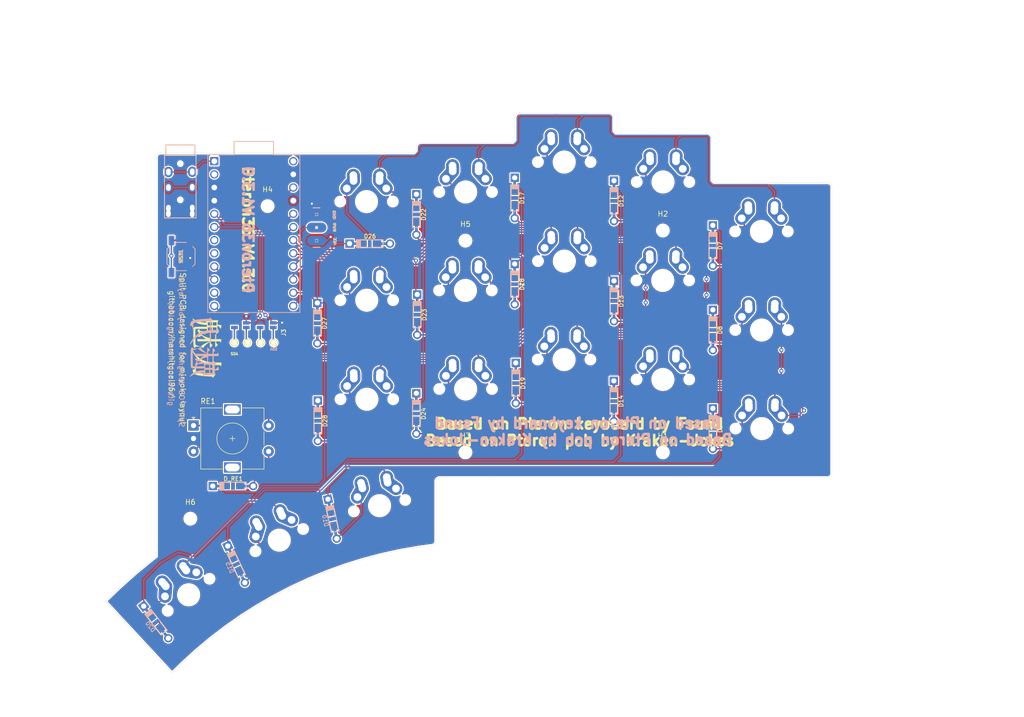
<source format=kicad_pcb>
(kicad_pcb (version 20171130) (host pcbnew "(5.1.7)-1")
  (layers (0 F.Cu signal) (31 B.Cu signal) (34 B.Paste user) (35 F.Paste user) (36 B.SilkS user) (37 F.SilkS user) (38 B.Mask user) (39 F.Mask user) (44 Edge.Cuts user))
  (net 0 "")
  (net 1 /Col1)
  (net 2 "Net-(D7-Pad2)")
  (net 3 "Net-(D8-Pad2)")
  (net 4 "Net-(D9-Pad2)")
  (net 5 "Net-(D10-Pad2)")
  (net 6 /Col2)
  (net 7 "Net-(D12-Pad2)")
  (net 8 "Net-(D13-Pad2)")
  (net 9 "Net-(D14-Pad2)")
  (net 10 "Net-(D15-Pad2)")
  (net 11 /Col3)
  (net 12 "Net-(D17-Pad2)")
  (net 13 "Net-(D18-Pad2)")
  (net 14 "Net-(D19-Pad2)")
  (net 15 "Net-(D20-Pad2)")
  (net 16 /Col4)
  (net 17 "Net-(D22-Pad2)")
  (net 18 "Net-(D23-Pad2)")
  (net 19 "Net-(D24-Pad2)")
  (net 20 /Col5)
  (net 21 "Net-(D26-Pad2)")
  (net 22 "Net-(D27-Pad2)")
  (net 23 "Net-(D28-Pad2)")
  (net 24 /Row1)
  (net 25 /Row2)
  (net 26 /Row3)
  (net 27 /Row4)
  (net 28 /Serial)
  (net 29 VCC)
  (net 30 GND)
  (net 31 "Net-(J3-Pad4)")
  (net 32 "Net-(J3-Pad3)")
  (net 33 "Net-(J3-Pad2)")
  (net 34 "Net-(J3-Pad1)")
  (net 35 SCL)
  (net 36 SDA)
  (net 37 /PWM)
  (net 38 "Net-(RST1-Pad1)")
  (net 39 "Net-(D_RE1-Pad2)")
  (net 40 /RotA)
  (net 41 /RotB)
  (module Keebio-Parts:Hybrid_PCB_100H_Dual_hole (layer F.Cu) (at 196.884677 101.740622)
    (fp_text reference SW9 hide)
    (fp_text value SW_PUSH hide)
    (pad 1 smd oval (at 2.52 -4.79 356.055) (size 2.5 3.081378) (layers B.Cu B.Paste B.Mask) (net 26 /Row3))
    (pad 1 smd oval (at 3.155 -3.27 221.9) (size 2.5 4.461556) (layers F.Cu F.Paste F.Mask) (net 26 /Row3))
    (pad 2 smd oval (at -2.52 -4.79 3.945) (size 2.5 3.081378) (layers F.Cu F.Paste F.Mask) (net 4 "Net-(D9-Pad2)"))
    (pad 2 smd oval (at -3.155 -3.27 138.1) (size 2.5 4.461556) (layers F.Cu F.Paste F.Mask) (net 4 "Net-(D9-Pad2)"))
    (pad 2 thru_hole circle (at -2.54 -5.08 330.95) (size 2 2) (drill 1.5) (layers *.Cu *.Mask) (net 4 "Net-(D9-Pad2)"))
    (pad 2 thru_hole circle (at -2.5 -4.5 330.95) (size 2 2) (drill 1.5) (layers *.Cu *.Mask) (net 4 "Net-(D9-Pad2)"))
    (pad 2 smd oval (at -2.52 -4.79 3.945) (size 2.5 3.081378) (layers B.Cu B.Paste B.Mask) (net 4 "Net-(D9-Pad2)"))
    (pad 1 thru_hole circle (at 3.81 -2.54 330.95) (size 2 2) (drill 1.5) (layers *.Cu *.Mask) (net 26 /Row3))
    (pad 1 thru_hole circle (at 2.5 -4) (size 2 2) (drill 1.5) (layers *.Cu *.Mask) (net 26 /Row3))
    (pad 2 smd oval (at -3.155 -3.27 138.1) (size 2.5 4.461556) (layers B.Cu B.Paste B.Mask) (net 4 "Net-(D9-Pad2)"))
    (pad 1 smd oval (at 3.155 -3.27 221.9) (size 2.5 4.461556) (layers B.Cu B.Paste B.Mask) (net 26 /Row3))
    (pad 2 thru_hole circle (at -3.81 -2.54 330.95) (size 2 2) (drill 1.5) (layers *.Cu *.Mask) (net 4 "Net-(D9-Pad2)"))
    (pad HOLE np_thru_hole circle (at 5.08 0) (size 1.8 1.8) (drill 1.8) (layers *.Cu))
    (pad HOLE np_thru_hole circle (at -5.08 0) (size 1.8 1.8) (drill 1.8) (layers *.Cu))
    (pad HOLE np_thru_hole circle (at 0 0) (size 3.9878 3.9878) (drill 3.9878) (layers *.Cu))
    (pad 2 thru_hole circle (at -2.5 -4 330.95) (size 2 2) (drill 1.5) (layers *.Cu *.Mask) (net 4 "Net-(D9-Pad2)"))
    (pad 1 thru_hole circle (at 2.54 -5.08 330.95) (size 2 2) (drill 1.5) (layers *.Cu *.Mask) (net 26 /Row3))
    (pad 1 thru_hole circle (at 2.5 -4.5 330.95) (size 2 2) (drill 1.5) (layers *.Cu *.Mask) (net 26 /Row3))
    (pad 1 smd oval (at 2.52 -4.79 356.055) (size 2.5 3.081378) (layers F.Cu F.Paste F.Mask) (net 26 /Row3))
  )
  (module Keebio-Parts:Hybrid_PCB_100H_Dual_hole (layer F.Cu) (at 158.722246 88.409196)
    (fp_text reference SW19 hide)
    (fp_text value SW_PUSH hide)
    (pad 1 smd oval (at 2.52 -4.79 356.055) (size 2.5 3.081378) (layers B.Cu B.Paste B.Mask) (net 26 /Row3))
    (pad 1 smd oval (at 3.155 -3.27 221.9) (size 2.5 4.461556) (layers F.Cu F.Paste F.Mask) (net 26 /Row3))
    (pad 2 smd oval (at -2.52 -4.79 3.945) (size 2.5 3.081378) (layers F.Cu F.Paste F.Mask) (net 14 "Net-(D19-Pad2)"))
    (pad 2 smd oval (at -3.155 -3.27 138.1) (size 2.5 4.461556) (layers F.Cu F.Paste F.Mask) (net 14 "Net-(D19-Pad2)"))
    (pad 2 thru_hole circle (at -2.54 -5.08 330.95) (size 2 2) (drill 1.5) (layers *.Cu *.Mask) (net 14 "Net-(D19-Pad2)"))
    (pad 2 thru_hole circle (at -2.5 -4.5 330.95) (size 2 2) (drill 1.5) (layers *.Cu *.Mask) (net 14 "Net-(D19-Pad2)"))
    (pad 2 smd oval (at -2.52 -4.79 3.945) (size 2.5 3.081378) (layers B.Cu B.Paste B.Mask) (net 14 "Net-(D19-Pad2)"))
    (pad 1 thru_hole circle (at 3.81 -2.54 330.95) (size 2 2) (drill 1.5) (layers *.Cu *.Mask) (net 26 /Row3))
    (pad 1 thru_hole circle (at 2.5 -4) (size 2 2) (drill 1.5) (layers *.Cu *.Mask) (net 26 /Row3))
    (pad 2 smd oval (at -3.155 -3.27 138.1) (size 2.5 4.461556) (layers B.Cu B.Paste B.Mask) (net 14 "Net-(D19-Pad2)"))
    (pad 1 smd oval (at 3.155 -3.27 221.9) (size 2.5 4.461556) (layers B.Cu B.Paste B.Mask) (net 26 /Row3))
    (pad 2 thru_hole circle (at -3.81 -2.54 330.95) (size 2 2) (drill 1.5) (layers *.Cu *.Mask) (net 14 "Net-(D19-Pad2)"))
    (pad HOLE np_thru_hole circle (at 5.08 0) (size 1.8 1.8) (drill 1.8) (layers *.Cu))
    (pad HOLE np_thru_hole circle (at -5.08 0) (size 1.8 1.8) (drill 1.8) (layers *.Cu))
    (pad HOLE np_thru_hole circle (at 0 0) (size 3.9878 3.9878) (drill 3.9878) (layers *.Cu))
    (pad 2 thru_hole circle (at -2.5 -4 330.95) (size 2 2) (drill 1.5) (layers *.Cu *.Mask) (net 14 "Net-(D19-Pad2)"))
    (pad 1 thru_hole circle (at 2.54 -5.08 330.95) (size 2 2) (drill 1.5) (layers *.Cu *.Mask) (net 26 /Row3))
    (pad 1 thru_hole circle (at 2.5 -4.5 330.95) (size 2 2) (drill 1.5) (layers *.Cu *.Mask) (net 26 /Row3))
    (pad 1 smd oval (at 2.52 -4.79 356.055) (size 2.5 3.081378) (layers F.Cu F.Paste F.Mask) (net 26 /Row3))
  )
  (module Keebio-Parts:Hybrid_PCB_100H_Dual_hole (layer F.Cu) (at 120.661509 96.069365)
    (fp_text reference SW28 hide)
    (fp_text value SW_PUSH hide)
    (pad 1 smd oval (at 2.52 -4.79 356.055) (size 2.5 3.081378) (layers B.Cu B.Paste B.Mask) (net 26 /Row3))
    (pad 1 smd oval (at 3.155 -3.27 221.9) (size 2.5 4.461556) (layers F.Cu F.Paste F.Mask) (net 26 /Row3))
    (pad 2 smd oval (at -2.52 -4.79 3.945) (size 2.5 3.081378) (layers F.Cu F.Paste F.Mask) (net 23 "Net-(D28-Pad2)"))
    (pad 2 smd oval (at -3.155 -3.27 138.1) (size 2.5 4.461556) (layers F.Cu F.Paste F.Mask) (net 23 "Net-(D28-Pad2)"))
    (pad 2 thru_hole circle (at -2.54 -5.08 330.95) (size 2 2) (drill 1.5) (layers *.Cu *.Mask) (net 23 "Net-(D28-Pad2)"))
    (pad 2 thru_hole circle (at -2.5 -4.5 330.95) (size 2 2) (drill 1.5) (layers *.Cu *.Mask) (net 23 "Net-(D28-Pad2)"))
    (pad 2 smd oval (at -2.52 -4.79 3.945) (size 2.5 3.081378) (layers B.Cu B.Paste B.Mask) (net 23 "Net-(D28-Pad2)"))
    (pad 1 thru_hole circle (at 3.81 -2.54 330.95) (size 2 2) (drill 1.5) (layers *.Cu *.Mask) (net 26 /Row3))
    (pad 1 thru_hole circle (at 2.5 -4) (size 2 2) (drill 1.5) (layers *.Cu *.Mask) (net 26 /Row3))
    (pad 2 smd oval (at -3.155 -3.27 138.1) (size 2.5 4.461556) (layers B.Cu B.Paste B.Mask) (net 23 "Net-(D28-Pad2)"))
    (pad 1 smd oval (at 3.155 -3.27 221.9) (size 2.5 4.461556) (layers B.Cu B.Paste B.Mask) (net 26 /Row3))
    (pad 2 thru_hole circle (at -3.81 -2.54 330.95) (size 2 2) (drill 1.5) (layers *.Cu *.Mask) (net 23 "Net-(D28-Pad2)"))
    (pad HOLE np_thru_hole circle (at 5.08 0) (size 1.8 1.8) (drill 1.8) (layers *.Cu))
    (pad HOLE np_thru_hole circle (at -5.08 0) (size 1.8 1.8) (drill 1.8) (layers *.Cu))
    (pad HOLE np_thru_hole circle (at 0 0) (size 3.9878 3.9878) (drill 3.9878) (layers *.Cu))
    (pad 2 thru_hole circle (at -2.5 -4 330.95) (size 2 2) (drill 1.5) (layers *.Cu *.Mask) (net 23 "Net-(D28-Pad2)"))
    (pad 1 thru_hole circle (at 2.54 -5.08 330.95) (size 2 2) (drill 1.5) (layers *.Cu *.Mask) (net 26 /Row3))
    (pad 1 thru_hole circle (at 2.5 -4.5 330.95) (size 2 2) (drill 1.5) (layers *.Cu *.Mask) (net 26 /Row3))
    (pad 1 smd oval (at 2.52 -4.79 356.055) (size 2.5 3.081378) (layers F.Cu F.Paste F.Mask) (net 26 /Row3))
  )
  (module Keebio-Parts:Hybrid_PCB_100H_Dual_hole (layer F.Cu) (at 120.64213 76.943915)
    (fp_text reference SW27 hide)
    (fp_text value SW_PUSH hide)
    (pad 1 smd oval (at 2.52 -4.79 356.055) (size 2.5 3.081378) (layers B.Cu B.Paste B.Mask) (net 25 /Row2))
    (pad 1 smd oval (at 3.155 -3.27 221.9) (size 2.5 4.461556) (layers F.Cu F.Paste F.Mask) (net 25 /Row2))
    (pad 2 smd oval (at -2.52 -4.79 3.945) (size 2.5 3.081378) (layers F.Cu F.Paste F.Mask) (net 22 "Net-(D27-Pad2)"))
    (pad 2 smd oval (at -3.155 -3.27 138.1) (size 2.5 4.461556) (layers F.Cu F.Paste F.Mask) (net 22 "Net-(D27-Pad2)"))
    (pad 2 thru_hole circle (at -2.54 -5.08 330.95) (size 2 2) (drill 1.5) (layers *.Cu *.Mask) (net 22 "Net-(D27-Pad2)"))
    (pad 2 thru_hole circle (at -2.5 -4.5 330.95) (size 2 2) (drill 1.5) (layers *.Cu *.Mask) (net 22 "Net-(D27-Pad2)"))
    (pad 2 smd oval (at -2.52 -4.79 3.945) (size 2.5 3.081378) (layers B.Cu B.Paste B.Mask) (net 22 "Net-(D27-Pad2)"))
    (pad 1 thru_hole circle (at 3.81 -2.54 330.95) (size 2 2) (drill 1.5) (layers *.Cu *.Mask) (net 25 /Row2))
    (pad 1 thru_hole circle (at 2.5 -4) (size 2 2) (drill 1.5) (layers *.Cu *.Mask) (net 25 /Row2))
    (pad 2 smd oval (at -3.155 -3.27 138.1) (size 2.5 4.461556) (layers B.Cu B.Paste B.Mask) (net 22 "Net-(D27-Pad2)"))
    (pad 1 smd oval (at 3.155 -3.27 221.9) (size 2.5 4.461556) (layers B.Cu B.Paste B.Mask) (net 25 /Row2))
    (pad 2 thru_hole circle (at -3.81 -2.54 330.95) (size 2 2) (drill 1.5) (layers *.Cu *.Mask) (net 22 "Net-(D27-Pad2)"))
    (pad HOLE np_thru_hole circle (at 5.08 0) (size 1.8 1.8) (drill 1.8) (layers *.Cu))
    (pad HOLE np_thru_hole circle (at -5.08 0) (size 1.8 1.8) (drill 1.8) (layers *.Cu))
    (pad HOLE np_thru_hole circle (at 0 0) (size 3.9878 3.9878) (drill 3.9878) (layers *.Cu))
    (pad 2 thru_hole circle (at -2.5 -4 330.95) (size 2 2) (drill 1.5) (layers *.Cu *.Mask) (net 22 "Net-(D27-Pad2)"))
    (pad 1 thru_hole circle (at 2.54 -5.08 330.95) (size 2 2) (drill 1.5) (layers *.Cu *.Mask) (net 25 /Row2))
    (pad 1 thru_hole circle (at 2.5 -4.5 330.95) (size 2 2) (drill 1.5) (layers *.Cu *.Mask) (net 25 /Row2))
    (pad 1 smd oval (at 2.52 -4.79 356.055) (size 2.5 3.081378) (layers F.Cu F.Paste F.Mask) (net 25 /Row2))
  )
  (module Keebio-Parts:Hybrid_PCB_100H_Dual_hole (layer F.Cu) (at 120.598486 57.90902)
    (fp_text reference SW26 hide)
    (fp_text value SW_PUSH hide)
    (pad 1 smd oval (at 2.52 -4.79 356.055) (size 2.5 3.081378) (layers B.Cu B.Paste B.Mask) (net 24 /Row1))
    (pad 1 smd oval (at 3.155 -3.27 221.9) (size 2.5 4.461556) (layers F.Cu F.Paste F.Mask) (net 24 /Row1))
    (pad 2 smd oval (at -2.52 -4.79 3.945) (size 2.5 3.081378) (layers F.Cu F.Paste F.Mask) (net 21 "Net-(D26-Pad2)"))
    (pad 2 smd oval (at -3.155 -3.27 138.1) (size 2.5 4.461556) (layers F.Cu F.Paste F.Mask) (net 21 "Net-(D26-Pad2)"))
    (pad 2 thru_hole circle (at -2.54 -5.08 330.95) (size 2 2) (drill 1.5) (layers *.Cu *.Mask) (net 21 "Net-(D26-Pad2)"))
    (pad 2 thru_hole circle (at -2.5 -4.5 330.95) (size 2 2) (drill 1.5) (layers *.Cu *.Mask) (net 21 "Net-(D26-Pad2)"))
    (pad 2 smd oval (at -2.52 -4.79 3.945) (size 2.5 3.081378) (layers B.Cu B.Paste B.Mask) (net 21 "Net-(D26-Pad2)"))
    (pad 1 thru_hole circle (at 3.81 -2.54 330.95) (size 2 2) (drill 1.5) (layers *.Cu *.Mask) (net 24 /Row1))
    (pad 1 thru_hole circle (at 2.5 -4) (size 2 2) (drill 1.5) (layers *.Cu *.Mask) (net 24 /Row1))
    (pad 2 smd oval (at -3.155 -3.27 138.1) (size 2.5 4.461556) (layers B.Cu B.Paste B.Mask) (net 21 "Net-(D26-Pad2)"))
    (pad 1 smd oval (at 3.155 -3.27 221.9) (size 2.5 4.461556) (layers B.Cu B.Paste B.Mask) (net 24 /Row1))
    (pad 2 thru_hole circle (at -3.81 -2.54 330.95) (size 2 2) (drill 1.5) (layers *.Cu *.Mask) (net 21 "Net-(D26-Pad2)"))
    (pad HOLE np_thru_hole circle (at 5.08 0) (size 1.8 1.8) (drill 1.8) (layers *.Cu))
    (pad HOLE np_thru_hole circle (at -5.08 0) (size 1.8 1.8) (drill 1.8) (layers *.Cu))
    (pad HOLE np_thru_hole circle (at 0 0) (size 3.9878 3.9878) (drill 3.9878) (layers *.Cu))
    (pad 2 thru_hole circle (at -2.5 -4 330.95) (size 2 2) (drill 1.5) (layers *.Cu *.Mask) (net 21 "Net-(D26-Pad2)"))
    (pad 1 thru_hole circle (at 2.54 -5.08 330.95) (size 2 2) (drill 1.5) (layers *.Cu *.Mask) (net 24 /Row1))
    (pad 1 thru_hole circle (at 2.5 -4.5 330.95) (size 2 2) (drill 1.5) (layers *.Cu *.Mask) (net 24 /Row1))
    (pad 1 smd oval (at 2.52 -4.79 356.055) (size 2.5 3.081378) (layers F.Cu F.Paste F.Mask) (net 24 /Row1))
  )
  (module Keebio-Parts:Hybrid_PCB_100H_Dual_hole (layer F.Cu) (at 139.728913 94.09329)
    (fp_text reference SW24 hide)
    (fp_text value SW_PUSH hide)
    (pad 1 smd oval (at 2.52 -4.79 356.055) (size 2.5 3.081378) (layers B.Cu B.Paste B.Mask) (net 26 /Row3))
    (pad 1 smd oval (at 3.155 -3.27 221.9) (size 2.5 4.461556) (layers F.Cu F.Paste F.Mask) (net 26 /Row3))
    (pad 2 smd oval (at -2.52 -4.79 3.945) (size 2.5 3.081378) (layers F.Cu F.Paste F.Mask) (net 19 "Net-(D24-Pad2)"))
    (pad 2 smd oval (at -3.155 -3.27 138.1) (size 2.5 4.461556) (layers F.Cu F.Paste F.Mask) (net 19 "Net-(D24-Pad2)"))
    (pad 2 thru_hole circle (at -2.54 -5.08 330.95) (size 2 2) (drill 1.5) (layers *.Cu *.Mask) (net 19 "Net-(D24-Pad2)"))
    (pad 2 thru_hole circle (at -2.5 -4.5 330.95) (size 2 2) (drill 1.5) (layers *.Cu *.Mask) (net 19 "Net-(D24-Pad2)"))
    (pad 2 smd oval (at -2.52 -4.79 3.945) (size 2.5 3.081378) (layers B.Cu B.Paste B.Mask) (net 19 "Net-(D24-Pad2)"))
    (pad 1 thru_hole circle (at 3.81 -2.54 330.95) (size 2 2) (drill 1.5) (layers *.Cu *.Mask) (net 26 /Row3))
    (pad 1 thru_hole circle (at 2.5 -4) (size 2 2) (drill 1.5) (layers *.Cu *.Mask) (net 26 /Row3))
    (pad 2 smd oval (at -3.155 -3.27 138.1) (size 2.5 4.461556) (layers B.Cu B.Paste B.Mask) (net 19 "Net-(D24-Pad2)"))
    (pad 1 smd oval (at 3.155 -3.27 221.9) (size 2.5 4.461556) (layers B.Cu B.Paste B.Mask) (net 26 /Row3))
    (pad 2 thru_hole circle (at -3.81 -2.54 330.95) (size 2 2) (drill 1.5) (layers *.Cu *.Mask) (net 19 "Net-(D24-Pad2)"))
    (pad HOLE np_thru_hole circle (at 5.08 0) (size 1.8 1.8) (drill 1.8) (layers *.Cu))
    (pad HOLE np_thru_hole circle (at -5.08 0) (size 1.8 1.8) (drill 1.8) (layers *.Cu))
    (pad HOLE np_thru_hole circle (at 0 0) (size 3.9878 3.9878) (drill 3.9878) (layers *.Cu))
    (pad 2 thru_hole circle (at -2.5 -4 330.95) (size 2 2) (drill 1.5) (layers *.Cu *.Mask) (net 19 "Net-(D24-Pad2)"))
    (pad 1 thru_hole circle (at 2.54 -5.08 330.95) (size 2 2) (drill 1.5) (layers *.Cu *.Mask) (net 26 /Row3))
    (pad 1 thru_hole circle (at 2.5 -4.5 330.95) (size 2 2) (drill 1.5) (layers *.Cu *.Mask) (net 26 /Row3))
    (pad 1 smd oval (at 2.52 -4.79 356.055) (size 2.5 3.081378) (layers F.Cu F.Paste F.Mask) (net 26 /Row3))
  )
  (module Keebio-Parts:Hybrid_PCB_100H_Dual_hole (layer F.Cu) (at 139.685269 75.058394)
    (fp_text reference SW23 hide)
    (fp_text value SW_PUSH hide)
    (pad 1 smd oval (at 2.52 -4.79 356.055) (size 2.5 3.081378) (layers B.Cu B.Paste B.Mask) (net 25 /Row2))
    (pad 1 smd oval (at 3.155 -3.27 221.9) (size 2.5 4.461556) (layers F.Cu F.Paste F.Mask) (net 25 /Row2))
    (pad 2 smd oval (at -2.52 -4.79 3.945) (size 2.5 3.081378) (layers F.Cu F.Paste F.Mask) (net 18 "Net-(D23-Pad2)"))
    (pad 2 smd oval (at -3.155 -3.27 138.1) (size 2.5 4.461556) (layers F.Cu F.Paste F.Mask) (net 18 "Net-(D23-Pad2)"))
    (pad 2 thru_hole circle (at -2.54 -5.08 330.95) (size 2 2) (drill 1.5) (layers *.Cu *.Mask) (net 18 "Net-(D23-Pad2)"))
    (pad 2 thru_hole circle (at -2.5 -4.5 330.95) (size 2 2) (drill 1.5) (layers *.Cu *.Mask) (net 18 "Net-(D23-Pad2)"))
    (pad 2 smd oval (at -2.52 -4.79 3.945) (size 2.5 3.081378) (layers B.Cu B.Paste B.Mask) (net 18 "Net-(D23-Pad2)"))
    (pad 1 thru_hole circle (at 3.81 -2.54 330.95) (size 2 2) (drill 1.5) (layers *.Cu *.Mask) (net 25 /Row2))
    (pad 1 thru_hole circle (at 2.5 -4) (size 2 2) (drill 1.5) (layers *.Cu *.Mask) (net 25 /Row2))
    (pad 2 smd oval (at -3.155 -3.27 138.1) (size 2.5 4.461556) (layers B.Cu B.Paste B.Mask) (net 18 "Net-(D23-Pad2)"))
    (pad 1 smd oval (at 3.155 -3.27 221.9) (size 2.5 4.461556) (layers B.Cu B.Paste B.Mask) (net 25 /Row2))
    (pad 2 thru_hole circle (at -3.81 -2.54 330.95) (size 2 2) (drill 1.5) (layers *.Cu *.Mask) (net 18 "Net-(D23-Pad2)"))
    (pad HOLE np_thru_hole circle (at 5.08 0) (size 1.8 1.8) (drill 1.8) (layers *.Cu))
    (pad HOLE np_thru_hole circle (at -5.08 0) (size 1.8 1.8) (drill 1.8) (layers *.Cu))
    (pad HOLE np_thru_hole circle (at 0 0) (size 3.9878 3.9878) (drill 3.9878) (layers *.Cu))
    (pad 2 thru_hole circle (at -2.5 -4 330.95) (size 2 2) (drill 1.5) (layers *.Cu *.Mask) (net 18 "Net-(D23-Pad2)"))
    (pad 1 thru_hole circle (at 2.54 -5.08 330.95) (size 2 2) (drill 1.5) (layers *.Cu *.Mask) (net 25 /Row2))
    (pad 1 thru_hole circle (at 2.5 -4.5 330.95) (size 2 2) (drill 1.5) (layers *.Cu *.Mask) (net 25 /Row2))
    (pad 1 smd oval (at 2.52 -4.79 356.055) (size 2.5 3.081378) (layers F.Cu F.Paste F.Mask) (net 25 /Row2))
  )
  (module Keebio-Parts:Hybrid_PCB_100H_Dual_hole (layer F.Cu) (at 139.732181 56.047769)
    (fp_text reference SW22 hide)
    (fp_text value SW_PUSH hide)
    (pad 1 smd oval (at 2.52 -4.79 356.055) (size 2.5 3.081378) (layers B.Cu B.Paste B.Mask) (net 24 /Row1))
    (pad 1 smd oval (at 3.155 -3.27 221.9) (size 2.5 4.461556) (layers F.Cu F.Paste F.Mask) (net 24 /Row1))
    (pad 2 smd oval (at -2.52 -4.79 3.945) (size 2.5 3.081378) (layers F.Cu F.Paste F.Mask) (net 17 "Net-(D22-Pad2)"))
    (pad 2 smd oval (at -3.155 -3.27 138.1) (size 2.5 4.461556) (layers F.Cu F.Paste F.Mask) (net 17 "Net-(D22-Pad2)"))
    (pad 2 thru_hole circle (at -2.54 -5.08 330.95) (size 2 2) (drill 1.5) (layers *.Cu *.Mask) (net 17 "Net-(D22-Pad2)"))
    (pad 2 thru_hole circle (at -2.5 -4.5 330.95) (size 2 2) (drill 1.5) (layers *.Cu *.Mask) (net 17 "Net-(D22-Pad2)"))
    (pad 2 smd oval (at -2.52 -4.79 3.945) (size 2.5 3.081378) (layers B.Cu B.Paste B.Mask) (net 17 "Net-(D22-Pad2)"))
    (pad 1 thru_hole circle (at 3.81 -2.54 330.95) (size 2 2) (drill 1.5) (layers *.Cu *.Mask) (net 24 /Row1))
    (pad 1 thru_hole circle (at 2.5 -4) (size 2 2) (drill 1.5) (layers *.Cu *.Mask) (net 24 /Row1))
    (pad 2 smd oval (at -3.155 -3.27 138.1) (size 2.5 4.461556) (layers B.Cu B.Paste B.Mask) (net 17 "Net-(D22-Pad2)"))
    (pad 1 smd oval (at 3.155 -3.27 221.9) (size 2.5 4.461556) (layers B.Cu B.Paste B.Mask) (net 24 /Row1))
    (pad 2 thru_hole circle (at -3.81 -2.54 330.95) (size 2 2) (drill 1.5) (layers *.Cu *.Mask) (net 17 "Net-(D22-Pad2)"))
    (pad HOLE np_thru_hole circle (at 5.08 0) (size 1.8 1.8) (drill 1.8) (layers *.Cu))
    (pad HOLE np_thru_hole circle (at -5.08 0) (size 1.8 1.8) (drill 1.8) (layers *.Cu))
    (pad HOLE np_thru_hole circle (at 0 0) (size 3.9878 3.9878) (drill 3.9878) (layers *.Cu))
    (pad 2 thru_hole circle (at -2.5 -4 330.95) (size 2 2) (drill 1.5) (layers *.Cu *.Mask) (net 17 "Net-(D22-Pad2)"))
    (pad 1 thru_hole circle (at 2.54 -5.08 330.95) (size 2 2) (drill 1.5) (layers *.Cu *.Mask) (net 24 /Row1))
    (pad 1 thru_hole circle (at 2.5 -4.5 330.95) (size 2 2) (drill 1.5) (layers *.Cu *.Mask) (net 24 /Row1))
    (pad 1 smd oval (at 2.52 -4.79 356.055) (size 2.5 3.081378) (layers F.Cu F.Paste F.Mask) (net 24 /Row1))
  )
  (module Keebio-Parts:Hybrid_PCB_100H_Dual_hole (layer F.Cu) (at 86.278709 133.832179 37.5)
    (fp_text reference SW20 hide)
    (fp_text value SW_PUSH hide)
    (pad 1 smd oval (at 2.52 -4.79 33.555) (size 2.5 3.081378) (layers B.Cu B.Paste B.Mask) (net 27 /Row4))
    (pad 1 smd oval (at 3.155 -3.27 259.4) (size 2.5 4.461556) (layers F.Cu F.Paste F.Mask) (net 27 /Row4))
    (pad 2 smd oval (at -2.52 -4.79 41.445) (size 2.5 3.081378) (layers F.Cu F.Paste F.Mask) (net 15 "Net-(D20-Pad2)"))
    (pad 2 smd oval (at -3.155 -3.27 175.6) (size 2.5 4.461556) (layers F.Cu F.Paste F.Mask) (net 15 "Net-(D20-Pad2)"))
    (pad 2 thru_hole circle (at -2.54 -5.08 8.45) (size 2 2) (drill 1.5) (layers *.Cu *.Mask) (net 15 "Net-(D20-Pad2)"))
    (pad 2 thru_hole circle (at -2.5 -4.5 8.45) (size 2 2) (drill 1.5) (layers *.Cu *.Mask) (net 15 "Net-(D20-Pad2)"))
    (pad 2 smd oval (at -2.52 -4.79 41.445) (size 2.5 3.081378) (layers B.Cu B.Paste B.Mask) (net 15 "Net-(D20-Pad2)"))
    (pad 1 thru_hole circle (at 3.81 -2.54 8.45) (size 2 2) (drill 1.5) (layers *.Cu *.Mask) (net 27 /Row4))
    (pad 1 thru_hole circle (at 2.5 -4 37.5) (size 2 2) (drill 1.5) (layers *.Cu *.Mask) (net 27 /Row4))
    (pad 2 smd oval (at -3.155 -3.27 175.6) (size 2.5 4.461556) (layers B.Cu B.Paste B.Mask) (net 15 "Net-(D20-Pad2)"))
    (pad 1 smd oval (at 3.155 -3.27 259.4) (size 2.5 4.461556) (layers B.Cu B.Paste B.Mask) (net 27 /Row4))
    (pad 2 thru_hole circle (at -3.81 -2.54 8.45) (size 2 2) (drill 1.5) (layers *.Cu *.Mask) (net 15 "Net-(D20-Pad2)"))
    (pad HOLE np_thru_hole circle (at 5.08 0 37.5) (size 1.8 1.8) (drill 1.8) (layers *.Cu))
    (pad HOLE np_thru_hole circle (at -5.08 0 37.5) (size 1.8 1.8) (drill 1.8) (layers *.Cu))
    (pad HOLE np_thru_hole circle (at 0 0 37.5) (size 3.9878 3.9878) (drill 3.9878) (layers *.Cu))
    (pad 2 thru_hole circle (at -2.5 -4 8.45) (size 2 2) (drill 1.5) (layers *.Cu *.Mask) (net 15 "Net-(D20-Pad2)"))
    (pad 1 thru_hole circle (at 2.54 -5.08 8.45) (size 2 2) (drill 1.5) (layers *.Cu *.Mask) (net 27 /Row4))
    (pad 1 thru_hole circle (at 2.5 -4.5 8.45) (size 2 2) (drill 1.5) (layers *.Cu *.Mask) (net 27 /Row4))
    (pad 1 smd oval (at 2.52 -4.79 33.555) (size 2.5 3.081378) (layers F.Cu F.Paste F.Mask) (net 27 /Row4))
  )
  (module Keebio-Parts:Hybrid_PCB_100H_Dual_hole (layer F.Cu) (at 158.769162 69.398567)
    (fp_text reference SW18 hide)
    (fp_text value SW_PUSH hide)
    (pad 1 smd oval (at 2.52 -4.79 356.055) (size 2.5 3.081378) (layers B.Cu B.Paste B.Mask) (net 25 /Row2))
    (pad 1 smd oval (at 3.155 -3.27 221.9) (size 2.5 4.461556) (layers F.Cu F.Paste F.Mask) (net 25 /Row2))
    (pad 2 smd oval (at -2.52 -4.79 3.945) (size 2.5 3.081378) (layers F.Cu F.Paste F.Mask) (net 13 "Net-(D18-Pad2)"))
    (pad 2 smd oval (at -3.155 -3.27 138.1) (size 2.5 4.461556) (layers F.Cu F.Paste F.Mask) (net 13 "Net-(D18-Pad2)"))
    (pad 2 thru_hole circle (at -2.54 -5.08 330.95) (size 2 2) (drill 1.5) (layers *.Cu *.Mask) (net 13 "Net-(D18-Pad2)"))
    (pad 2 thru_hole circle (at -2.5 -4.5 330.95) (size 2 2) (drill 1.5) (layers *.Cu *.Mask) (net 13 "Net-(D18-Pad2)"))
    (pad 2 smd oval (at -2.52 -4.79 3.945) (size 2.5 3.081378) (layers B.Cu B.Paste B.Mask) (net 13 "Net-(D18-Pad2)"))
    (pad 1 thru_hole circle (at 3.81 -2.54 330.95) (size 2 2) (drill 1.5) (layers *.Cu *.Mask) (net 25 /Row2))
    (pad 1 thru_hole circle (at 2.5 -4) (size 2 2) (drill 1.5) (layers *.Cu *.Mask) (net 25 /Row2))
    (pad 2 smd oval (at -3.155 -3.27 138.1) (size 2.5 4.461556) (layers B.Cu B.Paste B.Mask) (net 13 "Net-(D18-Pad2)"))
    (pad 1 smd oval (at 3.155 -3.27 221.9) (size 2.5 4.461556) (layers B.Cu B.Paste B.Mask) (net 25 /Row2))
    (pad 2 thru_hole circle (at -3.81 -2.54 330.95) (size 2 2) (drill 1.5) (layers *.Cu *.Mask) (net 13 "Net-(D18-Pad2)"))
    (pad HOLE np_thru_hole circle (at 5.08 0) (size 1.8 1.8) (drill 1.8) (layers *.Cu))
    (pad HOLE np_thru_hole circle (at -5.08 0) (size 1.8 1.8) (drill 1.8) (layers *.Cu))
    (pad HOLE np_thru_hole circle (at 0 0) (size 3.9878 3.9878) (drill 3.9878) (layers *.Cu))
    (pad 2 thru_hole circle (at -2.5 -4 330.95) (size 2 2) (drill 1.5) (layers *.Cu *.Mask) (net 13 "Net-(D18-Pad2)"))
    (pad 1 thru_hole circle (at 2.54 -5.08 330.95) (size 2 2) (drill 1.5) (layers *.Cu *.Mask) (net 25 /Row2))
    (pad 1 thru_hole circle (at 2.5 -4.5 330.95) (size 2 2) (drill 1.5) (layers *.Cu *.Mask) (net 25 /Row2))
    (pad 1 smd oval (at 2.52 -4.79 356.055) (size 2.5 3.081378) (layers F.Cu F.Paste F.Mask) (net 25 /Row2))
  )
  (module Keebio-Parts:Hybrid_PCB_100H_Dual_hole (layer F.Cu) (at 158.749779 50.273116)
    (fp_text reference SW17 hide)
    (fp_text value SW_PUSH hide)
    (pad 1 smd oval (at 2.52 -4.79 356.055) (size 2.5 3.081378) (layers B.Cu B.Paste B.Mask) (net 24 /Row1))
    (pad 1 smd oval (at 3.155 -3.27 221.9) (size 2.5 4.461556) (layers F.Cu F.Paste F.Mask) (net 24 /Row1))
    (pad 2 smd oval (at -2.52 -4.79 3.945) (size 2.5 3.081378) (layers F.Cu F.Paste F.Mask) (net 12 "Net-(D17-Pad2)"))
    (pad 2 smd oval (at -3.155 -3.27 138.1) (size 2.5 4.461556) (layers F.Cu F.Paste F.Mask) (net 12 "Net-(D17-Pad2)"))
    (pad 2 thru_hole circle (at -2.54 -5.08 330.95) (size 2 2) (drill 1.5) (layers *.Cu *.Mask) (net 12 "Net-(D17-Pad2)"))
    (pad 2 thru_hole circle (at -2.5 -4.5 330.95) (size 2 2) (drill 1.5) (layers *.Cu *.Mask) (net 12 "Net-(D17-Pad2)"))
    (pad 2 smd oval (at -2.52 -4.79 3.945) (size 2.5 3.081378) (layers B.Cu B.Paste B.Mask) (net 12 "Net-(D17-Pad2)"))
    (pad 1 thru_hole circle (at 3.81 -2.54 330.95) (size 2 2) (drill 1.5) (layers *.Cu *.Mask) (net 24 /Row1))
    (pad 1 thru_hole circle (at 2.5 -4) (size 2 2) (drill 1.5) (layers *.Cu *.Mask) (net 24 /Row1))
    (pad 2 smd oval (at -3.155 -3.27 138.1) (size 2.5 4.461556) (layers B.Cu B.Paste B.Mask) (net 12 "Net-(D17-Pad2)"))
    (pad 1 smd oval (at 3.155 -3.27 221.9) (size 2.5 4.461556) (layers B.Cu B.Paste B.Mask) (net 24 /Row1))
    (pad 2 thru_hole circle (at -3.81 -2.54 330.95) (size 2 2) (drill 1.5) (layers *.Cu *.Mask) (net 12 "Net-(D17-Pad2)"))
    (pad HOLE np_thru_hole circle (at 5.08 0) (size 1.8 1.8) (drill 1.8) (layers *.Cu))
    (pad HOLE np_thru_hole circle (at -5.08 0) (size 1.8 1.8) (drill 1.8) (layers *.Cu))
    (pad HOLE np_thru_hole circle (at 0 0) (size 3.9878 3.9878) (drill 3.9878) (layers *.Cu))
    (pad 2 thru_hole circle (at -2.5 -4 330.95) (size 2 2) (drill 1.5) (layers *.Cu *.Mask) (net 12 "Net-(D17-Pad2)"))
    (pad 1 thru_hole circle (at 2.54 -5.08 330.95) (size 2 2) (drill 1.5) (layers *.Cu *.Mask) (net 24 /Row1))
    (pad 1 thru_hole circle (at 2.5 -4.5 330.95) (size 2 2) (drill 1.5) (layers *.Cu *.Mask) (net 24 /Row1))
    (pad 1 smd oval (at 2.52 -4.79 356.055) (size 2.5 3.081378) (layers F.Cu F.Paste F.Mask) (net 24 /Row1))
  )
  (module Keebio-Parts:Hybrid_PCB_100H_Dual_hole (layer F.Cu) (at 103.762095 123.27886 25)
    (fp_text reference SW15 hide)
    (fp_text value SW_PUSH hide)
    (pad 1 smd oval (at 2.52 -4.79 21.055) (size 2.5 3.081378) (layers B.Cu B.Paste B.Mask) (net 27 /Row4))
    (pad 1 smd oval (at 3.155 -3.27 246.9) (size 2.5 4.461556) (layers F.Cu F.Paste F.Mask) (net 27 /Row4))
    (pad 2 smd oval (at -2.52 -4.79 28.945) (size 2.5 3.081378) (layers F.Cu F.Paste F.Mask) (net 10 "Net-(D15-Pad2)"))
    (pad 2 smd oval (at -3.155 -3.27 163.1) (size 2.5 4.461556) (layers F.Cu F.Paste F.Mask) (net 10 "Net-(D15-Pad2)"))
    (pad 2 thru_hole circle (at -2.54 -5.08 355.95) (size 2 2) (drill 1.5) (layers *.Cu *.Mask) (net 10 "Net-(D15-Pad2)"))
    (pad 2 thru_hole circle (at -2.5 -4.5 355.95) (size 2 2) (drill 1.5) (layers *.Cu *.Mask) (net 10 "Net-(D15-Pad2)"))
    (pad 2 smd oval (at -2.52 -4.79 28.945) (size 2.5 3.081378) (layers B.Cu B.Paste B.Mask) (net 10 "Net-(D15-Pad2)"))
    (pad 1 thru_hole circle (at 3.81 -2.54 355.95) (size 2 2) (drill 1.5) (layers *.Cu *.Mask) (net 27 /Row4))
    (pad 1 thru_hole circle (at 2.5 -4 25) (size 2 2) (drill 1.5) (layers *.Cu *.Mask) (net 27 /Row4))
    (pad 2 smd oval (at -3.155 -3.27 163.1) (size 2.5 4.461556) (layers B.Cu B.Paste B.Mask) (net 10 "Net-(D15-Pad2)"))
    (pad 1 smd oval (at 3.155 -3.27 246.9) (size 2.5 4.461556) (layers B.Cu B.Paste B.Mask) (net 27 /Row4))
    (pad 2 thru_hole circle (at -3.81 -2.54 355.95) (size 2 2) (drill 1.5) (layers *.Cu *.Mask) (net 10 "Net-(D15-Pad2)"))
    (pad HOLE np_thru_hole circle (at 5.08 0 25) (size 1.8 1.8) (drill 1.8) (layers *.Cu))
    (pad HOLE np_thru_hole circle (at -5.08 0 25) (size 1.8 1.8) (drill 1.8) (layers *.Cu))
    (pad HOLE np_thru_hole circle (at 0 0 25) (size 3.9878 3.9878) (drill 3.9878) (layers *.Cu))
    (pad 2 thru_hole circle (at -2.5 -4 355.95) (size 2 2) (drill 1.5) (layers *.Cu *.Mask) (net 10 "Net-(D15-Pad2)"))
    (pad 1 thru_hole circle (at 2.54 -5.08 355.95) (size 2 2) (drill 1.5) (layers *.Cu *.Mask) (net 27 /Row4))
    (pad 1 thru_hole circle (at 2.5 -4.5 355.95) (size 2 2) (drill 1.5) (layers *.Cu *.Mask) (net 27 /Row4))
    (pad 1 smd oval (at 2.52 -4.79 21.055) (size 2.5 3.081378) (layers F.Cu F.Paste F.Mask) (net 27 /Row4))
  )
  (module Keebio-Parts:Hybrid_PCB_100H_Dual_hole (layer F.Cu) (at 177.782678 92.254677)
    (fp_text reference SW14 hide)
    (fp_text value SW_PUSH hide)
    (pad 1 smd oval (at 2.52 -4.79 356.055) (size 2.5 3.081378) (layers B.Cu B.Paste B.Mask) (net 26 /Row3))
    (pad 1 smd oval (at 3.155 -3.27 221.9) (size 2.5 4.461556) (layers F.Cu F.Paste F.Mask) (net 26 /Row3))
    (pad 2 smd oval (at -2.52 -4.79 3.945) (size 2.5 3.081378) (layers F.Cu F.Paste F.Mask) (net 9 "Net-(D14-Pad2)"))
    (pad 2 smd oval (at -3.155 -3.27 138.1) (size 2.5 4.461556) (layers F.Cu F.Paste F.Mask) (net 9 "Net-(D14-Pad2)"))
    (pad 2 thru_hole circle (at -2.54 -5.08 330.95) (size 2 2) (drill 1.5) (layers *.Cu *.Mask) (net 9 "Net-(D14-Pad2)"))
    (pad 2 thru_hole circle (at -2.5 -4.5 330.95) (size 2 2) (drill 1.5) (layers *.Cu *.Mask) (net 9 "Net-(D14-Pad2)"))
    (pad 2 smd oval (at -2.52 -4.79 3.945) (size 2.5 3.081378) (layers B.Cu B.Paste B.Mask) (net 9 "Net-(D14-Pad2)"))
    (pad 1 thru_hole circle (at 3.81 -2.54 330.95) (size 2 2) (drill 1.5) (layers *.Cu *.Mask) (net 26 /Row3))
    (pad 1 thru_hole circle (at 2.5 -4) (size 2 2) (drill 1.5) (layers *.Cu *.Mask) (net 26 /Row3))
    (pad 2 smd oval (at -3.155 -3.27 138.1) (size 2.5 4.461556) (layers B.Cu B.Paste B.Mask) (net 9 "Net-(D14-Pad2)"))
    (pad 1 smd oval (at 3.155 -3.27 221.9) (size 2.5 4.461556) (layers B.Cu B.Paste B.Mask) (net 26 /Row3))
    (pad 2 thru_hole circle (at -3.81 -2.54 330.95) (size 2 2) (drill 1.5) (layers *.Cu *.Mask) (net 9 "Net-(D14-Pad2)"))
    (pad HOLE np_thru_hole circle (at 5.08 0) (size 1.8 1.8) (drill 1.8) (layers *.Cu))
    (pad HOLE np_thru_hole circle (at -5.08 0) (size 1.8 1.8) (drill 1.8) (layers *.Cu))
    (pad HOLE np_thru_hole circle (at 0 0) (size 3.9878 3.9878) (drill 3.9878) (layers *.Cu))
    (pad 2 thru_hole circle (at -2.5 -4 330.95) (size 2 2) (drill 1.5) (layers *.Cu *.Mask) (net 9 "Net-(D14-Pad2)"))
    (pad 1 thru_hole circle (at 2.54 -5.08 330.95) (size 2 2) (drill 1.5) (layers *.Cu *.Mask) (net 26 /Row3))
    (pad 1 thru_hole circle (at 2.5 -4.5 330.95) (size 2 2) (drill 1.5) (layers *.Cu *.Mask) (net 26 /Row3))
    (pad 1 smd oval (at 2.52 -4.79 356.055) (size 2.5 3.081378) (layers F.Cu F.Paste F.Mask) (net 26 /Row3))
  )
  (module Keebio-Parts:Hybrid_PCB_100H_Dual_hole (layer F.Cu) (at 177.763305 73.129232)
    (fp_text reference SW13 hide)
    (fp_text value SW_PUSH hide)
    (pad 1 smd oval (at 2.52 -4.79 356.055) (size 2.5 3.081378) (layers B.Cu B.Paste B.Mask) (net 25 /Row2))
    (pad 1 smd oval (at 3.155 -3.27 221.9) (size 2.5 4.461556) (layers F.Cu F.Paste F.Mask) (net 25 /Row2))
    (pad 2 smd oval (at -2.52 -4.79 3.945) (size 2.5 3.081378) (layers F.Cu F.Paste F.Mask) (net 8 "Net-(D13-Pad2)"))
    (pad 2 smd oval (at -3.155 -3.27 138.1) (size 2.5 4.461556) (layers F.Cu F.Paste F.Mask) (net 8 "Net-(D13-Pad2)"))
    (pad 2 thru_hole circle (at -2.54 -5.08 330.95) (size 2 2) (drill 1.5) (layers *.Cu *.Mask) (net 8 "Net-(D13-Pad2)"))
    (pad 2 thru_hole circle (at -2.5 -4.5 330.95) (size 2 2) (drill 1.5) (layers *.Cu *.Mask) (net 8 "Net-(D13-Pad2)"))
    (pad 2 smd oval (at -2.52 -4.79 3.945) (size 2.5 3.081378) (layers B.Cu B.Paste B.Mask) (net 8 "Net-(D13-Pad2)"))
    (pad 1 thru_hole circle (at 3.81 -2.54 330.95) (size 2 2) (drill 1.5) (layers *.Cu *.Mask) (net 25 /Row2))
    (pad 1 thru_hole circle (at 2.5 -4) (size 2 2) (drill 1.5) (layers *.Cu *.Mask) (net 25 /Row2))
    (pad 2 smd oval (at -3.155 -3.27 138.1) (size 2.5 4.461556) (layers B.Cu B.Paste B.Mask) (net 8 "Net-(D13-Pad2)"))
    (pad 1 smd oval (at 3.155 -3.27 221.9) (size 2.5 4.461556) (layers B.Cu B.Paste B.Mask) (net 25 /Row2))
    (pad 2 thru_hole circle (at -3.81 -2.54 330.95) (size 2 2) (drill 1.5) (layers *.Cu *.Mask) (net 8 "Net-(D13-Pad2)"))
    (pad HOLE np_thru_hole circle (at 5.08 0) (size 1.8 1.8) (drill 1.8) (layers *.Cu))
    (pad HOLE np_thru_hole circle (at -5.08 0) (size 1.8 1.8) (drill 1.8) (layers *.Cu))
    (pad HOLE np_thru_hole circle (at 0 0) (size 3.9878 3.9878) (drill 3.9878) (layers *.Cu))
    (pad 2 thru_hole circle (at -2.5 -4 330.95) (size 2 2) (drill 1.5) (layers *.Cu *.Mask) (net 8 "Net-(D13-Pad2)"))
    (pad 1 thru_hole circle (at 2.54 -5.08 330.95) (size 2 2) (drill 1.5) (layers *.Cu *.Mask) (net 25 /Row2))
    (pad 1 thru_hole circle (at 2.5 -4.5 330.95) (size 2 2) (drill 1.5) (layers *.Cu *.Mask) (net 25 /Row2))
    (pad 1 smd oval (at 2.52 -4.79 356.055) (size 2.5 3.081378) (layers F.Cu F.Paste F.Mask) (net 25 /Row2))
  )
  (module Keebio-Parts:Hybrid_PCB_100H_Dual_hole (layer F.Cu) (at 177.810215 54.118605)
    (fp_text reference SW12 hide)
    (fp_text value SW_PUSH hide)
    (pad 1 smd oval (at 2.52 -4.79 356.055) (size 2.5 3.081378) (layers B.Cu B.Paste B.Mask) (net 24 /Row1))
    (pad 1 smd oval (at 3.155 -3.27 221.9) (size 2.5 4.461556) (layers F.Cu F.Paste F.Mask) (net 24 /Row1))
    (pad 2 smd oval (at -2.52 -4.79 3.945) (size 2.5 3.081378) (layers F.Cu F.Paste F.Mask) (net 7 "Net-(D12-Pad2)"))
    (pad 2 smd oval (at -3.155 -3.27 138.1) (size 2.5 4.461556) (layers F.Cu F.Paste F.Mask) (net 7 "Net-(D12-Pad2)"))
    (pad 2 thru_hole circle (at -2.54 -5.08 330.95) (size 2 2) (drill 1.5) (layers *.Cu *.Mask) (net 7 "Net-(D12-Pad2)"))
    (pad 2 thru_hole circle (at -2.5 -4.5 330.95) (size 2 2) (drill 1.5) (layers *.Cu *.Mask) (net 7 "Net-(D12-Pad2)"))
    (pad 2 smd oval (at -2.52 -4.79 3.945) (size 2.5 3.081378) (layers B.Cu B.Paste B.Mask) (net 7 "Net-(D12-Pad2)"))
    (pad 1 thru_hole circle (at 3.81 -2.54 330.95) (size 2 2) (drill 1.5) (layers *.Cu *.Mask) (net 24 /Row1))
    (pad 1 thru_hole circle (at 2.5 -4) (size 2 2) (drill 1.5) (layers *.Cu *.Mask) (net 24 /Row1))
    (pad 2 smd oval (at -3.155 -3.27 138.1) (size 2.5 4.461556) (layers B.Cu B.Paste B.Mask) (net 7 "Net-(D12-Pad2)"))
    (pad 1 smd oval (at 3.155 -3.27 221.9) (size 2.5 4.461556) (layers B.Cu B.Paste B.Mask) (net 24 /Row1))
    (pad 2 thru_hole circle (at -3.81 -2.54 330.95) (size 2 2) (drill 1.5) (layers *.Cu *.Mask) (net 7 "Net-(D12-Pad2)"))
    (pad HOLE np_thru_hole circle (at 5.08 0) (size 1.8 1.8) (drill 1.8) (layers *.Cu))
    (pad HOLE np_thru_hole circle (at -5.08 0) (size 1.8 1.8) (drill 1.8) (layers *.Cu))
    (pad HOLE np_thru_hole circle (at 0 0) (size 3.9878 3.9878) (drill 3.9878) (layers *.Cu))
    (pad 2 thru_hole circle (at -2.5 -4 330.95) (size 2 2) (drill 1.5) (layers *.Cu *.Mask) (net 7 "Net-(D12-Pad2)"))
    (pad 1 thru_hole circle (at 2.54 -5.08 330.95) (size 2 2) (drill 1.5) (layers *.Cu *.Mask) (net 24 /Row1))
    (pad 1 thru_hole circle (at 2.5 -4.5 330.95) (size 2 2) (drill 1.5) (layers *.Cu *.Mask) (net 24 /Row1))
    (pad 1 smd oval (at 2.52 -4.79 356.055) (size 2.5 3.081378) (layers F.Cu F.Paste F.Mask) (net 24 /Row1))
  )
  (module Keebio-Parts:Hybrid_PCB_100H_Dual_hole (layer F.Cu) (at 123.112884 116.622921 12.5)
    (fp_text reference SW10 hide)
    (fp_text value SW_PUSH hide)
    (pad 1 smd oval (at 2.52 -4.79 8.555) (size 2.5 3.081378) (layers B.Cu B.Paste B.Mask) (net 27 /Row4))
    (pad 1 smd oval (at 3.155 -3.27 234.4) (size 2.5 4.461556) (layers F.Cu F.Paste F.Mask) (net 27 /Row4))
    (pad 2 smd oval (at -2.52 -4.79 16.445) (size 2.5 3.081378) (layers F.Cu F.Paste F.Mask) (net 5 "Net-(D10-Pad2)"))
    (pad 2 smd oval (at -3.155 -3.27 150.6) (size 2.5 4.461556) (layers F.Cu F.Paste F.Mask) (net 5 "Net-(D10-Pad2)"))
    (pad 2 thru_hole circle (at -2.54 -5.08 343.45) (size 2 2) (drill 1.5) (layers *.Cu *.Mask) (net 5 "Net-(D10-Pad2)"))
    (pad 2 thru_hole circle (at -2.5 -4.5 343.45) (size 2 2) (drill 1.5) (layers *.Cu *.Mask) (net 5 "Net-(D10-Pad2)"))
    (pad 2 smd oval (at -2.52 -4.79 16.445) (size 2.5 3.081378) (layers B.Cu B.Paste B.Mask) (net 5 "Net-(D10-Pad2)"))
    (pad 1 thru_hole circle (at 3.81 -2.54 343.45) (size 2 2) (drill 1.5) (layers *.Cu *.Mask) (net 27 /Row4))
    (pad 1 thru_hole circle (at 2.5 -4 12.5) (size 2 2) (drill 1.5) (layers *.Cu *.Mask) (net 27 /Row4))
    (pad 2 smd oval (at -3.155 -3.27 150.6) (size 2.5 4.461556) (layers B.Cu B.Paste B.Mask) (net 5 "Net-(D10-Pad2)"))
    (pad 1 smd oval (at 3.155 -3.27 234.4) (size 2.5 4.461556) (layers B.Cu B.Paste B.Mask) (net 27 /Row4))
    (pad 2 thru_hole circle (at -3.81 -2.54 343.45) (size 2 2) (drill 1.5) (layers *.Cu *.Mask) (net 5 "Net-(D10-Pad2)"))
    (pad HOLE np_thru_hole circle (at 5.08 0 12.5) (size 1.8 1.8) (drill 1.8) (layers *.Cu))
    (pad HOLE np_thru_hole circle (at -5.08 0 12.5) (size 1.8 1.8) (drill 1.8) (layers *.Cu))
    (pad HOLE np_thru_hole circle (at 0 0 12.5) (size 3.9878 3.9878) (drill 3.9878) (layers *.Cu))
    (pad 2 thru_hole circle (at -2.5 -4 343.45) (size 2 2) (drill 1.5) (layers *.Cu *.Mask) (net 5 "Net-(D10-Pad2)"))
    (pad 1 thru_hole circle (at 2.54 -5.08 343.45) (size 2 2) (drill 1.5) (layers *.Cu *.Mask) (net 27 /Row4))
    (pad 1 thru_hole circle (at 2.5 -4.5 343.45) (size 2 2) (drill 1.5) (layers *.Cu *.Mask) (net 27 /Row4))
    (pad 1 smd oval (at 2.52 -4.79 8.555) (size 2.5 3.081378) (layers F.Cu F.Paste F.Mask) (net 27 /Row4))
  )
  (module Keebio-Parts:Hybrid_PCB_100H_Dual_hole (layer F.Cu) (at 196.841035 82.705722)
    (fp_text reference SW8 hide)
    (fp_text value SW_PUSH hide)
    (pad 1 smd oval (at 2.52 -4.79 356.055) (size 2.5 3.081378) (layers B.Cu B.Paste B.Mask) (net 25 /Row2))
    (pad 1 smd oval (at 3.155 -3.27 221.9) (size 2.5 4.461556) (layers F.Cu F.Paste F.Mask) (net 25 /Row2))
    (pad 2 smd oval (at -2.52 -4.79 3.945) (size 2.5 3.081378) (layers F.Cu F.Paste F.Mask) (net 3 "Net-(D8-Pad2)"))
    (pad 2 smd oval (at -3.155 -3.27 138.1) (size 2.5 4.461556) (layers F.Cu F.Paste F.Mask) (net 3 "Net-(D8-Pad2)"))
    (pad 2 thru_hole circle (at -2.54 -5.08 330.95) (size 2 2) (drill 1.5) (layers *.Cu *.Mask) (net 3 "Net-(D8-Pad2)"))
    (pad 2 thru_hole circle (at -2.5 -4.5 330.95) (size 2 2) (drill 1.5) (layers *.Cu *.Mask) (net 3 "Net-(D8-Pad2)"))
    (pad 2 smd oval (at -2.52 -4.79 3.945) (size 2.5 3.081378) (layers B.Cu B.Paste B.Mask) (net 3 "Net-(D8-Pad2)"))
    (pad 1 thru_hole circle (at 3.81 -2.54 330.95) (size 2 2) (drill 1.5) (layers *.Cu *.Mask) (net 25 /Row2))
    (pad 1 thru_hole circle (at 2.5 -4) (size 2 2) (drill 1.5) (layers *.Cu *.Mask) (net 25 /Row2))
    (pad 2 smd oval (at -3.155 -3.27 138.1) (size 2.5 4.461556) (layers B.Cu B.Paste B.Mask) (net 3 "Net-(D8-Pad2)"))
    (pad 1 smd oval (at 3.155 -3.27 221.9) (size 2.5 4.461556) (layers B.Cu B.Paste B.Mask) (net 25 /Row2))
    (pad 2 thru_hole circle (at -3.81 -2.54 330.95) (size 2 2) (drill 1.5) (layers *.Cu *.Mask) (net 3 "Net-(D8-Pad2)"))
    (pad HOLE np_thru_hole circle (at 5.08 0) (size 1.8 1.8) (drill 1.8) (layers *.Cu))
    (pad HOLE np_thru_hole circle (at -5.08 0) (size 1.8 1.8) (drill 1.8) (layers *.Cu))
    (pad HOLE np_thru_hole circle (at 0 0) (size 3.9878 3.9878) (drill 3.9878) (layers *.Cu))
    (pad 2 thru_hole circle (at -2.5 -4 330.95) (size 2 2) (drill 1.5) (layers *.Cu *.Mask) (net 3 "Net-(D8-Pad2)"))
    (pad 1 thru_hole circle (at 2.54 -5.08 330.95) (size 2 2) (drill 1.5) (layers *.Cu *.Mask) (net 25 /Row2))
    (pad 1 thru_hole circle (at 2.5 -4.5 330.95) (size 2 2) (drill 1.5) (layers *.Cu *.Mask) (net 25 /Row2))
    (pad 1 smd oval (at 2.52 -4.79 356.055) (size 2.5 3.081378) (layers F.Cu F.Paste F.Mask) (net 25 /Row2))
  )
  (module Keebio-Parts:Hybrid_PCB_100H_Dual_hole (layer F.Cu) (at 196.797387 63.67082)
    (fp_text reference SW7 hide)
    (fp_text value SW_PUSH hide)
    (pad 1 smd oval (at 2.52 -4.79 356.055) (size 2.5 3.081378) (layers B.Cu B.Paste B.Mask) (net 24 /Row1))
    (pad 1 smd oval (at 3.155 -3.27 221.9) (size 2.5 4.461556) (layers F.Cu F.Paste F.Mask) (net 24 /Row1))
    (pad 2 smd oval (at -2.52 -4.79 3.945) (size 2.5 3.081378) (layers F.Cu F.Paste F.Mask) (net 2 "Net-(D7-Pad2)"))
    (pad 2 smd oval (at -3.155 -3.27 138.1) (size 2.5 4.461556) (layers F.Cu F.Paste F.Mask) (net 2 "Net-(D7-Pad2)"))
    (pad 2 thru_hole circle (at -2.54 -5.08 330.95) (size 2 2) (drill 1.5) (layers *.Cu *.Mask) (net 2 "Net-(D7-Pad2)"))
    (pad 2 thru_hole circle (at -2.5 -4.5 330.95) (size 2 2) (drill 1.5) (layers *.Cu *.Mask) (net 2 "Net-(D7-Pad2)"))
    (pad 2 smd oval (at -2.52 -4.79 3.945) (size 2.5 3.081378) (layers B.Cu B.Paste B.Mask) (net 2 "Net-(D7-Pad2)"))
    (pad 1 thru_hole circle (at 3.81 -2.54 330.95) (size 2 2) (drill 1.5) (layers *.Cu *.Mask) (net 24 /Row1))
    (pad 1 thru_hole circle (at 2.5 -4) (size 2 2) (drill 1.5) (layers *.Cu *.Mask) (net 24 /Row1))
    (pad 2 smd oval (at -3.155 -3.27 138.1) (size 2.5 4.461556) (layers B.Cu B.Paste B.Mask) (net 2 "Net-(D7-Pad2)"))
    (pad 1 smd oval (at 3.155 -3.27 221.9) (size 2.5 4.461556) (layers B.Cu B.Paste B.Mask) (net 24 /Row1))
    (pad 2 thru_hole circle (at -3.81 -2.54 330.95) (size 2 2) (drill 1.5) (layers *.Cu *.Mask) (net 2 "Net-(D7-Pad2)"))
    (pad HOLE np_thru_hole circle (at 5.08 0) (size 1.8 1.8) (drill 1.8) (layers *.Cu))
    (pad HOLE np_thru_hole circle (at -5.08 0) (size 1.8 1.8) (drill 1.8) (layers *.Cu))
    (pad HOLE np_thru_hole circle (at 0 0) (size 3.9878 3.9878) (drill 3.9878) (layers *.Cu))
    (pad 2 thru_hole circle (at -2.5 -4 330.95) (size 2 2) (drill 1.5) (layers *.Cu *.Mask) (net 2 "Net-(D7-Pad2)"))
    (pad 1 thru_hole circle (at 2.54 -5.08 330.95) (size 2 2) (drill 1.5) (layers *.Cu *.Mask) (net 24 /Row1))
    (pad 1 thru_hole circle (at 2.5 -4.5 330.95) (size 2 2) (drill 1.5) (layers *.Cu *.Mask) (net 24 /Row1))
    (pad 1 smd oval (at 2.52 -4.79 356.055) (size 2.5 3.081378) (layers F.Cu F.Paste F.Mask) (net 24 /Row1))
  )
  (module MountingHole:MountingHole_2.2mm_M2 (layer F.Cu) (at 86.605654 119.13353)
    (fp_text reference H6 (at 0 -3.2) (layer F.SilkS))
    (fp_text value MountingHole)
    (pad 1 np_thru_hole circle (at 0 0) (size 2.2 2.2) (drill 2.2) (layers *.Cu *.Mask))
  )
  (module MountingHole:MountingHole_2.2mm_M2 (layer F.Cu) (at 139.685269 65.46333)
    (fp_text reference H5 (at 0 -3.2) (layer F.SilkS))
    (fp_text value MountingHole)
    (pad 1 np_thru_hole circle (at 0 0) (size 2.2 2.2) (drill 2.2) (layers *.Cu *.Mask))
  )
  (module MountingHole:MountingHole_2.2mm_M2 (layer F.Cu) (at 101.515454 58.78313)
    (fp_text reference H4 (at 0 -3.2) (layer F.SilkS))
    (fp_text value MountingHole)
    (pad 1 np_thru_hole circle (at 0 0) (size 2.2 2.2) (drill 2.2) (layers *.Cu *.Mask))
  )
  (module MountingHole:MountingHole_2.2mm_M2 (layer F.Cu) (at 139.685269 106.33193)
    (fp_text reference H3 (at 0 -3.2) (layer F.SilkS))
    (fp_text value MountingHole)
    (pad 1 np_thru_hole circle (at 0 0) (size 2.2 2.2) (drill 2.2) (layers *.Cu *.Mask))
  )
  (module MountingHole:MountingHole_2.2mm_M2 (layer F.Cu) (at 177.782678 63.48213)
    (fp_text reference H2 (at 0 -3.2) (layer F.SilkS))
    (fp_text value MountingHole)
    (pad 1 np_thru_hole circle (at 0 0) (size 2.2 2.2) (drill 2.2) (layers *.Cu *.Mask))
  )
  (module MountingHole:MountingHole_2.2mm_M2 (layer F.Cu) (at 177.782678 106.331929)
    (fp_text reference H1 (at 0 -3.2) (layer F.SilkS))
    (fp_text value MountingHole)
    (pad 1 np_thru_hole circle (at 0 0) (size 2.2 2.2) (drill 2.2) (layers *.Cu *.Mask))
  )
  (module promicro:ProMicro (layer F.Cu) (at 98.848454 64.079031 270)
    (fp_text reference U1 hide)
    (fp_text value ProMicro)
    (pad 24 thru_hole circle (at -13.97 -7.62 270) (size 1.6 1.6) (drill 1.1) (layers *.Cu *.Mask))
    (pad 23 thru_hole circle (at -11.43 -7.62 270) (size 1.6 1.6) (drill 1.1) (layers *.Cu *.Mask) (net 30 GND))
    (pad 22 thru_hole circle (at -8.89 -7.62 270) (size 1.6 1.6) (drill 1.1) (layers *.Cu *.Mask) (net 38 "Net-(RST1-Pad1)"))
    (pad 21 thru_hole circle (at -6.35 -7.62 270) (size 1.6 1.6) (drill 1.1) (layers *.Cu *.Mask) (net 29 VCC))
    (pad 20 thru_hole circle (at -3.81 -7.62 270) (size 1.6 1.6) (drill 1.1) (layers *.Cu *.Mask) (net 40 /RotA))
    (pad 19 thru_hole circle (at -1.27 -7.62 270) (size 1.6 1.6) (drill 1.1) (layers *.Cu *.Mask) (net 41 /RotB))
    (pad 18 thru_hole circle (at 1.27 -7.62 270) (size 1.6 1.6) (drill 1.1) (layers *.Cu *.Mask) (net 1 /Col1))
    (pad 17 thru_hole circle (at 3.81 -7.62 270) (size 1.6 1.6) (drill 1.1) (layers *.Cu *.Mask) (net 6 /Col2))
    (pad 16 thru_hole circle (at 6.35 -7.62 270) (size 1.6 1.6) (drill 1.1) (layers *.Cu *.Mask) (net 11 /Col3))
    (pad 15 thru_hole circle (at 8.89 -7.62 270) (size 1.6 1.6) (drill 1.1) (layers *.Cu *.Mask) (net 16 /Col4))
    (pad 14 thru_hole circle (at 11.43 -7.62 270) (size 1.6 1.6) (drill 1.1) (layers *.Cu *.Mask) (net 20 /Col5))
    (pad 13 thru_hole circle (at 13.97 -7.62 270) (size 1.6 1.6) (drill 1.1) (layers *.Cu *.Mask) (net 37 /PWM))
    (pad 12 thru_hole circle (at 13.97 7.62 270) (size 1.6 1.6) (drill 1.1) (layers *.Cu *.Mask) (net 27 /Row4))
    (pad 11 thru_hole circle (at 11.43 7.62 270) (size 1.6 1.6) (drill 1.1) (layers *.Cu *.Mask) (net 26 /Row3))
    (pad 10 thru_hole circle (at 8.89 7.62 270) (size 1.6 1.6) (drill 1.1) (layers *.Cu *.Mask) (net 24 /Row1))
    (pad 9 thru_hole circle (at 6.35 7.62 270) (size 1.6 1.6) (drill 1.1) (layers *.Cu *.Mask) (net 25 /Row2))
    (pad 8 thru_hole circle (at 3.81 7.62 270) (size 1.6 1.6) (drill 1.1) (layers *.Cu *.Mask))
    (pad 7 thru_hole circle (at 1.27 7.62 270) (size 1.6 1.6) (drill 1.1) (layers *.Cu *.Mask))
    (pad 6 thru_hole circle (at -1.27 7.62 270) (size 1.6 1.6) (drill 1.1) (layers *.Cu *.Mask) (net 35 SCL))
    (pad 5 thru_hole circle (at -3.81 7.62 270) (size 1.6 1.6) (drill 1.1) (layers *.Cu *.Mask) (net 36 SDA))
    (pad 4 thru_hole circle (at -6.35 7.62 270) (size 1.6 1.6) (drill 1.1) (layers *.Cu *.Mask) (net 30 GND))
    (pad 3 thru_hole circle (at -8.89 7.62 270) (size 1.6 1.6) (drill 1.1) (layers *.Cu *.Mask) (net 30 GND))
    (pad 2 thru_hole circle (at -11.43 7.62 270) (size 1.6 1.6) (drill 1.1) (layers *.Cu *.Mask))
    (pad 1 thru_hole rect (at -13.97 7.62 270) (size 1.6 1.6) (drill 1.1) (layers *.Cu *.Mask) (net 28 /Serial))
  )
  (module Keebio-Parts:TRRS-PJ-320A (layer B.Cu) (at 84.675254 48.98933 180)
    (fp_text reference J2)
    (fp_text value AudioJack4)
    (pad 3 thru_hole oval (at 2.3 -6.2 180) (size 1.6 2) (drill oval 0.9 1.3) (layers *.Cu *.Mask) (net 29 VCC))
    (pad "" np_thru_hole circle (at 0 -1.6 180) (size 0.8 0.8) (drill 0.8) (layers *.Cu *.Mask))
    (pad "" np_thru_hole circle (at 0 -8.6 180) (size 0.8 0.8) (drill 0.8) (layers *.Cu *.Mask))
    (pad 4 thru_hole oval (at 2.3 -3.2 180) (size 1.6 2) (drill oval 0.9 1.3) (layers *.Cu *.Mask) (net 28 /Serial))
    (pad 2 thru_hole oval (at 2.3 -10.2 180) (size 1.6 2) (drill oval 0.9 1.3) (layers *.Cu *.Mask) (net 30 GND))
    (pad 1 thru_hole oval (at -2.3 -11.3 180) (size 1.6 2) (drill oval 0.9 1.3) (layers *.Cu *.Mask) (net 30 GND))
  )
  (module Rotary_Encoder:RotaryEncoder_Alps_EC11E-Switch_Vertical_H20mm (layer F.Cu) (at 87.215254 101.15033)
    (fp_text reference RE1 (at 2.8 -4.7) (layer F.SilkS))
    (fp_text value Rotary_Encoder_Switch)
    (pad A thru_hole rect (at 0 0) (size 2 2) (drill 1) (layers *.Cu *.Mask) (net 40 /RotA))
    (pad C thru_hole circle (at 0 2.5) (size 2 2) (drill 1) (layers *.Cu *.Mask) (net 30 GND))
    (pad B thru_hole circle (at 0 5) (size 2 2) (drill 1) (layers *.Cu *.Mask) (net 41 /RotB))
    (pad MP thru_hole rect (at 7.5 -3.1) (size 3.2 2) (drill oval 2.8 1.5) (layers *.Cu *.Mask))
    (pad MP thru_hole rect (at 7.5 8.1) (size 3.2 2) (drill oval 2.8 1.5) (layers *.Cu *.Mask))
    (pad S2 thru_hole circle (at 14.5 0) (size 2 2) (drill 1) (layers *.Cu *.Mask) (net 27 /Row4))
    (pad S1 thru_hole circle (at 14.5 5) (size 2 2) (drill 1) (layers *.Cu *.Mask) (net 39 "Net-(D_RE1-Pad2)"))
  )
  (module Keebio-Parts:Diode-dual (layer F.Cu) (at 94.835254 112.83433 180)
    (fp_text reference D_RE1 (at -0.0254 1.4) (layer F.SilkS) (effects (font (size 0.8 0.8))))
    (fp_text value 1N4148 hide)
    (pad 1 smd rect (at 2.5 0 180) (size 2.9 0.5) (layers F.Cu) (net 20 /Col5))
    (pad 2 smd rect (at -2.5 0 180) (size 2.9 0.5) (layers F.Cu) (net 39 "Net-(D_RE1-Pad2)"))
    (pad 1 thru_hole rect (at 3.9 0 180) (size 1.6 1.6) (drill 1) (layers *.Cu *.Mask) (net 20 /Col5))
    (pad 2 thru_hole circle (at -3.9 0 180) (size 1.6 1.6) (drill 1) (layers *.Cu *.Mask) (net 39 "Net-(D_RE1-Pad2)"))
    (pad 2 smd rect (at -1.4 0 180) (size 1.6 1.2) (layers F.Cu F.Paste F.Mask) (net 39 "Net-(D_RE1-Pad2)"))
    (pad 1 smd rect (at 1.4 0 180) (size 1.6 1.2) (layers F.Cu F.Paste F.Mask) (net 20 /Col5))
    (pad 1 smd rect (at 2.5 0 180) (size 2.9 0.5) (layers B.Cu) (net 20 /Col5))
    (pad 1 smd rect (at 1.4 0 180) (size 1.6 1.2) (layers B.Cu B.Paste B.Mask) (net 20 /Col5))
    (pad 2 smd rect (at -1.4 0 180) (size 1.6 1.2) (layers B.Cu B.Paste B.Mask) (net 39 "Net-(D_RE1-Pad2)"))
    (pad 2 smd rect (at -2.5 0 180) (size 2.9 0.5) (layers B.Cu) (net 39 "Net-(D_RE1-Pad2)"))
  )
  (module personal-logo:miryoku-kicad-small (layer B.Cu) (at 89.247255 86.037329 90)
    (fp_text reference LOGO1 hide)
    (fp_text value LOGO-OTL hide)
  )
  (module personal-logo:miryoku-kicad-small (layer F.Cu) (at 89.755255 86.16433 270)
    (fp_text reference LOGO2 hide)
    (fp_text value LOGO-OTL hide)
  )
  (module acheron_Hardware:smdPushBtn (layer B.Cu) (at 84.802255 68.51133 270)
    (fp_text reference RST2 (at 0.1 0 90) (layer B.SilkS) (effects (font (size 0.7 0.7)) (justify mirror)))
    (fp_text value SW_PUSH)
    (pad 2 smd rect (at 3.1 -1.85 270) (size 1.8 1.1) (layers B.Cu B.Paste B.Mask) (net 30 GND))
    (pad 2 smd rect (at -3.1 -1.85 270) (size 1.8 1.1) (layers B.Cu B.Paste B.Mask) (net 30 GND))
    (pad 1 smd rect (at 3.1 1.85 270) (size 1.8 1.1) (layers B.Cu B.Paste B.Mask) (net 38 "Net-(RST1-Pad1)"))
    (pad 1 smd rect (at -3.1 1.85 270) (size 1.8 1.1) (layers B.Cu B.Paste B.Mask) (net 38 "Net-(RST1-Pad1)"))
  )
  (module SparkFun-Connectors:1X03_LONGPADS (layer F.Cu) (at 110.964255 60.38333 270)
    (fp_text reference PWM_PAD2 hide)
    (fp_text value Conn_01x03 hide)
    (pad 3 smd oval (at 5.08 0 90) (size 1.8796 3.7592) (layers F.Cu F.Paste F.Mask) (net 29 VCC))
    (pad 2 smd oval (at 2.54 0 90) (size 1.8796 3.7592) (layers F.Cu F.Paste F.Mask) (net 37 /PWM))
    (pad 1 smd oval (at 0 0 90) (size 1.8796 3.7592) (layers F.Cu F.Paste F.Mask) (net 30 GND))
  )
  (module acheron_Hardware:smdPushBtn (layer F.Cu) (at 84.802255 68.51133 90)
    (fp_text reference RST1 (at 0.1 0 90) (layer F.SilkS) (effects (font (size 0.7 0.7))))
    (fp_text value SW_PUSH)
    (pad 2 smd rect (at 3.1 1.85 90) (size 1.8 1.1) (layers F.Cu F.Paste F.Mask) (net 30 GND))
    (pad 2 smd rect (at -3.1 1.85 90) (size 1.8 1.1) (layers F.Cu F.Paste F.Mask) (net 30 GND))
    (pad 1 smd rect (at 3.1 -1.85 90) (size 1.8 1.1) (layers F.Cu F.Paste F.Mask) (net 38 "Net-(RST1-Pad1)"))
    (pad 1 smd rect (at -3.1 -1.85 90) (size 1.8 1.1) (layers F.Cu F.Paste F.Mask) (net 38 "Net-(RST1-Pad1)"))
  )
  (module SparkFun-Connectors:1X03_LONGPADS (layer B.Cu) (at 110.964255 60.38333 270)
    (fp_text reference PWM_PAD1 hide)
    (fp_text value Conn_01x03 hide)
    (pad 3 smd oval (at 5.08 0 90) (size 1.8796 3.7592) (layers B.Cu B.Paste B.Mask) (net 29 VCC))
    (pad 2 smd oval (at 2.54 0 90) (size 1.8796 3.7592) (layers B.Cu B.Paste B.Mask) (net 37 /PWM))
    (pad 1 smd oval (at 0 0 90) (size 1.8796 3.7592) (layers B.Cu B.Paste B.Mask) (net 30 GND))
  )
  (module Keebio-Parts:TRRS-PJ-320A (layer F.Cu) (at 84.675255 48.95333)
    (fp_text reference J1)
    (fp_text value AudioJack4)
    (pad 3 thru_hole oval (at 2.3 6.2) (size 1.6 2) (drill oval 0.9 1.3) (layers *.Cu *.Mask) (net 29 VCC))
    (pad "" np_thru_hole circle (at 0 1.6) (size 0.8 0.8) (drill 0.8) (layers *.Cu *.Mask))
    (pad "" np_thru_hole circle (at 0 8.6) (size 0.8 0.8) (drill 0.8) (layers *.Cu *.Mask))
    (pad 4 thru_hole oval (at 2.3 3.2) (size 1.6 2) (drill oval 0.9 1.3) (layers *.Cu *.Mask) (net 28 /Serial))
    (pad 2 thru_hole oval (at 2.3 10.2) (size 1.6 2) (drill oval 0.9 1.3) (layers *.Cu *.Mask) (net 30 GND))
    (pad 1 thru_hole oval (at -2.3 11.3) (size 1.6 2) (drill oval 0.9 1.3) (layers *.Cu *.Mask) (net 30 GND))
  )
  (module Keebio-Parts:Diode-dual (layer F.Cu) (at 187.427675 82.705722 90)
    (fp_text reference D8 (at -0.0254 1.4 90) (layer F.SilkS) (effects (font (size 0.8 0.8))))
    (fp_text value 1N4148 hide)
    (pad 1 smd rect (at 2.5 0 90) (size 2.9 0.5) (layers F.Cu) (net 1 /Col1))
    (pad 2 smd rect (at -2.5 0 90) (size 2.9 0.5) (layers F.Cu) (net 3 "Net-(D8-Pad2)"))
    (pad 1 thru_hole rect (at 3.9 0 90) (size 1.6 1.6) (drill 1) (layers *.Cu *.Mask) (net 1 /Col1))
    (pad 2 thru_hole circle (at -3.9 0 90) (size 1.6 1.6) (drill 1) (layers *.Cu *.Mask) (net 3 "Net-(D8-Pad2)"))
    (pad 2 smd rect (at -1.4 0 90) (size 1.6 1.2) (layers F.Cu F.Paste F.Mask) (net 3 "Net-(D8-Pad2)"))
    (pad 1 smd rect (at 1.4 0 90) (size 1.6 1.2) (layers F.Cu F.Paste F.Mask) (net 1 /Col1))
    (pad 1 smd rect (at 2.5 0 90) (size 2.9 0.5) (layers B.Cu) (net 1 /Col1))
    (pad 1 smd rect (at 1.4 0 90) (size 1.6 1.2) (layers B.Cu B.Paste B.Mask) (net 1 /Col1))
    (pad 2 smd rect (at -1.4 0 90) (size 1.6 1.2) (layers B.Cu B.Paste B.Mask) (net 3 "Net-(D8-Pad2)"))
    (pad 2 smd rect (at -2.5 0 90) (size 2.9 0.5) (layers B.Cu) (net 3 "Net-(D8-Pad2)"))
  )
  (module Keebio-Parts:Diode-dual (layer F.Cu) (at 111.1995 100.23097 90)
    (fp_text reference D28 (at -0.0254 1.4 90) (layer F.SilkS) (effects (font (size 0.8 0.8))))
    (fp_text value 1N4148 hide)
    (pad 1 smd rect (at 2.5 0 90) (size 2.9 0.5) (layers F.Cu) (net 20 /Col5))
    (pad 2 smd rect (at -2.5 0 90) (size 2.9 0.5) (layers F.Cu) (net 23 "Net-(D28-Pad2)"))
    (pad 1 thru_hole rect (at 3.9 0 90) (size 1.6 1.6) (drill 1) (layers *.Cu *.Mask) (net 20 /Col5))
    (pad 2 thru_hole circle (at -3.9 0 90) (size 1.6 1.6) (drill 1) (layers *.Cu *.Mask) (net 23 "Net-(D28-Pad2)"))
    (pad 2 smd rect (at -1.4 0 90) (size 1.6 1.2) (layers F.Cu F.Paste F.Mask) (net 23 "Net-(D28-Pad2)"))
    (pad 1 smd rect (at 1.4 0 90) (size 1.6 1.2) (layers F.Cu F.Paste F.Mask) (net 20 /Col5))
    (pad 1 smd rect (at 2.5 0 90) (size 2.9 0.5) (layers B.Cu) (net 20 /Col5))
    (pad 1 smd rect (at 1.4 0 90) (size 1.6 1.2) (layers B.Cu B.Paste B.Mask) (net 20 /Col5))
    (pad 2 smd rect (at -1.4 0 90) (size 1.6 1.2) (layers B.Cu B.Paste B.Mask) (net 23 "Net-(D28-Pad2)"))
    (pad 2 smd rect (at -2.5 0 90) (size 2.9 0.5) (layers B.Cu) (net 23 "Net-(D28-Pad2)"))
  )
  (module Keebio-Parts:Diode-dual (layer F.Cu) (at 111.107333 81.377191 90)
    (fp_text reference D27 (at -0.0254 1.4 90) (layer F.SilkS) (effects (font (size 0.8 0.8))))
    (fp_text value 1N4148 hide)
    (pad 1 smd rect (at 2.5 0 90) (size 2.9 0.5) (layers F.Cu) (net 20 /Col5))
    (pad 2 smd rect (at -2.5 0 90) (size 2.9 0.5) (layers F.Cu) (net 22 "Net-(D27-Pad2)"))
    (pad 1 thru_hole rect (at 3.9 0 90) (size 1.6 1.6) (drill 1) (layers *.Cu *.Mask) (net 20 /Col5))
    (pad 2 thru_hole circle (at -3.9 0 90) (size 1.6 1.6) (drill 1) (layers *.Cu *.Mask) (net 22 "Net-(D27-Pad2)"))
    (pad 2 smd rect (at -1.4 0 90) (size 1.6 1.2) (layers F.Cu F.Paste F.Mask) (net 22 "Net-(D27-Pad2)"))
    (pad 1 smd rect (at 1.4 0 90) (size 1.6 1.2) (layers F.Cu F.Paste F.Mask) (net 20 /Col5))
    (pad 1 smd rect (at 2.5 0 90) (size 2.9 0.5) (layers B.Cu) (net 20 /Col5))
    (pad 1 smd rect (at 1.4 0 90) (size 1.6 1.2) (layers B.Cu B.Paste B.Mask) (net 20 /Col5))
    (pad 2 smd rect (at -1.4 0 90) (size 1.6 1.2) (layers B.Cu B.Paste B.Mask) (net 22 "Net-(D27-Pad2)"))
    (pad 2 smd rect (at -2.5 0 90) (size 2.9 0.5) (layers B.Cu) (net 22 "Net-(D27-Pad2)"))
  )
  (module Keebio-Parts:Diode-dual (layer F.Cu) (at 121.225855 66.02213 180)
    (fp_text reference D26 (at -0.0254 1.4) (layer F.SilkS) (effects (font (size 0.8 0.8))))
    (fp_text value 1N4148 hide)
    (pad 1 smd rect (at 2.5 0 180) (size 2.9 0.5) (layers F.Cu) (net 20 /Col5))
    (pad 2 smd rect (at -2.5 0 180) (size 2.9 0.5) (layers F.Cu) (net 21 "Net-(D26-Pad2)"))
    (pad 1 thru_hole rect (at 3.9 0 180) (size 1.6 1.6) (drill 1) (layers *.Cu *.Mask) (net 20 /Col5))
    (pad 2 thru_hole circle (at -3.9 0 180) (size 1.6 1.6) (drill 1) (layers *.Cu *.Mask) (net 21 "Net-(D26-Pad2)"))
    (pad 2 smd rect (at -1.4 0 180) (size 1.6 1.2) (layers F.Cu F.Paste F.Mask) (net 21 "Net-(D26-Pad2)"))
    (pad 1 smd rect (at 1.4 0 180) (size 1.6 1.2) (layers F.Cu F.Paste F.Mask) (net 20 /Col5))
    (pad 1 smd rect (at 2.5 0 180) (size 2.9 0.5) (layers B.Cu) (net 20 /Col5))
    (pad 1 smd rect (at 1.4 0 180) (size 1.6 1.2) (layers B.Cu B.Paste B.Mask) (net 20 /Col5))
    (pad 2 smd rect (at -1.4 0 180) (size 1.6 1.2) (layers B.Cu B.Paste B.Mask) (net 21 "Net-(D26-Pad2)"))
    (pad 2 smd rect (at -2.5 0 180) (size 2.9 0.5) (layers B.Cu) (net 21 "Net-(D26-Pad2)"))
  )
  (module Keebio-Parts:Diode-dual (layer F.Cu) (at 130.211863 98.822492 90)
    (fp_text reference D24 (at -0.0254 1.4 90) (layer F.SilkS) (effects (font (size 0.8 0.8))))
    (fp_text value 1N4148 hide)
    (pad 1 smd rect (at 2.5 0 90) (size 2.9 0.5) (layers F.Cu) (net 16 /Col4))
    (pad 2 smd rect (at -2.5 0 90) (size 2.9 0.5) (layers F.Cu) (net 19 "Net-(D24-Pad2)"))
    (pad 1 thru_hole rect (at 3.9 0 90) (size 1.6 1.6) (drill 1) (layers *.Cu *.Mask) (net 16 /Col4))
    (pad 2 thru_hole circle (at -3.9 0 90) (size 1.6 1.6) (drill 1) (layers *.Cu *.Mask) (net 19 "Net-(D24-Pad2)"))
    (pad 2 smd rect (at -1.4 0 90) (size 1.6 1.2) (layers F.Cu F.Paste F.Mask) (net 19 "Net-(D24-Pad2)"))
    (pad 1 smd rect (at 1.4 0 90) (size 1.6 1.2) (layers F.Cu F.Paste F.Mask) (net 16 /Col4))
    (pad 1 smd rect (at 2.5 0 90) (size 2.9 0.5) (layers B.Cu) (net 16 /Col4))
    (pad 1 smd rect (at 1.4 0 90) (size 1.6 1.2) (layers B.Cu B.Paste B.Mask) (net 16 /Col4))
    (pad 2 smd rect (at -1.4 0 90) (size 1.6 1.2) (layers B.Cu B.Paste B.Mask) (net 19 "Net-(D24-Pad2)"))
    (pad 2 smd rect (at -2.5 0 90) (size 2.9 0.5) (layers B.Cu) (net 19 "Net-(D24-Pad2)"))
  )
  (module Keebio-Parts:Diode-dual (layer F.Cu) (at 130.373603 79.74557 90)
    (fp_text reference D23 (at -0.0254 1.4 90) (layer F.SilkS) (effects (font (size 0.8 0.8))))
    (fp_text value 1N4148 hide)
    (pad 1 smd rect (at 2.5 0 90) (size 2.9 0.5) (layers F.Cu) (net 16 /Col4))
    (pad 2 smd rect (at -2.5 0 90) (size 2.9 0.5) (layers F.Cu) (net 18 "Net-(D23-Pad2)"))
    (pad 1 thru_hole rect (at 3.9 0 90) (size 1.6 1.6) (drill 1) (layers *.Cu *.Mask) (net 16 /Col4))
    (pad 2 thru_hole circle (at -3.9 0 90) (size 1.6 1.6) (drill 1) (layers *.Cu *.Mask) (net 18 "Net-(D23-Pad2)"))
    (pad 2 smd rect (at -1.4 0 90) (size 1.6 1.2) (layers F.Cu F.Paste F.Mask) (net 18 "Net-(D23-Pad2)"))
    (pad 1 smd rect (at 1.4 0 90) (size 1.6 1.2) (layers F.Cu F.Paste F.Mask) (net 16 /Col4))
    (pad 1 smd rect (at 2.5 0 90) (size 2.9 0.5) (layers B.Cu) (net 16 /Col4))
    (pad 1 smd rect (at 1.4 0 90) (size 1.6 1.2) (layers B.Cu B.Paste B.Mask) (net 16 /Col4))
    (pad 2 smd rect (at -1.4 0 90) (size 1.6 1.2) (layers B.Cu B.Paste B.Mask) (net 18 "Net-(D23-Pad2)"))
    (pad 2 smd rect (at -2.5 0 90) (size 2.9 0.5) (layers B.Cu) (net 18 "Net-(D23-Pad2)"))
  )
  (module Keebio-Parts:Diode-dual (layer F.Cu) (at 130.221646 60.390485 90)
    (fp_text reference D22 (at -0.0254 1.4 90) (layer F.SilkS) (effects (font (size 0.8 0.8))))
    (fp_text value 1N4148 hide)
    (pad 1 smd rect (at 2.5 0 90) (size 2.9 0.5) (layers F.Cu) (net 16 /Col4))
    (pad 2 smd rect (at -2.5 0 90) (size 2.9 0.5) (layers F.Cu) (net 17 "Net-(D22-Pad2)"))
    (pad 1 thru_hole rect (at 3.9 0 90) (size 1.6 1.6) (drill 1) (layers *.Cu *.Mask) (net 16 /Col4))
    (pad 2 thru_hole circle (at -3.9 0 90) (size 1.6 1.6) (drill 1) (layers *.Cu *.Mask) (net 17 "Net-(D22-Pad2)"))
    (pad 2 smd rect (at -1.4 0 90) (size 1.6 1.2) (layers F.Cu F.Paste F.Mask) (net 17 "Net-(D22-Pad2)"))
    (pad 1 smd rect (at 1.4 0 90) (size 1.6 1.2) (layers F.Cu F.Paste F.Mask) (net 16 /Col4))
    (pad 1 smd rect (at 2.5 0 90) (size 2.9 0.5) (layers B.Cu) (net 16 /Col4))
    (pad 1 smd rect (at 1.4 0 90) (size 1.6 1.2) (layers B.Cu B.Paste B.Mask) (net 16 /Col4))
    (pad 2 smd rect (at -1.4 0 90) (size 1.6 1.2) (layers B.Cu B.Paste B.Mask) (net 17 "Net-(D22-Pad2)"))
    (pad 2 smd rect (at -2.5 0 90) (size 2.9 0.5) (layers B.Cu) (net 17 "Net-(D22-Pad2)"))
  )
  (module Keebio-Parts:Diode-dual (layer B.Cu) (at 79.976255 139.123331 127.5)
    (fp_text reference D20 (at -0.0254 -1.4 127.5) (layer B.SilkS) (effects (font (size 0.8 0.8)) (justify mirror)))
    (fp_text value 1N4148 hide)
    (pad 1 smd rect (at 2.5 0 127.5) (size 2.9 0.5) (layers B.Cu) (net 11 /Col3))
    (pad 2 smd rect (at -2.5 0 127.5) (size 2.9 0.5) (layers B.Cu) (net 15 "Net-(D20-Pad2)"))
    (pad 1 thru_hole rect (at 3.9 0 127.5) (size 1.6 1.6) (drill 1) (layers *.Cu *.Mask) (net 11 /Col3))
    (pad 2 thru_hole circle (at -3.9 0 127.5) (size 1.6 1.6) (drill 1) (layers *.Cu *.Mask) (net 15 "Net-(D20-Pad2)"))
    (pad 2 smd rect (at -1.4 0 127.5) (size 1.6 1.2) (layers B.Cu B.Paste B.Mask) (net 15 "Net-(D20-Pad2)"))
    (pad 1 smd rect (at 1.4 0 127.5) (size 1.6 1.2) (layers B.Cu B.Paste B.Mask) (net 11 /Col3))
    (pad 1 smd rect (at 2.5 0 127.5) (size 2.9 0.5) (layers F.Cu) (net 11 /Col3))
    (pad 1 smd rect (at 1.4 0 127.5) (size 1.6 1.2) (layers F.Cu F.Paste F.Mask) (net 11 /Col3))
    (pad 2 smd rect (at -1.4 0 127.5) (size 1.6 1.2) (layers F.Cu F.Paste F.Mask) (net 15 "Net-(D20-Pad2)"))
    (pad 2 smd rect (at -2.5 0 127.5) (size 2.9 0.5) (layers F.Cu) (net 15 "Net-(D20-Pad2)"))
  )
  (module Keebio-Parts:Diode-dual (layer F.Cu) (at 149.396657 92.950318 90)
    (fp_text reference D19 (at -0.0254 1.4 90) (layer F.SilkS) (effects (font (size 0.8 0.8))))
    (fp_text value 1N4148 hide)
    (pad 1 smd rect (at 2.5 0 90) (size 2.9 0.5) (layers F.Cu) (net 11 /Col3))
    (pad 2 smd rect (at -2.5 0 90) (size 2.9 0.5) (layers F.Cu) (net 14 "Net-(D19-Pad2)"))
    (pad 1 thru_hole rect (at 3.9 0 90) (size 1.6 1.6) (drill 1) (layers *.Cu *.Mask) (net 11 /Col3))
    (pad 2 thru_hole circle (at -3.9 0 90) (size 1.6 1.6) (drill 1) (layers *.Cu *.Mask) (net 14 "Net-(D19-Pad2)"))
    (pad 2 smd rect (at -1.4 0 90) (size 1.6 1.2) (layers F.Cu F.Paste F.Mask) (net 14 "Net-(D19-Pad2)"))
    (pad 1 smd rect (at 1.4 0 90) (size 1.6 1.2) (layers F.Cu F.Paste F.Mask) (net 11 /Col3))
    (pad 1 smd rect (at 2.5 0 90) (size 2.9 0.5) (layers B.Cu) (net 11 /Col3))
    (pad 1 smd rect (at 1.4 0 90) (size 1.6 1.2) (layers B.Cu B.Paste B.Mask) (net 11 /Col3))
    (pad 2 smd rect (at -1.4 0 90) (size 1.6 1.2) (layers B.Cu B.Paste B.Mask) (net 14 "Net-(D19-Pad2)"))
    (pad 2 smd rect (at -2.5 0 90) (size 2.9 0.5) (layers B.Cu) (net 14 "Net-(D19-Pad2)"))
  )
  (module Keebio-Parts:Diode-dual (layer F.Cu) (at 149.191255 73.84533 90)
    (fp_text reference D18 (at -0.0254 1.4 90) (layer F.SilkS) (effects (font (size 0.8 0.8))))
    (fp_text value 1N4148 hide)
    (pad 1 smd rect (at 2.5 0 90) (size 2.9 0.5) (layers F.Cu) (net 11 /Col3))
    (pad 2 smd rect (at -2.5 0 90) (size 2.9 0.5) (layers F.Cu) (net 13 "Net-(D18-Pad2)"))
    (pad 1 thru_hole rect (at 3.9 0 90) (size 1.6 1.6) (drill 1) (layers *.Cu *.Mask) (net 11 /Col3))
    (pad 2 thru_hole circle (at -3.9 0 90) (size 1.6 1.6) (drill 1) (layers *.Cu *.Mask) (net 13 "Net-(D18-Pad2)"))
    (pad 2 smd rect (at -1.4 0 90) (size 1.6 1.2) (layers F.Cu F.Paste F.Mask) (net 13 "Net-(D18-Pad2)"))
    (pad 1 smd rect (at 1.4 0 90) (size 1.6 1.2) (layers F.Cu F.Paste F.Mask) (net 11 /Col3))
    (pad 1 smd rect (at 2.5 0 90) (size 2.9 0.5) (layers B.Cu) (net 11 /Col3))
    (pad 1 smd rect (at 1.4 0 90) (size 1.6 1.2) (layers B.Cu B.Paste B.Mask) (net 11 /Col3))
    (pad 2 smd rect (at -1.4 0 90) (size 1.6 1.2) (layers B.Cu B.Paste B.Mask) (net 13 "Net-(D18-Pad2)"))
    (pad 2 smd rect (at -2.5 0 90) (size 2.9 0.5) (layers B.Cu) (net 13 "Net-(D18-Pad2)"))
  )
  (module Keebio-Parts:Diode-dual (layer F.Cu) (at 149.191254 57.20833 90)
    (fp_text reference D17 (at -0.0254 1.4 90) (layer F.SilkS) (effects (font (size 0.8 0.8))))
    (fp_text value 1N4148 hide)
    (pad 1 smd rect (at 2.5 0 90) (size 2.9 0.5) (layers F.Cu) (net 11 /Col3))
    (pad 2 smd rect (at -2.5 0 90) (size 2.9 0.5) (layers F.Cu) (net 12 "Net-(D17-Pad2)"))
    (pad 1 thru_hole rect (at 3.9 0 90) (size 1.6 1.6) (drill 1) (layers *.Cu *.Mask) (net 11 /Col3))
    (pad 2 thru_hole circle (at -3.9 0 90) (size 1.6 1.6) (drill 1) (layers *.Cu *.Mask) (net 12 "Net-(D17-Pad2)"))
    (pad 2 smd rect (at -1.4 0 90) (size 1.6 1.2) (layers F.Cu F.Paste F.Mask) (net 12 "Net-(D17-Pad2)"))
    (pad 1 smd rect (at 1.4 0 90) (size 1.6 1.2) (layers F.Cu F.Paste F.Mask) (net 11 /Col3))
    (pad 1 smd rect (at 2.5 0 90) (size 2.9 0.5) (layers B.Cu) (net 11 /Col3))
    (pad 1 smd rect (at 1.4 0 90) (size 1.6 1.2) (layers B.Cu B.Paste B.Mask) (net 11 /Col3))
    (pad 2 smd rect (at -1.4 0 90) (size 1.6 1.2) (layers B.Cu B.Paste B.Mask) (net 12 "Net-(D17-Pad2)"))
    (pad 2 smd rect (at -2.5 0 90) (size 2.9 0.5) (layers B.Cu) (net 12 "Net-(D17-Pad2)"))
  )
  (module Keebio-Parts:Diode-dual (layer B.Cu) (at 95.470254 127.94733 115)
    (fp_text reference D15 (at -0.0254 -1.4 115) (layer B.SilkS) (effects (font (size 0.8 0.8)) (justify mirror)))
    (fp_text value 1N4148 hide)
    (pad 1 smd rect (at 2.5 0 115) (size 2.9 0.5) (layers B.Cu) (net 6 /Col2))
    (pad 2 smd rect (at -2.5 0 115) (size 2.9 0.5) (layers B.Cu) (net 10 "Net-(D15-Pad2)"))
    (pad 1 thru_hole rect (at 3.9 0 115) (size 1.6 1.6) (drill 1) (layers *.Cu *.Mask) (net 6 /Col2))
    (pad 2 thru_hole circle (at -3.9 0 115) (size 1.6 1.6) (drill 1) (layers *.Cu *.Mask) (net 10 "Net-(D15-Pad2)"))
    (pad 2 smd rect (at -1.4 0 115) (size 1.6 1.2) (layers B.Cu B.Paste B.Mask) (net 10 "Net-(D15-Pad2)"))
    (pad 1 smd rect (at 1.4 0 115) (size 1.6 1.2) (layers B.Cu B.Paste B.Mask) (net 6 /Col2))
    (pad 1 smd rect (at 2.5 0 115) (size 2.9 0.5) (layers F.Cu) (net 6 /Col2))
    (pad 1 smd rect (at 1.4 0 115) (size 1.6 1.2) (layers F.Cu F.Paste F.Mask) (net 6 /Col2))
    (pad 2 smd rect (at -1.4 0 115) (size 1.6 1.2) (layers F.Cu F.Paste F.Mask) (net 10 "Net-(D15-Pad2)"))
    (pad 2 smd rect (at -2.5 0 115) (size 2.9 0.5) (layers F.Cu) (net 10 "Net-(D15-Pad2)"))
  )
  (module Keebio-Parts:Diode-dual (layer F.Cu) (at 168.320664 96.41629 90)
    (fp_text reference D14 (at -0.0254 1.4 90) (layer F.SilkS) (effects (font (size 0.8 0.8))))
    (fp_text value 1N4148 hide)
    (pad 1 smd rect (at 2.5 0 90) (size 2.9 0.5) (layers F.Cu) (net 6 /Col2))
    (pad 2 smd rect (at -2.5 0 90) (size 2.9 0.5) (layers F.Cu) (net 9 "Net-(D14-Pad2)"))
    (pad 1 thru_hole rect (at 3.9 0 90) (size 1.6 1.6) (drill 1) (layers *.Cu *.Mask) (net 6 /Col2))
    (pad 2 thru_hole circle (at -3.9 0 90) (size 1.6 1.6) (drill 1) (layers *.Cu *.Mask) (net 9 "Net-(D14-Pad2)"))
    (pad 2 smd rect (at -1.4 0 90) (size 1.6 1.2) (layers F.Cu F.Paste F.Mask) (net 9 "Net-(D14-Pad2)"))
    (pad 1 smd rect (at 1.4 0 90) (size 1.6 1.2) (layers F.Cu F.Paste F.Mask) (net 6 /Col2))
    (pad 1 smd rect (at 2.5 0 90) (size 2.9 0.5) (layers B.Cu) (net 6 /Col2))
    (pad 1 smd rect (at 1.4 0 90) (size 1.6 1.2) (layers B.Cu B.Paste B.Mask) (net 6 /Col2))
    (pad 2 smd rect (at -1.4 0 90) (size 1.6 1.2) (layers B.Cu B.Paste B.Mask) (net 9 "Net-(D14-Pad2)"))
    (pad 2 smd rect (at -2.5 0 90) (size 2.9 0.5) (layers B.Cu) (net 9 "Net-(D14-Pad2)"))
  )
  (module Keebio-Parts:Diode-dual (layer F.Cu) (at 168.349819 77.109728 90)
    (fp_text reference D13 (at -0.0254 1.4 90) (layer F.SilkS) (effects (font (size 0.8 0.8))))
    (fp_text value 1N4148 hide)
    (pad 1 smd rect (at 2.5 0 90) (size 2.9 0.5) (layers F.Cu) (net 6 /Col2))
    (pad 2 smd rect (at -2.5 0 90) (size 2.9 0.5) (layers F.Cu) (net 8 "Net-(D13-Pad2)"))
    (pad 1 thru_hole rect (at 3.9 0 90) (size 1.6 1.6) (drill 1) (layers *.Cu *.Mask) (net 6 /Col2))
    (pad 2 thru_hole circle (at -3.9 0 90) (size 1.6 1.6) (drill 1) (layers *.Cu *.Mask) (net 8 "Net-(D13-Pad2)"))
    (pad 2 smd rect (at -1.4 0 90) (size 1.6 1.2) (layers F.Cu F.Paste F.Mask) (net 8 "Net-(D13-Pad2)"))
    (pad 1 smd rect (at 1.4 0 90) (size 1.6 1.2) (layers F.Cu F.Paste F.Mask) (net 6 /Col2))
    (pad 1 smd rect (at 2.5 0 90) (size 2.9 0.5) (layers B.Cu) (net 6 /Col2))
    (pad 1 smd rect (at 1.4 0 90) (size 1.6 1.2) (layers B.Cu B.Paste B.Mask) (net 6 /Col2))
    (pad 2 smd rect (at -1.4 0 90) (size 1.6 1.2) (layers B.Cu B.Paste B.Mask) (net 8 "Net-(D13-Pad2)"))
    (pad 2 smd rect (at -2.5 0 90) (size 2.9 0.5) (layers B.Cu) (net 8 "Net-(D13-Pad2)"))
  )
  (module Keebio-Parts:Diode-dual (layer F.Cu) (at 168.349818 57.76713 90)
    (fp_text reference D12 (at -0.0254 1.4 90) (layer F.SilkS) (effects (font (size 0.8 0.8))))
    (fp_text value 1N4148 hide)
    (pad 1 smd rect (at 2.5 0 90) (size 2.9 0.5) (layers F.Cu) (net 6 /Col2))
    (pad 2 smd rect (at -2.5 0 90) (size 2.9 0.5) (layers F.Cu) (net 7 "Net-(D12-Pad2)"))
    (pad 1 thru_hole rect (at 3.9 0 90) (size 1.6 1.6) (drill 1) (layers *.Cu *.Mask) (net 6 /Col2))
    (pad 2 thru_hole circle (at -3.9 0 90) (size 1.6 1.6) (drill 1) (layers *.Cu *.Mask) (net 7 "Net-(D12-Pad2)"))
    (pad 2 smd rect (at -1.4 0 90) (size 1.6 1.2) (layers F.Cu F.Paste F.Mask) (net 7 "Net-(D12-Pad2)"))
    (pad 1 smd rect (at 1.4 0 90) (size 1.6 1.2) (layers F.Cu F.Paste F.Mask) (net 6 /Col2))
    (pad 1 smd rect (at 2.5 0 90) (size 2.9 0.5) (layers B.Cu) (net 6 /Col2))
    (pad 1 smd rect (at 1.4 0 90) (size 1.6 1.2) (layers B.Cu B.Paste B.Mask) (net 6 /Col2))
    (pad 2 smd rect (at -1.4 0 90) (size 1.6 1.2) (layers B.Cu B.Paste B.Mask) (net 7 "Net-(D12-Pad2)"))
    (pad 2 smd rect (at -2.5 0 90) (size 2.9 0.5) (layers B.Cu) (net 7 "Net-(D12-Pad2)"))
  )
  (module Keebio-Parts:Diode-dual (layer B.Cu) (at 114.012254 119.184329 102.5)
    (fp_text reference D10 (at -0.0254 -1.4 102.5) (layer B.SilkS) (effects (font (size 0.8 0.8)) (justify mirror)))
    (fp_text value 1N4148 hide)
    (pad 1 smd rect (at 2.5 0 102.5) (size 2.9 0.5) (layers B.Cu) (net 1 /Col1))
    (pad 2 smd rect (at -2.5 0 102.5) (size 2.9 0.5) (layers B.Cu) (net 5 "Net-(D10-Pad2)"))
    (pad 1 thru_hole rect (at 3.9 0 102.5) (size 1.6 1.6) (drill 1) (layers *.Cu *.Mask) (net 1 /Col1))
    (pad 2 thru_hole circle (at -3.9 0 102.5) (size 1.6 1.6) (drill 1) (layers *.Cu *.Mask) (net 5 "Net-(D10-Pad2)"))
    (pad 2 smd rect (at -1.4 0 102.5) (size 1.6 1.2) (layers B.Cu B.Paste B.Mask) (net 5 "Net-(D10-Pad2)"))
    (pad 1 smd rect (at 1.4 0 102.5) (size 1.6 1.2) (layers B.Cu B.Paste B.Mask) (net 1 /Col1))
    (pad 1 smd rect (at 2.5 0 102.5) (size 2.9 0.5) (layers F.Cu) (net 1 /Col1))
    (pad 1 smd rect (at 1.4 0 102.5) (size 1.6 1.2) (layers F.Cu F.Paste F.Mask) (net 1 /Col1))
    (pad 2 smd rect (at -1.4 0 102.5) (size 1.6 1.2) (layers F.Cu F.Paste F.Mask) (net 5 "Net-(D10-Pad2)"))
    (pad 2 smd rect (at -2.5 0 102.5) (size 2.9 0.5) (layers F.Cu) (net 5 "Net-(D10-Pad2)"))
  )
  (module Keebio-Parts:Diode-dual (layer F.Cu) (at 187.427675 101.740622 90)
    (fp_text reference D9 (at -0.0254 1.4 90) (layer F.SilkS) (effects (font (size 0.8 0.8))))
    (fp_text value 1N4148 hide)
    (pad 1 smd rect (at 2.5 0 90) (size 2.9 0.5) (layers F.Cu) (net 1 /Col1))
    (pad 2 smd rect (at -2.5 0 90) (size 2.9 0.5) (layers F.Cu) (net 4 "Net-(D9-Pad2)"))
    (pad 1 thru_hole rect (at 3.9 0 90) (size 1.6 1.6) (drill 1) (layers *.Cu *.Mask) (net 1 /Col1))
    (pad 2 thru_hole circle (at -3.9 0 90) (size 1.6 1.6) (drill 1) (layers *.Cu *.Mask) (net 4 "Net-(D9-Pad2)"))
    (pad 2 smd rect (at -1.4 0 90) (size 1.6 1.2) (layers F.Cu F.Paste F.Mask) (net 4 "Net-(D9-Pad2)"))
    (pad 1 smd rect (at 1.4 0 90) (size 1.6 1.2) (layers F.Cu F.Paste F.Mask) (net 1 /Col1))
    (pad 1 smd rect (at 2.5 0 90) (size 2.9 0.5) (layers B.Cu) (net 1 /Col1))
    (pad 1 smd rect (at 1.4 0 90) (size 1.6 1.2) (layers B.Cu B.Paste B.Mask) (net 1 /Col1))
    (pad 2 smd rect (at -1.4 0 90) (size 1.6 1.2) (layers B.Cu B.Paste B.Mask) (net 4 "Net-(D9-Pad2)"))
    (pad 2 smd rect (at -2.5 0 90) (size 2.9 0.5) (layers B.Cu) (net 4 "Net-(D9-Pad2)"))
  )
  (module Keebio-Parts:Diode-dual (layer F.Cu) (at 187.427675 66.401302 90)
    (fp_text reference D7 (at -0.0254 1.4 90) (layer F.SilkS) (effects (font (size 0.8 0.8))))
    (fp_text value 1N4148 hide)
    (pad 1 smd rect (at 2.5 0 90) (size 2.9 0.5) (layers F.Cu) (net 1 /Col1))
    (pad 2 smd rect (at -2.5 0 90) (size 2.9 0.5) (layers F.Cu) (net 2 "Net-(D7-Pad2)"))
    (pad 1 thru_hole rect (at 3.9 0 90) (size 1.6 1.6) (drill 1) (layers *.Cu *.Mask) (net 1 /Col1))
    (pad 2 thru_hole circle (at -3.9 0 90) (size 1.6 1.6) (drill 1) (layers *.Cu *.Mask) (net 2 "Net-(D7-Pad2)"))
    (pad 2 smd rect (at -1.4 0 90) (size 1.6 1.2) (layers F.Cu F.Paste F.Mask) (net 2 "Net-(D7-Pad2)"))
    (pad 1 smd rect (at 1.4 0 90) (size 1.6 1.2) (layers F.Cu F.Paste F.Mask) (net 1 /Col1))
    (pad 1 smd rect (at 2.5 0 90) (size 2.9 0.5) (layers B.Cu) (net 1 /Col1))
    (pad 1 smd rect (at 1.4 0 90) (size 1.6 1.2) (layers B.Cu B.Paste B.Mask) (net 1 /Col1))
    (pad 2 smd rect (at -1.4 0 90) (size 1.6 1.2) (layers B.Cu B.Paste B.Mask) (net 2 "Net-(D7-Pad2)"))
    (pad 2 smd rect (at -2.5 0 90) (size 2.9 0.5) (layers B.Cu) (net 2 "Net-(D7-Pad2)"))
  )
  (module SparkFun-Passives:PAD-JUMPER-2-NO_NO_SILK (layer B.Cu) (at 102.607654 81.77013 270)
    (fp_text reference JP5 hide)
    (fp_text value Jumper_NO_Small hide)
    (pad 2 smd rect (at 0.44958 0 270) (size 0.635 1.27) (layers B.Cu B.Paste B.Mask) (net 34 "Net-(J3-Pad1)"))
    (pad 1 smd rect (at -0.44958 0 270) (size 0.635 1.27) (layers B.Cu B.Paste B.Mask) (net 36 SDA))
  )
  (module SparkFun-Passives:PAD-JUMPER-2-NO_NO_SILK (layer B.Cu) (at 95.114655 81.770131 270)
    (fp_text reference JP8 hide)
    (fp_text value Jumper_NO_Small)
    (pad 2 smd rect (at 0.44958 0 270) (size 0.635 1.27) (layers B.Cu B.Paste B.Mask) (net 31 "Net-(J3-Pad4)"))
    (pad 1 smd rect (at -0.44958 0 270) (size 0.635 1.27) (layers B.Cu B.Paste B.Mask) (net 30 GND))
  )
  (module SparkFun-Passives:PAD-JUMPER-2-NO_NO_SILK (layer B.Cu) (at 97.400655 81.770131 270)
    (fp_text reference JP7 hide)
    (fp_text value Jumper_NO_Small hide)
    (pad 2 smd rect (at 0.44958 0 270) (size 0.635 1.27) (layers B.Cu B.Paste B.Mask) (net 32 "Net-(J3-Pad3)"))
    (pad 1 smd rect (at -0.44958 0 270) (size 0.635 1.27) (layers B.Cu B.Paste B.Mask) (net 29 VCC))
  )
  (module SparkFun-Passives:PAD-JUMPER-2-NO_NO_SILK (layer B.Cu) (at 100.067654 81.770131 270)
    (fp_text reference JP6 hide)
    (fp_text value Jumper_NO_Small hide)
    (pad 2 smd rect (at 0.44958 0 270) (size 0.635 1.27) (layers B.Cu B.Paste B.Mask) (net 33 "Net-(J3-Pad2)"))
    (pad 1 smd rect (at -0.44958 0 270) (size 0.635 1.27) (layers B.Cu B.Paste B.Mask) (net 35 SCL))
  )
  (module SparkFun-Passives:PAD-JUMPER-2-NO_NO_SILK (layer F.Cu) (at 95.114655 81.770131 270)
    (fp_text reference JP4 hide)
    (fp_text value Jumper_NO_Small hide)
    (pad 2 smd rect (at 0.44958 0 270) (size 0.635 1.27) (layers F.Cu F.Paste F.Mask) (net 31 "Net-(J3-Pad4)"))
    (pad 1 smd rect (at -0.44958 0 270) (size 0.635 1.27) (layers F.Cu F.Paste F.Mask) (net 36 SDA))
  )
  (module SparkFun-Passives:PAD-JUMPER-2-NO_NO_SILK (layer F.Cu) (at 97.400655 81.770131 270)
    (fp_text reference JP3 hide)
    (fp_text value Jumper_NO_Small hide)
    (pad 2 smd rect (at 0.44958 0 270) (size 0.635 1.27) (layers F.Cu F.Paste F.Mask) (net 32 "Net-(J3-Pad3)"))
    (pad 1 smd rect (at -0.44958 0 270) (size 0.635 1.27) (layers F.Cu F.Paste F.Mask) (net 35 SCL))
  )
  (module SparkFun-Passives:PAD-JUMPER-2-NO_NO_SILK (layer F.Cu) (at 100.067654 81.770131 270)
    (fp_text reference JP2 hide)
    (fp_text value Jumper_NO_Small hide)
    (pad 2 smd rect (at 0.44958 0 270) (size 0.635 1.27) (layers F.Cu F.Paste F.Mask) (net 33 "Net-(J3-Pad2)"))
    (pad 1 smd rect (at -0.44958 0 270) (size 0.635 1.27) (layers F.Cu F.Paste F.Mask) (net 29 VCC))
  )
  (module SparkFun-Passives:PAD-JUMPER-2-NO_NO_SILK (layer F.Cu) (at 102.607654 81.77013 270)
    (fp_text reference JP1 hide)
    (fp_text value Jumper_NO_Small hide)
    (pad 2 smd rect (at 0.44958 0 270) (size 0.635 1.27) (layers F.Cu F.Paste F.Mask) (net 34 "Net-(J3-Pad1)"))
    (pad 1 smd rect (at -0.44958 0 270) (size 0.635 1.27) (layers F.Cu F.Paste F.Mask) (net 30 GND))
  )
  (module usbc_footprint:OLED_4Pin_outline (layer F.Cu) (at 102.709254 85.14833 180)
    (fp_text reference J3 (at -1.915 1.93 270) (layer F.SilkS) (effects (font (size 0.8128 0.8128))))
    (fp_text value Conn_01x04 hide)
    (pad 4 thru_hole circle (at 7.62 0 180) (size 1.397 1.397) (drill 0.8128) (layers *.Cu *.Mask F.SilkS) (net 31 "Net-(J3-Pad4)"))
    (pad 3 thru_hole circle (at 5.08 0 180) (size 1.397 1.397) (drill 0.8128) (layers *.Cu *.Mask F.SilkS) (net 32 "Net-(J3-Pad3)"))
    (pad 2 thru_hole circle (at 2.54 0 180) (size 1.397 1.397) (drill 0.8128) (layers *.Cu *.Mask F.SilkS) (net 33 "Net-(J3-Pad2)"))
    (pad 1 thru_hole circle (at 0 0 180) (size 1.397 1.397) (drill 0.8128) (layers *.Cu *.Mask F.SilkS) (net 34 "Net-(J3-Pad1)"))
  )
  (gr_text "Based on Pteron keyboard by Fsund\nBased on Pteron pcb by Kraken-Jokes\n" (at 161.7726 102.4382) (layer F.SilkS) (effects (font (size 2 2) (thickness 0.5))))
  (gr_text "Based on Pteron keyboard by Fsund\nBased on Pteron pcb by Kraken-Jokes\n" (at 161.3662 102.2858) (layer B.SilkS) (effects (font (size 2 2) (thickness 0.5)) (justify mirror)))
  (gr_text "Pteron36 V1.3.0" (at 97.705454 63.32973 270) (layer B.SilkS) (effects (font (size 2 2) (thickness 0.5)) (justify mirror)))
  (gr_text "Pteron36 V1.3.0" (at 97.705454 63.32973 270) (layer F.SilkS) (effects (font (size 2 2) (thickness 0.5))))
  (gr_text github.com/harshitgoel96/ (at 82.897255 87.053331 270) (layer B.SilkS) (effects (font (size 1 1)) (justify mirror)))
  (gr_text github.com/harshitgoel96/ (at 83.024255 85.40233 270) (layer F.SilkS) (effects (font (size 1 1))))
  (gr_text VCC (at 114.520254 65.59033 90) (layer F.SilkS) (effects (font (size 0.5 0.5) (thickness 0.125))))
  (gr_text VCC (at 114.520255 65.46333 270) (layer B.SilkS) (effects (font (size 0.5 0.5) (thickness 0.125)) (justify mirror)))
  (gr_text PWM (at 114.393254 62.923331 270) (layer F.SilkS) (effects (font (size 0.5 0.5) (thickness 0.125))))
  (gr_text PWM (at 114.393254 62.79633 270) (layer B.SilkS) (effects (font (size 0.5 0.5) (thickness 0.125)) (justify mirror)))
  (gr_text GND (at 114.393254 60.63733 270) (layer B.SilkS) (effects (font (size 0.5 0.5) (thickness 0.125)) (justify mirror)))
  (gr_text GND (at 114.393255 60.38333 90) (layer F.SilkS) (effects (font (size 0.5 0.5) (thickness 0.125))))
  (gr_line (start 70.263096 135.074394) (end 70.280491 135.091801) (layer Edge.Cuts) (width 0.05))
  (gr_arc (start 143.349254 208.21133) (end 80.093256 126.423331) (angle -7.261227871) (layer Edge.Cuts) (width 0.05))
  (gr_line (start 80.093255 120.238431) (end 80.093255 126.423331) (layer Edge.Cuts) (width 0.05))
  (gr_line (start 80.855255 48.57233) (end 89.855255 48.57233) (layer Edge.Cuts) (width 0.05))
  (gr_text SDA (at 102.709254 86.41833) (layer B.SilkS) (effects (font (size 0.5 0.5) (thickness 0.125)) (justify mirror)))
  (gr_text SDA (at 95.089255 87.30733) (layer F.SilkS) (effects (font (size 0.5 0.5) (thickness 0.125))))
  (gr_line (start 205.579254 111.18333) (end 209.579254 111.18333) (layer Edge.Cuts) (width 0.05))
  (gr_line (start 205.579254 54.287331) (end 209.579254 54.28733) (layer Edge.Cuts) (width 0.05))
  (gr_line (start 70.280491 135.091801) (end 83.082923 148.893623) (layer Edge.Cuts) (width 0.05))
  (gr_line (start 80.093255 49.334331) (end 80.093255 120.238431) (layer Edge.Cuts) (width 0.05))
  (gr_line (start 89.855255 48.57233) (end 102.455255 48.57233) (layer Edge.Cuts) (width 0.05))
  (gr_line (start 210.341254 55.04933) (end 210.341254 110.421331) (layer Edge.Cuts) (width 0.05))
  (gr_arc (start 143.374655 208.22403) (end 84.967536 147.037441) (angle -1.791806826) (layer Edge.Cuts) (width 0.05))
  (gr_text "Split PCB designed for miryoku layout" (at 85.183254 86.29133 270) (layer F.SilkS) (effects (font (size 1 1))))
  (gr_text "Split PCB designed for miryoku layout" (at 84.929254 86.799331 270) (layer B.SilkS) (effects (font (size 1 1)) (justify mirror)))
  (gr_line (start 168.241254 41.587331) (end 168.241255 44.00033) (layer Edge.Cuts) (width 0.05))
  (gr_line (start 133.934254 123.50233) (end 133.934254 122.86733) (layer Edge.Cuts) (width 0.05))
  (gr_arc (start 143.349254 208.21133) (end 133.172255 124.264332) (angle -36.7498178) (layer Edge.Cuts) (width 0.05))
  (gr_line (start 134.696255 111.183331) (end 144.746254 111.18333) (layer Edge.Cuts) (width 0.05))
  (gr_line (start 180.814254 111.18333) (end 205.579254 111.18333) (layer Edge.Cuts) (width 0.05))
  (gr_line (start 204.817254 54.28733) (end 205.579254 54.287331) (layer Edge.Cuts) (width 0.05))
  (gr_arc (start 209.579254 55.04933) (end 210.341254 55.04933) (angle -90) (layer Edge.Cuts) (width 0.05))
  (gr_arc (start 209.579254 110.42133) (end 209.579254 111.18333) (angle -90) (layer Edge.Cuts) (width 0.05))
  (gr_line (start 144.746254 111.18333) (end 180.814254 111.18333) (layer Edge.Cuts) (width 0.05))
  (gr_line (start 133.934254 111.945329) (end 133.934254 122.86733) (layer Edge.Cuts) (width 0.05))
  (gr_arc (start 134.696255 111.94533) (end 134.696255 111.183331) (angle -90) (layer Edge.Cuts) (width 0.05))
  (gr_arc (start 133.172254 123.50233) (end 133.172255 124.26433) (angle -90) (layer Edge.Cuts) (width 0.05))
  (gr_arc (start 80.855254 49.33433) (end 80.855255 48.57233) (angle -90) (layer Edge.Cuts) (width 0.05))
  (gr_line (start 129.506255 48.57233) (end 102.455255 48.57233) (layer Edge.Cuts) (width 0.05))
  (gr_line (start 149.318255 45.77833) (end 149.318255 41.58733) (layer Edge.Cuts) (width 0.05))
  (gr_line (start 131.030255 46.540331) (end 148.556255 46.540331) (layer Edge.Cuts) (width 0.05))
  (gr_line (start 130.268254 47.30233) (end 130.268254 47.81033) (layer Edge.Cuts) (width 0.05))
  (gr_arc (start 129.506254 47.810331) (end 129.506255 48.57233) (angle -90) (layer Edge.Cuts) (width 0.05))
  (gr_arc (start 131.030255 47.302331) (end 131.030255 46.540331) (angle -90) (layer Edge.Cuts) (width 0.05))
  (gr_arc (start 148.556255 45.77833) (end 148.556255 46.540331) (angle -90) (layer Edge.Cuts) (width 0.05))
  (gr_arc (start 150.080254 41.58733) (end 150.080254 40.825331) (angle -90) (layer Edge.Cuts) (width 0.05))
  (gr_line (start 167.479254 40.825331) (end 150.080254 40.825331) (layer Edge.Cuts) (width 0.05))
  (gr_arc (start 167.479254 41.58733) (end 168.241254 41.587331) (angle -90) (layer Edge.Cuts) (width 0.05))
  (gr_arc (start 169.003254 44.000329) (end 168.241255 44.00033) (angle -90) (layer Edge.Cuts) (width 0.05))
  (gr_line (start 186.402254 44.76233) (end 169.003254 44.76233) (layer Edge.Cuts) (width 0.05))
  (gr_arc (start 186.402255 45.52433) (end 187.164255 45.524331) (angle -90) (layer Edge.Cuts) (width 0.05))
  (gr_line (start 187.164255 53.525331) (end 187.164255 45.524331) (layer Edge.Cuts) (width 0.05))
  (gr_line (start 187.926254 54.28733) (end 188.561254 54.28733) (layer Edge.Cuts) (width 0.05))
  (gr_arc (start 187.926255 53.52533) (end 187.164255 53.525331) (angle -90) (layer Edge.Cuts) (width 0.05))
  (gr_line (start 204.817254 54.28733) (end 188.561254 54.28733) (layer Edge.Cuts) (width 0.05))
  (segment (start 187.427675 62.501302) (end 188.764454 63.838081) (width 0.25) (layer B.Cu) (net 1))
  (segment (start 188.764454 99.003842) (end 187.427675 100.340621) (width 0.25) (layer B.Cu) (net 1))
  (segment (start 188.764454 97.77213) (end 188.764454 99.003842) (width 0.25) (layer B.Cu) (net 1))
  (segment (start 188.764454 97.77213) (end 188.764454 107.17013) (width 0.25) (layer B.Cu) (net 1))
  (segment (start 188.665066 80.06833) (end 187.427675 81.305721) (width 0.25) (layer B.Cu) (net 1))
  (segment (start 188.764454 80.068331) (end 188.665066 80.06833) (width 0.25) (layer B.Cu) (net 1))
  (segment (start 188.764454 63.838081) (end 188.764454 80.068331) (width 0.25) (layer B.Cu) (net 1))
  (segment (start 188.764454 80.068331) (end 188.764454 97.77213) (width 0.25) (layer B.Cu) (net 1))
  (segment (start 113.863682 112.225133) (end 113.168141 112.920674) (width 0.25) (layer B.Cu) (net 1))
  (segment (start 113.168141 112.920674) (end 113.16814 115.376776) (width 0.25) (layer B.Cu) (net 1))
  (segment (start 152.240664 62.44073) (end 136.086265 62.440731) (width 0.25) (layer F.Cu) (net 1))
  (segment (start 108.788289 67.668864) (end 106.468455 65.349031) (width 0.25) (layer F.Cu) (net 1))
  (segment (start 130.858129 67.668864) (end 108.788289 67.668864) (width 0.25) (layer F.Cu) (net 1))
  (segment (start 153.877284 60.80411) (end 152.240664 62.44073) (width 0.25) (layer F.Cu) (net 1))
  (segment (start 136.086265 62.440731) (end 130.858129 67.668864) (width 0.25) (layer F.Cu) (net 1))
  (segment (start 187.427675 62.501302) (end 186.929449 62.999531) (width 0.25) (layer F.Cu) (net 1))
  (segment (start 113.863682 112.225133) (end 113.863682 112.220904) (width 0.25) (layer B.Cu) (net 1))
  (segment (start 168.400845 65.06412) (end 184.912256 65.064122) (width 0.25) (layer F.Cu) (net 1))
  (segment (start 167.972874 64.63615) (end 168.400845 65.06412) (width 0.25) (layer F.Cu) (net 1))
  (segment (start 113.863682 112.220904) (end 116.496692 109.587892) (width 0.25) (layer B.Cu) (net 1))
  (segment (start 116.496692 109.587892) (end 116.984055 109.10053) (width 0.25) (layer B.Cu) (net 1))
  (segment (start 187.277633 108.656951) (end 188.010392 107.924192) (width 0.25) (layer B.Cu) (net 1))
  (segment (start 117.427634 108.656951) (end 187.277633 108.656951) (width 0.25) (layer B.Cu) (net 1))
  (segment (start 116.496692 109.587892) (end 117.427634 108.656951) (width 0.25) (layer B.Cu) (net 1))
  (segment (start 188.764454 107.17013) (end 188.010392 107.924192) (width 0.25) (layer B.Cu) (net 1))
  (segment (start 187.364855 65.064122) (end 187.427675 65.001302) (width 0.25) (layer F.Cu) (net 1))
  (segment (start 184.912256 65.064122) (end 187.364855 65.064122) (width 0.25) (layer F.Cu) (net 1))
  (segment (start 167.972874 64.63615) (end 167.972874 62.955189) (width 0.25) (layer F.Cu) (net 1))
  (segment (start 165.821795 60.80411) (end 165.76389 60.80411) (width 0.25) (layer F.Cu) (net 1))
  (segment (start 167.972874 62.955189) (end 165.821795 60.80411) (width 0.25) (layer F.Cu) (net 1))
  (segment (start 165.76389 60.80411) (end 153.877284 60.80411) (width 0.25) (layer F.Cu) (net 1))
  (segment (start 165.821796 60.80411) (end 165.76389 60.80411) (width 0.25) (layer F.Cu) (net 1))
  (segment (start 192.987388 61.13082) (end 192.479388 60.62282) (width 0.25) (layer F.Cu) (net 2))
  (segment (start 193.495388 59.352821) (end 193.495388 68.834997) (width 0.25) (layer F.Cu) (net 2))
  (segment (start 192.029081 70.301303) (end 187.427675 70.301304) (width 0.25) (layer F.Cu) (net 2))
  (segment (start 193.495388 68.834997) (end 192.029081 70.301303) (width 0.25) (layer F.Cu) (net 2))
  (segment (start 194.257387 59.86082) (end 192.987387 61.13082) (width 1) (layer F.Cu) (net 2))
  (segment (start 194.257387 58.59082) (end 194.257387 59.86082) (width 1) (layer F.Cu) (net 2))
  (segment (start 193.031035 80.165721) (end 193.031035 84.590149) (width 0.25) (layer F.Cu) (net 3))
  (segment (start 192.415463 85.205721) (end 187.427675 85.205721) (width 0.25) (layer F.Cu) (net 3))
  (segment (start 193.031035 84.590149) (end 192.415463 85.205721) (width 0.25) (layer F.Cu) (net 3))
  (segment (start 193.121035 78.805722) (end 194.301035 77.625722) (width 0.25) (layer F.Cu) (net 3))
  (segment (start 194.301035 78.895722) (end 193.031035 80.165722) (width 0.25) (layer F.Cu) (net 3))
  (segment (start 194.301035 77.625722) (end 194.301035 78.895722) (width 0.25) (layer F.Cu) (net 3))
  (segment (start 193.074678 99.200622) (end 193.074678 103.190107) (width 0.25) (layer F.Cu) (net 4))
  (segment (start 190.624163 105.640621) (end 187.427675 105.640622) (width 0.25) (layer F.Cu) (net 4))
  (segment (start 193.074678 103.190107) (end 190.624163 105.640621) (width 0.25) (layer F.Cu) (net 4))
  (segment (start 193.074677 97.930622) (end 194.344677 96.660622) (width 0.25) (layer F.Cu) (net 4))
  (segment (start 193.074677 99.200622) (end 193.074677 97.930622) (width 0.25) (layer F.Cu) (net 4))
  (segment (start 118.954567 113.121958) (end 118.954567 115.338244) (width 0.25) (layer F.Cu) (net 5))
  (segment (start 119.533579 114.277625) (end 118.84344 114.967764) (width 1) (layer F.Cu) (net 5))
  (segment (start 119.533579 112.213094) (end 119.533579 114.277625) (width 1) (layer F.Cu) (net 5))
  (segment (start 118.589127 119.259127) (end 118.590873 119.259127) (width 0.25) (layer B.Cu) (net 5))
  (segment (start 118.589127 119.259127) (end 114.856368 122.991885) (width 0.25) (layer B.Cu) (net 5))
  (segment (start 118.590873 119.259127) (end 119.59 118.26) (width 0.25) (layer B.Cu) (net 5))
  (segment (start 119.59 115.714324) (end 118.84344 114.967764) (width 0.25) (layer B.Cu) (net 5))
  (segment (start 119.59 118.26) (end 119.59 115.714324) (width 0.25) (layer B.Cu) (net 5))
  (segment (start 168.349819 55.26713) (end 169.663654 56.580967) (width 0.25) (layer B.Cu) (net 6))
  (segment (start 169.663654 93.673297) (end 168.320664 95.016289) (width 0.25) (layer B.Cu) (net 6))
  (segment (start 169.663654 74.395892) (end 168.349819 75.709728) (width 0.25) (layer B.Cu) (net 6))
  (segment (start 169.663654 70.975129) (end 169.663654 74.395892) (width 0.25) (layer B.Cu) (net 6))
  (segment (start 169.663654 56.580967) (end 169.663654 70.975129) (width 0.25) (layer B.Cu) (net 6))
  (segment (start 169.663654 70.975129) (end 169.663654 93.673297) (width 0.25) (layer B.Cu) (net 6))
  (segment (start 167.522864 72.382774) (end 168.349818 73.209728) (width 0.25) (layer F.Cu) (net 6))
  (segment (start 167.522864 63.141589) (end 167.522864 72.382774) (width 0.25) (layer F.Cu) (net 6))
  (segment (start 165.635397 61.254121) (end 167.522864 63.141589) (width 0.25) (layer F.Cu) (net 6))
  (segment (start 154.086264 61.25412) (end 165.635397 61.254121) (width 0.25) (layer F.Cu) (net 6))
  (segment (start 152.449644 62.89074) (end 154.086264 61.25412) (width 0.25) (layer F.Cu) (net 6))
  (segment (start 131.04453 68.118875) (end 136.272665 62.89074) (width 0.25) (layer F.Cu) (net 6))
  (segment (start 106.6983 68.118875) (end 131.04453 68.118875) (width 0.25) (layer F.Cu) (net 6))
  (segment (start 136.272665 62.89074) (end 152.449644 62.89074) (width 0.25) (layer F.Cu) (net 6))
  (segment (start 106.468455 67.88903) (end 106.6983 68.118875) (width 0.25) (layer F.Cu) (net 6))
  (segment (start 93.822043 123.270941) (end 93.822044 124.412731) (width 0.25) (layer B.Cu) (net 6))
  (segment (start 93.822044 120.685363) (end 93.822043 123.270941) (width 0.25) (layer B.Cu) (net 6))
  (segment (start 111.819654 113.63275) (end 100.874657 113.632751) (width 0.25) (layer B.Cu) (net 6))
  (segment (start 113.413672 112.038732) (end 111.819654 113.63275) (width 0.25) (layer B.Cu) (net 6))
  (segment (start 100.874657 113.632751) (end 93.822044 120.685363) (width 0.25) (layer B.Cu) (net 6))
  (segment (start 113.413672 112.034502) (end 113.413672 112.038732) (width 0.25) (layer B.Cu) (net 6))
  (segment (start 169.663654 106.062054) (end 169.663654 106.815346) (width 0.25) (layer B.Cu) (net 6))
  (segment (start 169.663654 93.673297) (end 169.663654 106.062054) (width 0.25) (layer B.Cu) (net 6))
  (segment (start 116.686487 108.761687) (end 116.797655 108.65052) (width 0.25) (layer B.Cu) (net 6))
  (segment (start 116.797653 108.650521) (end 116.686487 108.761687) (width 0.25) (layer B.Cu) (net 6))
  (segment (start 116.686487 108.761687) (end 113.413672 112.034502) (width 0.25) (layer B.Cu) (net 6))
  (segment (start 116.797655 108.65052) (end 117.241234 108.206941) (width 0.25) (layer B.Cu) (net 6))
  (segment (start 168.272059 108.206941) (end 168.4655 108.0135) (width 0.25) (layer B.Cu) (net 6))
  (segment (start 117.241234 108.206941) (end 168.272059 108.206941) (width 0.25) (layer B.Cu) (net 6))
  (segment (start 168.4655 108.0135) (end 168.3004 108.1786) (width 0.25) (layer B.Cu) (net 6))
  (segment (start 169.663654 106.815346) (end 168.4655 108.0135) (width 0.25) (layer B.Cu) (net 6))
  (segment (start 174.508214 49.800605) (end 174.508214 59.70437) (width 0.25) (layer F.Cu) (net 7))
  (segment (start 172.596254 61.61633) (end 169.257255 61.616331) (width 0.25) (layer F.Cu) (net 7))
  (segment (start 174.508214 59.70437) (end 172.596254 61.61633) (width 0.25) (layer F.Cu) (net 7))
  (segment (start 168.317455 60.676529) (end 169.257255 61.616331) (width 0.25) (layer F.Cu) (net 7))
  (segment (start 168.317455 60.26713) (end 168.317455 60.676529) (width 0.25) (layer F.Cu) (net 7))
  (segment (start 175.270215 50.308605) (end 174.000215 51.578605) (width 1) (layer F.Cu) (net 7))
  (segment (start 175.270215 49.038605) (end 175.270215 50.308605) (width 1) (layer F.Cu) (net 7))
  (segment (start 174.461304 68.811232) (end 174.461304 74.508679) (width 0.25) (layer F.Cu) (net 8))
  (segment (start 171.821056 81.009728) (end 168.349819 81.009727) (width 0.25) (layer F.Cu) (net 8))
  (segment (start 174.461304 78.369479) (end 171.821056 81.009728) (width 0.25) (layer F.Cu) (net 8))
  (segment (start 174.461304 68.811232) (end 175.223305 68.049232) (width 0.25) (layer F.Cu) (net 8))
  (via (at 174.461304 74.508679) (size 0.8) (drill 0.4) (layers F.Cu B.Cu) (net 8))
  (segment (start 174.461304 77.404281) (end 174.461304 78.369479) (width 0.25) (layer F.Cu) (net 8))
  (via (at 174.461304 77.404281) (size 0.8) (drill 0.4) (layers F.Cu B.Cu) (net 8))
  (segment (start 174.461304 74.508679) (end 174.461304 77.404281) (width 0.25) (layer B.Cu) (net 8))
  (segment (start 175.223305 69.319232) (end 173.953305 70.589232) (width 0.25) (layer F.Cu) (net 8))
  (segment (start 175.223305 68.049232) (end 175.223305 69.319232) (width 0.25) (layer F.Cu) (net 8))
  (segment (start 174.480679 87.936679) (end 174.480679 98.466907) (width 0.25) (layer F.Cu) (net 9))
  (segment (start 172.631295 100.316289) (end 168.320664 100.31629) (width 0.25) (layer F.Cu) (net 9))
  (segment (start 174.480679 98.466907) (end 172.631295 100.316289) (width 0.25) (layer F.Cu) (net 9))
  (segment (start 173.972678 88.444677) (end 175.242678 87.174677) (width 0.25) (layer F.Cu) (net 9))
  (segment (start 99.313172 119.748267) (end 99.313172 122.509454) (width 1) (layer F.Cu) (net 10))
  (segment (start 99.520732 121.648594) (end 99.520732 123.523732) (width 0.25) (layer F.Cu) (net 10))
  (segment (start 99.520732 123.523732) (end 100.7364 124.7394) (width 0.25) (layer F.Cu) (net 10))
  (segment (start 100.7364 127.863995) (end 97.118465 131.48193) (width 0.25) (layer F.Cu) (net 10))
  (segment (start 100.7364 124.7394) (end 100.7364 127.863995) (width 0.25) (layer F.Cu) (net 10))
  (segment (start 149.191255 54.70833) (end 150.512054 56.029131) (width 0.25) (layer B.Cu) (net 11))
  (segment (start 150.512054 90.434921) (end 149.396657 91.550317) (width 0.25) (layer B.Cu) (net 11))
  (segment (start 148.371265 69.12534) (end 149.191255 69.94533) (width 0.25) (layer F.Cu) (net 11))
  (segment (start 148.371265 64.514931) (end 148.371265 69.12534) (width 0.25) (layer F.Cu) (net 11))
  (segment (start 147.197085 63.340752) (end 148.371265 64.514931) (width 0.25) (layer F.Cu) (net 11))
  (segment (start 108.328599 68.568886) (end 131.230929 68.568885) (width 0.25) (layer F.Cu) (net 11))
  (segment (start 136.459065 63.34075) (end 147.197085 63.340752) (width 0.25) (layer F.Cu) (net 11))
  (segment (start 131.230929 68.568885) (end 136.459065 63.34075) (width 0.25) (layer F.Cu) (net 11))
  (segment (start 106.468455 70.429031) (end 108.328599 68.568886) (width 0.25) (layer F.Cu) (net 11))
  (segment (start 149.191254 71.34533) (end 149.191254 70.08613) (width 0.25) (layer B.Cu) (net 11))
  (segment (start 149.191254 70.08613) (end 150.512054 68.765329) (width 0.25) (layer B.Cu) (net 11))
  (segment (start 150.512054 68.765329) (end 150.512054 90.434921) (width 0.25) (layer B.Cu) (net 11))
  (segment (start 150.512054 56.029131) (end 150.512054 68.765329) (width 0.25) (layer B.Cu) (net 11))
  (segment (start 100.688256 113.18274) (end 87.523866 126.34713) (width 0.25) (layer B.Cu) (net 11))
  (segment (start 150.521659 93.285934) (end 150.521659 106.551741) (width 0.25) (layer B.Cu) (net 11))
  (segment (start 150.512054 90.434921) (end 150.512054 93.27633) (width 0.25) (layer B.Cu) (net 11))
  (segment (start 111.633255 113.182741) (end 100.688256 113.18274) (width 0.25) (layer B.Cu) (net 11))
  (segment (start 150.512054 93.27633) (end 150.521659 93.285934) (width 0.25) (layer B.Cu) (net 11))
  (segment (start 150.521659 106.551741) (end 149.316469 107.756931) (width 0.25) (layer B.Cu) (net 11))
  (segment (start 149.316469 107.756931) (end 117.054833 107.756931) (width 0.25) (layer B.Cu) (net 11))
  (segment (start 117.054833 107.756931) (end 112.963663 111.848101) (width 0.25) (layer B.Cu) (net 11))
  (segment (start 112.963663 111.848101) (end 112.963663 111.85233) (width 0.25) (layer B.Cu) (net 11))
  (segment (start 84.312399 125.643352) (end 80.887961 127.620454) (width 0.25) (layer B.Cu) (net 11))
  (segment (start 112.963663 111.85233) (end 111.633255 113.182741) (width 0.25) (layer B.Cu) (net 11))
  (segment (start 87.523866 126.34713) (end 87.33845 126.45418) (width 0.25) (layer B.Cu) (net 11))
  (segment (start 87.33845 126.45418) (end 84.312399 125.643352) (width 0.25) (layer B.Cu) (net 11))
  (segment (start 77.602085 130.90633) (end 80.887961 127.620454) (width 0.25) (layer B.Cu) (net 11))
  (segment (start 77.602085 136.029253) (end 77.602085 130.90633) (width 0.25) (layer B.Cu) (net 11))
  (segment (start 156.209779 46.463116) (end 154.939779 47.733116) (width 1) (layer F.Cu) (net 12))
  (segment (start 156.209779 45.193116) (end 156.209779 46.463116) (width 1) (layer F.Cu) (net 12))
  (segment (start 149.32253 61.10833) (end 149.191254 61.10833) (width 0.25) (layer F.Cu) (net 12))
  (segment (start 150.204922 61.990722) (end 149.32253 61.10833) (width 0.25) (layer F.Cu) (net 12))
  (segment (start 152.054262 61.990722) (end 150.204922 61.990722) (width 0.25) (layer F.Cu) (net 12))
  (segment (start 155.447779 58.597207) (end 152.054262 61.990722) (width 0.25) (layer F.Cu) (net 12))
  (segment (start 155.447779 45.955117) (end 155.447779 58.597207) (width 0.25) (layer F.Cu) (net 12))
  (segment (start 155.467163 65.080567) (end 156.229163 64.318568) (width 0.25) (layer F.Cu) (net 13))
  (segment (start 156.229162 62.366638) (end 156.016664 62.15414) (width 0.25) (layer F.Cu) (net 13))
  (segment (start 156.229163 64.318568) (end 156.229162 62.366638) (width 0.25) (layer F.Cu) (net 13))
  (segment (start 154.459064 62.15414) (end 152.822445 63.790759) (width 0.25) (layer F.Cu) (net 13))
  (segment (start 156.016664 62.15414) (end 154.459064 62.15414) (width 0.25) (layer F.Cu) (net 13))
  (segment (start 152.822445 63.790759) (end 149.722236 63.790758) (width 0.25) (layer F.Cu) (net 13))
  (segment (start 149.722236 63.790758) (end 149.271284 64.24171) (width 0.25) (layer F.Cu) (net 13))
  (segment (start 149.271284 67.98176) (end 149.528644 68.23912) (width 0.25) (layer F.Cu) (net 13))
  (segment (start 149.271284 64.24171) (end 149.271284 67.98176) (width 0.25) (layer F.Cu) (net 13))
  (segment (start 149.528644 68.23912) (end 150.306458 68.239122) (width 0.25) (layer F.Cu) (net 13))
  (segment (start 150.306458 68.239122) (end 150.766265 68.698929) (width 0.25) (layer F.Cu) (net 13))
  (segment (start 150.766265 73.670319) (end 149.191254 75.245331) (width 0.25) (layer F.Cu) (net 13))
  (segment (start 150.766265 68.698929) (end 150.766265 73.670319) (width 0.25) (layer F.Cu) (net 13))
  (segment (start 155.049162 65.498567) (end 156.229162 64.318567) (width 0.25) (layer F.Cu) (net 13))
  (segment (start 156.229162 65.588567) (end 154.959162 66.858567) (width 0.25) (layer F.Cu) (net 13))
  (segment (start 156.229162 64.318567) (end 156.229162 65.588567) (width 0.25) (layer F.Cu) (net 13))
  (segment (start 155.420246 84.091195) (end 155.420245 94.057739) (width 0.25) (layer F.Cu) (net 14))
  (segment (start 152.627667 96.850318) (end 149.396658 96.850318) (width 0.25) (layer F.Cu) (net 14))
  (segment (start 155.420245 94.057739) (end 152.627667 96.850318) (width 0.25) (layer F.Cu) (net 14))
  (segment (start 155.002246 85.779196) (end 154.912246 85.869196) (width 1) (layer F.Cu) (net 14))
  (segment (start 80.640265 140.04577) (end 80.82852 140.234025) (width 0.25) (layer F.Cu) (net 15))
  (segment (start 80.640265 135.205958) (end 80.640265 140.04577) (width 0.25) (layer F.Cu) (net 15))
  (segment (start 81.70978 134.136443) (end 80.640265 135.205958) (width 0.25) (layer F.Cu) (net 15))
  (segment (start 81.030425 132.416609) (end 80.398968 131.322893) (width 0.25) (layer F.Cu) (net 15))
  (segment (start 81.171084 131.348198) (end 80.613688 130.382759) (width 0.25) (layer B.Cu) (net 15))
  (segment (start 81.41612 133.842784) (end 81.709779 134.136443) (width 1) (layer F.Cu) (net 15))
  (segment (start 81.171083 133.597747) (end 81.709779 134.136443) (width 1) (layer F.Cu) (net 15))
  (segment (start 81.171083 131.348198) (end 81.171083 133.597747) (width 1) (layer F.Cu) (net 15))
  (segment (start 130.221647 57.890485) (end 131.538255 59.207093) (width 0.25) (layer B.Cu) (net 16))
  (segment (start 131.538255 96.096101) (end 130.211863 97.422491) (width 0.25) (layer B.Cu) (net 16))
  (segment (start 131.538254 75.90273) (end 131.538255 77.180919) (width 0.25) (layer B.Cu) (net 16))
  (segment (start 131.538255 77.180919) (end 130.373604 78.34557) (width 0.25) (layer B.Cu) (net 16))
  (segment (start 131.538255 59.207093) (end 131.538254 75.90273) (width 0.25) (layer B.Cu) (net 16))
  (segment (start 131.538254 75.90273) (end 131.538255 96.096101) (width 0.25) (layer B.Cu) (net 16))
  (segment (start 106.468455 72.094033) (end 106.468455 72.96903) (width 0.25) (layer F.Cu) (net 16))
  (segment (start 109.543591 69.018895) (end 106.468455 72.094033) (width 0.25) (layer F.Cu) (net 16))
  (via (at 130.115854 69.293884) (size 0.8) (drill 0.4) (layers F.Cu B.Cu) (net 16))
  (segment (start 129.840865 69.018895) (end 130.115854 69.293884) (width 0.25) (layer F.Cu) (net 16))
  (segment (start 126.330819 69.018895) (end 129.840865 69.018895) (width 0.25) (layer F.Cu) (net 16))
  (segment (start 126.457819 69.018895) (end 126.330819 69.018895) (width 0.25) (layer F.Cu) (net 16))
  (segment (start 126.330819 69.018895) (end 109.543591 69.018895) (width 0.25) (layer F.Cu) (net 16))
  (segment (start 130.115854 75.587821) (end 130.373603 75.84557) (width 0.25) (layer B.Cu) (net 16))
  (segment (start 130.115854 69.293884) (end 130.115854 75.587821) (width 0.25) (layer B.Cu) (net 16))
  (segment (start 137.192181 52.237769) (end 135.922181 53.507769) (width 1) (layer F.Cu) (net 17))
  (segment (start 137.192181 50.967769) (end 137.192181 52.237769) (width 1) (layer F.Cu) (net 17))
  (segment (start 136.948455 54.534042) (end 135.92218 53.507769) (width 0.25) (layer F.Cu) (net 17))
  (segment (start 136.948455 60.94213) (end 136.948455 54.534042) (width 0.25) (layer F.Cu) (net 17))
  (segment (start 132.510985 65.3796) (end 136.948455 60.94213) (width 0.25) (layer F.Cu) (net 17))
  (segment (start 132.4864 65.3796) (end 132.510985 65.3796) (width 0.25) (layer F.Cu) (net 17))
  (segment (start 132.461 65.405) (end 132.4864 65.3796) (width 0.25) (layer F.Cu) (net 17))
  (segment (start 130.8862 65.405) (end 132.461 65.405) (width 0.25) (layer F.Cu) (net 17))
  (segment (start 130.221646 64.740446) (end 130.8862 65.405) (width 0.25) (layer F.Cu) (net 17))
  (segment (start 130.221646 64.290485) (end 130.221646 64.740446) (width 0.25) (layer F.Cu) (net 17))
  (segment (start 136.38327 70.740394) (end 136.38327 80.481115) (width 0.25) (layer F.Cu) (net 18))
  (segment (start 133.218814 83.645569) (end 130.373603 83.64557) (width 0.25) (layer F.Cu) (net 18))
  (segment (start 136.38327 80.481115) (end 133.218814 83.645569) (width 0.25) (layer F.Cu) (net 18))
  (segment (start 137.145269 71.248394) (end 135.875269 72.518394) (width 0.25) (layer F.Cu) (net 18))
  (segment (start 137.145269 69.978394) (end 137.145269 71.248394) (width 0.25) (layer F.Cu) (net 18))
  (segment (start 136.426913 89.77529) (end 136.426913 99.563671) (width 0.25) (layer F.Cu) (net 19))
  (segment (start 133.268093 102.722492) (end 130.211863 102.722492) (width 0.25) (layer F.Cu) (net 19))
  (segment (start 136.426913 99.563671) (end 133.268093 102.722492) (width 0.25) (layer F.Cu) (net 19))
  (segment (start 136.426913 89.77529) (end 137.188914 89.013291) (width 0.25) (layer F.Cu) (net 19))
  (segment (start 90.935254 112.83433) (end 90.935254 113.33073) (width 0.25) (layer F.Cu) (net 20))
  (segment (start 93.460255 113.959331) (end 92.335255 112.834331) (width 0.25) (layer B.Cu) (net 20))
  (segment (start 117.325855 66.02213) (end 114.825055 66.02213) (width 0.25) (layer B.Cu) (net 20))
  (segment (start 111.107333 69.739851) (end 111.107333 77.477191) (width 0.25) (layer B.Cu) (net 20))
  (segment (start 114.825055 66.02213) (end 111.107333 69.739851) (width 0.25) (layer B.Cu) (net 20))
  (segment (start 112.157333 77.477191) (end 112.513655 77.833512) (width 0.25) (layer B.Cu) (net 20))
  (segment (start 111.107333 77.477191) (end 112.157333 77.477191) (width 0.25) (layer B.Cu) (net 20))
  (segment (start 112.513654 97.516815) (end 111.199499 98.83097) (width 0.25) (layer B.Cu) (net 20))
  (segment (start 112.513655 77.833512) (end 112.513654 97.516815) (width 0.25) (layer B.Cu) (net 20))
  (segment (start 109.139172 75.50903) (end 111.107333 77.477191) (width 0.25) (layer F.Cu) (net 20))
  (segment (start 106.468455 75.509031) (end 109.139172 75.50903) (width 0.25) (layer F.Cu) (net 20))
  (segment (start 96.747655 113.959331) (end 99.275255 113.959331) (width 0.25) (layer B.Cu) (net 20))
  (segment (start 99.275255 113.959331) (end 100.501856 112.73273) (width 0.25) (layer B.Cu) (net 20))
  (segment (start 96.747655 113.959331) (end 93.460255 113.959331) (width 0.25) (layer B.Cu) (net 20))
  (segment (start 111.446855 112.732731) (end 112.513655 111.665931) (width 0.25) (layer B.Cu) (net 20))
  (segment (start 100.501856 112.73273) (end 111.446855 112.732731) (width 0.25) (layer B.Cu) (net 20))
  (segment (start 112.513654 97.516815) (end 112.513655 111.665931) (width 0.25) (layer B.Cu) (net 20))
  (segment (start 116.788486 60.184762) (end 122.625855 66.02213) (width 0.25) (layer B.Cu) (net 21))
  (segment (start 116.788487 55.369021) (end 116.788486 60.184762) (width 0.25) (layer B.Cu) (net 21))
  (segment (start 116.878486 55.27902) (end 116.788486 55.36902) (width 1) (layer F.Cu) (net 21))
  (segment (start 117.340129 72.625915) (end 117.34013 82.201455) (width 0.25) (layer F.Cu) (net 22))
  (segment (start 114.264394 85.277192) (end 111.107333 85.277191) (width 0.25) (layer F.Cu) (net 22))
  (segment (start 117.34013 82.201455) (end 114.264394 85.277192) (width 0.25) (layer F.Cu) (net 22))
  (segment (start 117.359508 91.751365) (end 117.359508 101.282875) (width 0.25) (layer F.Cu) (net 23))
  (segment (start 114.511414 104.13097) (end 111.199499 104.13097) (width 0.25) (layer F.Cu) (net 23))
  (segment (start 117.359508 101.282875) (end 114.511414 104.13097) (width 0.25) (layer F.Cu) (net 23))
  (segment (start 167.473044 41.175341) (end 167.885655 41.587952) (width 0.25) (layer B.Cu) (net 24))
  (segment (start 167.885655 44.471684) (end 168.526311 45.112341) (width 0.25) (layer B.Cu) (net 24))
  (segment (start 129.983197 48.922341) (end 130.263699 48.641839) (width 0.25) (layer B.Cu) (net 24))
  (segment (start 167.885655 41.587952) (end 167.885655 44.471684) (width 0.25) (layer B.Cu) (net 24))
  (segment (start 130.263699 48.641839) (end 130.427871 48.438115) (width 0.25) (layer B.Cu) (net 24))
  (segment (start 168.526311 45.112341) (end 176.617664 45.112341) (width 0.25) (layer B.Cu) (net 24))
  (segment (start 130.623855 47.42933) (end 131.162845 46.89034) (width 0.25) (layer B.Cu) (net 24))
  (segment (start 130.427871 48.438115) (end 130.623854 48.24213) (width 0.25) (layer B.Cu) (net 24))
  (segment (start 149.668265 41.77072) (end 150.263645 41.17534) (width 0.25) (layer B.Cu) (net 24))
  (segment (start 130.623854 48.24213) (end 130.623855 47.42933) (width 0.25) (layer B.Cu) (net 24))
  (segment (start 149.027564 46.890339) (end 149.668265 46.249641) (width 0.25) (layer B.Cu) (net 24))
  (segment (start 149.668265 46.249641) (end 149.668265 41.77072) (width 0.25) (layer B.Cu) (net 24))
  (segment (start 186.396011 45.11234) (end 186.423029 45.113304) (width 0.25) (layer B.Cu) (net 24))
  (segment (start 186.81328 45.503556) (end 186.814245 45.530548) (width 0.25) (layer B.Cu) (net 24))
  (segment (start 186.423029 45.113304) (end 186.81328 45.503556) (width 0.25) (layer B.Cu) (net 24))
  (segment (start 186.814245 54.002274) (end 187.449311 54.63734) (width 0.25) (layer B.Cu) (net 24))
  (segment (start 186.814245 45.530548) (end 186.814245 54.002274) (width 0.25) (layer B.Cu) (net 24))
  (segment (start 187.449311 54.63734) (end 195.616865 54.637341) (width 0.25) (layer B.Cu) (net 24))
  (segment (start 156.816845 41.175341) (end 157.339064 41.17534) (width 0.25) (layer B.Cu) (net 24))
  (segment (start 150.263645 41.17534) (end 156.816845 41.175341) (width 0.25) (layer B.Cu) (net 24))
  (segment (start 131.162845 46.89034) (end 139.279664 46.890339) (width 0.25) (layer B.Cu) (net 24))
  (segment (start 90.103454 71.844029) (end 91.228455 72.96903) (width 0.25) (layer F.Cu) (net 24))
  (segment (start 90.103454 67.349029) (end 90.103454 71.844029) (width 0.25) (layer F.Cu) (net 24))
  (segment (start 123.900486 54.86102) (end 124.327047 55.287581) (width 0.25) (layer F.Cu) (net 24))
  (segment (start 107.593456 64.80903) (end 107.008455 64.224029) (width 0.25) (layer F.Cu) (net 24))
  (segment (start 127.652055 57.436931) (end 127.652055 66.352331) (width 0.25) (layer F.Cu) (net 24))
  (segment (start 127.652055 66.352331) (end 126.857254 67.147131) (width 0.25) (layer F.Cu) (net 24))
  (segment (start 107.593456 65.673932) (end 107.593456 64.80903) (width 0.25) (layer F.Cu) (net 24))
  (segment (start 90.688454 66.764029) (end 90.103454 67.349029) (width 0.25) (layer F.Cu) (net 24))
  (segment (start 126.857254 67.147131) (end 109.066655 67.14713) (width 0.25) (layer F.Cu) (net 24))
  (segment (start 107.008455 64.224029) (end 93.991755 64.224029) (width 0.25) (layer F.Cu) (net 24))
  (segment (start 109.066655 67.14713) (end 107.593456 65.673932) (width 0.25) (layer F.Cu) (net 24))
  (segment (start 93.991755 64.224029) (end 91.451755 66.764028) (width 0.25) (layer F.Cu) (net 24))
  (segment (start 91.451755 66.764028) (end 90.688454 66.764029) (width 0.25) (layer F.Cu) (net 24))
  (segment (start 123.138486 54.09902) (end 124.408486 55.36902) (width 1) (layer F.Cu) (net 24))
  (segment (start 142.272181 52.237769) (end 143.542181 53.507769) (width 1) (layer F.Cu) (net 24))
  (segment (start 161.289779 46.463116) (end 162.559779 47.733116) (width 1) (layer F.Cu) (net 24))
  (segment (start 180.350215 50.308605) (end 181.620215 51.578605) (width 1) (layer F.Cu) (net 24))
  (segment (start 199.337387 59.86082) (end 200.607387 61.13082) (width 1) (layer F.Cu) (net 24))
  (segment (start 123.753486 54.63902) (end 125.164466 56.05) (width 0.25) (layer F.Cu) (net 24))
  (segment (start 126.265124 56.05) (end 127.652055 57.436931) (width 0.25) (layer F.Cu) (net 24))
  (segment (start 125.164466 56.05) (end 126.265124 56.05) (width 0.25) (layer F.Cu) (net 24))
  (segment (start 123.118486 50.138796) (end 124.334941 48.922341) (width 0.25) (layer B.Cu) (net 24))
  (segment (start 123.118486 53.11902) (end 123.118486 50.138796) (width 0.25) (layer B.Cu) (net 24))
  (segment (start 124.334941 48.922341) (end 129.983197 48.922341) (width 0.25) (layer B.Cu) (net 24))
  (segment (start 142.252181 48.048497) (end 143.410339 46.890339) (width 0.25) (layer B.Cu) (net 24))
  (segment (start 142.252181 51.257769) (end 142.252181 48.048497) (width 0.25) (layer B.Cu) (net 24))
  (segment (start 143.410339 46.890339) (end 149.027564 46.890339) (width 0.25) (layer B.Cu) (net 24))
  (segment (start 139.279664 46.890339) (end 143.410339 46.890339) (width 0.25) (layer B.Cu) (net 24))
  (segment (start 161.289779 42.342021) (end 162.456459 41.175341) (width 0.25) (layer B.Cu) (net 24))
  (segment (start 162.456459 41.175341) (end 167.473044 41.175341) (width 0.25) (layer B.Cu) (net 24))
  (segment (start 161.289779 45.193116) (end 161.289779 42.342021) (width 0.25) (layer B.Cu) (net 24))
  (segment (start 156.816845 41.175341) (end 162.456459 41.175341) (width 0.25) (layer B.Cu) (net 24))
  (segment (start 180.330215 49.328605) (end 180.330215 46.038467) (width 0.25) (layer B.Cu) (net 24))
  (segment (start 181.256341 45.112341) (end 186.396011 45.11234) (width 0.25) (layer B.Cu) (net 24))
  (segment (start 180.330215 46.038467) (end 181.256341 45.112341) (width 0.25) (layer B.Cu) (net 24))
  (segment (start 176.617664 45.112341) (end 181.256341 45.112341) (width 0.25) (layer B.Cu) (net 24))
  (segment (start 199.317387 58.88082) (end 199.317387 55.959787) (width 0.25) (layer B.Cu) (net 24))
  (segment (start 197.994941 54.637341) (end 195.616865 54.637341) (width 0.25) (layer B.Cu) (net 24))
  (segment (start 199.317387 55.959787) (end 197.994941 54.637341) (width 0.25) (layer B.Cu) (net 24))
  (segment (start 123.791255 74.048791) (end 123.94413 73.895916) (width 0.25) (layer F.Cu) (net 25))
  (segment (start 143.576708 72.436955) (end 143.495269 72.518394) (width 0.25) (layer F.Cu) (net 25))
  (segment (start 147.921255 71.457731) (end 147.921255 71.61278) (width 0.25) (layer F.Cu) (net 25))
  (segment (start 169.485854 72.93093) (end 169.485855 72.19433) (width 0.25) (layer F.Cu) (net 25))
  (via (at 200.651035 90.609949) (size 0.8) (drill 0.4) (layers F.Cu B.Cu) (net 25))
  (segment (start 200.651035 86.571349) (end 200.651036 80.16572) (width 0.25) (layer F.Cu) (net 25))
  (via (at 200.651035 86.571349) (size 0.8) (drill 0.4) (layers F.Cu B.Cu) (net 25))
  (segment (start 200.651035 86.571349) (end 200.651035 90.609949) (width 0.25) (layer B.Cu) (net 25))
  (via (at 186.199055 75.92813) (size 0.8) (drill 0.4) (layers F.Cu B.Cu) (net 25))
  (segment (start 186.199054 72.88013) (end 186.199055 75.92813) (width 0.25) (layer B.Cu) (net 25))
  (via (at 186.199054 72.88013) (size 0.8) (drill 0.4) (layers F.Cu B.Cu) (net 25))
  (segment (start 93.031854 72.232431) (end 91.228455 70.429031) (width 0.25) (layer F.Cu) (net 25))
  (segment (start 93.031854 84.310131) (end 93.031854 72.232431) (width 0.25) (layer F.Cu) (net 25))
  (segment (start 93.024664 84.31732) (end 93.031854 84.310131) (width 0.25) (layer F.Cu) (net 25))
  (segment (start 93.024664 85.69994) (end 93.024664 84.31732) (width 0.25) (layer F.Cu) (net 25))
  (segment (start 169.209819 76.834728) (end 169.485854 76.558694) (width 0.25) (layer F.Cu) (net 25))
  (segment (start 167.489818 76.834729) (end 169.209819 76.834728) (width 0.25) (layer F.Cu) (net 25))
  (segment (start 167.072854 63.327989) (end 167.072855 76.417766) (width 0.25) (layer F.Cu) (net 25))
  (segment (start 165.448996 61.70413) (end 167.072854 63.327989) (width 0.25) (layer F.Cu) (net 25))
  (segment (start 152.636045 63.340749) (end 154.272664 61.70413) (width 0.25) (layer F.Cu) (net 25))
  (segment (start 169.485854 76.558694) (end 169.485854 72.93093) (width 0.25) (layer F.Cu) (net 25))
  (segment (start 148.821275 68.44615) (end 148.821275 64.05531) (width 0.25) (layer F.Cu) (net 25))
  (segment (start 147.921255 73.160333) (end 148.428453 73.667529) (width 0.25) (layer F.Cu) (net 25))
  (segment (start 150.283454 73.338133) (end 150.283454 71.038132) (width 0.25) (layer F.Cu) (net 25))
  (segment (start 149.954056 73.667531) (end 150.283454 73.338133) (width 0.25) (layer F.Cu) (net 25))
  (segment (start 167.072855 76.417766) (end 167.489818 76.834729) (width 0.25) (layer F.Cu) (net 25))
  (segment (start 150.283454 71.038132) (end 150.316255 71.005331) (width 0.25) (layer F.Cu) (net 25))
  (segment (start 150.316255 71.005331) (end 150.316255 68.88533) (width 0.25) (layer F.Cu) (net 25))
  (segment (start 147.921255 71.457731) (end 147.921255 73.160333) (width 0.25) (layer F.Cu) (net 25))
  (segment (start 150.316255 68.88533) (end 150.120057 68.68913) (width 0.25) (layer F.Cu) (net 25))
  (segment (start 150.120057 68.68913) (end 149.064255 68.68913) (width 0.25) (layer F.Cu) (net 25))
  (segment (start 149.064255 68.68913) (end 148.821275 68.44615) (width 0.25) (layer F.Cu) (net 25))
  (segment (start 148.428453 73.667529) (end 149.954056 73.667531) (width 0.25) (layer F.Cu) (net 25))
  (segment (start 148.821275 64.05531) (end 149.535835 63.34075) (width 0.25) (layer F.Cu) (net 25))
  (segment (start 149.535835 63.34075) (end 152.636045 63.340749) (width 0.25) (layer F.Cu) (net 25))
  (segment (start 154.272664 61.70413) (end 158.259054 61.70413) (width 0.25) (layer F.Cu) (net 25))
  (segment (start 93.463655 86.13893) (end 93.024664 85.69994) (width 0.25) (layer F.Cu) (net 25))
  (segment (start 186.199055 66.98733) (end 186.199054 71.73713) (width 0.25) (layer F.Cu) (net 25))
  (segment (start 167.972874 65.98571) (end 168.444456 65.51413) (width 0.25) (layer F.Cu) (net 25))
  (segment (start 167.972875 71.62115) (end 167.972874 65.98571) (width 0.25) (layer F.Cu) (net 25))
  (segment (start 168.190455 71.838731) (end 167.972875 71.62115) (width 0.25) (layer F.Cu) (net 25))
  (segment (start 169.163822 71.83873) (end 168.190455 71.838731) (width 0.25) (layer F.Cu) (net 25))
  (segment (start 186.199054 71.73713) (end 186.199054 72.88013) (width 0.25) (layer F.Cu) (net 25))
  (segment (start 184.725854 65.514131) (end 186.199055 66.98733) (width 0.25) (layer F.Cu) (net 25))
  (segment (start 169.485854 72.160762) (end 169.163822 71.83873) (width 0.25) (layer F.Cu) (net 25))
  (segment (start 169.485854 72.93093) (end 169.485854 72.160762) (width 0.25) (layer F.Cu) (net 25))
  (segment (start 154.275085 79.4041) (end 163.563825 79.4041) (width 0.25) (layer F.Cu) (net 25))
  (segment (start 148.585483 85.093701) (end 154.275085 79.4041) (width 0.25) (layer F.Cu) (net 25))
  (segment (start 132.833254 87.4813) (end 135.220852 85.093704) (width 0.25) (layer F.Cu) (net 25))
  (segment (start 94.806024 87.4813) (end 132.833254 87.4813) (width 0.25) (layer F.Cu) (net 25))
  (segment (start 163.563825 79.4041) (end 166.920454 82.76073) (width 0.25) (layer F.Cu) (net 25))
  (segment (start 135.220852 85.093704) (end 148.585483 85.093701) (width 0.25) (layer F.Cu) (net 25))
  (segment (start 94.124055 86.77393) (end 94.124054 86.79933) (width 0.25) (layer F.Cu) (net 25))
  (segment (start 93.050064 85.69994) (end 94.124055 86.77393) (width 0.25) (layer F.Cu) (net 25))
  (segment (start 94.124054 86.79933) (end 94.806024 87.4813) (width 0.25) (layer F.Cu) (net 25))
  (segment (start 93.024664 85.69994) (end 93.050064 85.69994) (width 0.25) (layer F.Cu) (net 25))
  (segment (start 122.36213 71.043915) (end 123.18213 71.863915) (width 0.25) (layer F.Cu) (net 25))
  (segment (start 123.18213 73.133915) (end 124.45213 74.403915) (width 0.25) (layer F.Cu) (net 25))
  (segment (start 123.18213 71.863915) (end 123.18213 73.133915) (width 0.25) (layer F.Cu) (net 25))
  (segment (start 141.405269 69.158394) (end 142.225269 69.978394) (width 0.25) (layer F.Cu) (net 25))
  (segment (start 142.225269 71.248394) (end 143.495269 72.518394) (width 0.25) (layer F.Cu) (net 25))
  (segment (start 142.225269 69.978394) (end 142.225269 71.248394) (width 0.25) (layer F.Cu) (net 25))
  (segment (start 161.309162 65.588567) (end 162.579162 66.858567) (width 0.25) (layer F.Cu) (net 25))
  (segment (start 179.483305 67.229232) (end 180.303305 68.049232) (width 0.25) (layer F.Cu) (net 25))
  (segment (start 180.303305 69.319232) (end 181.573305 70.589232) (width 0.25) (layer F.Cu) (net 25))
  (segment (start 180.303305 68.049232) (end 180.303305 69.319232) (width 0.25) (layer F.Cu) (net 25))
  (segment (start 198.561035 76.805722) (end 199.381035 77.625722) (width 0.25) (layer F.Cu) (net 25))
  (segment (start 199.381035 78.895722) (end 200.651035 80.165722) (width 0.25) (layer F.Cu) (net 25))
  (segment (start 199.381035 77.625722) (end 199.381035 78.895722) (width 0.25) (layer F.Cu) (net 25))
  (segment (start 144.719404 73.667529) (end 148.428453 73.667529) (width 0.25) (layer F.Cu) (net 25))
  (segment (start 142.840269 71.788394) (end 144.719404 73.667529) (width 0.25) (layer F.Cu) (net 25))
  (segment (start 130.417339 70.018887) (end 136.645465 63.79076) (width 0.25) (layer F.Cu) (net 25))
  (segment (start 147.010685 63.79076) (end 147.921255 64.701331) (width 0.25) (layer F.Cu) (net 25))
  (segment (start 129.767853 70.018885) (end 130.417339 70.018887) (width 0.25) (layer F.Cu) (net 25))
  (segment (start 136.645465 63.79076) (end 147.010685 63.79076) (width 0.25) (layer F.Cu) (net 25))
  (segment (start 147.921255 64.701331) (end 147.921255 71.457731) (width 0.25) (layer F.Cu) (net 25))
  (segment (start 129.217872 69.468904) (end 129.767853 70.018885) (width 0.25) (layer F.Cu) (net 25))
  (segment (start 161.309162 62.467422) (end 160.54587 61.70413) (width 0.25) (layer F.Cu) (net 25))
  (segment (start 161.309162 64.318567) (end 161.309162 62.467422) (width 0.25) (layer F.Cu) (net 25))
  (segment (start 160.54587 61.70413) (end 165.448996 61.70413) (width 0.25) (layer F.Cu) (net 25))
  (segment (start 158.259054 61.70413) (end 160.54587 61.70413) (width 0.25) (layer F.Cu) (net 25))
  (segment (start 123.18213 70.340278) (end 124.053504 69.468904) (width 0.25) (layer F.Cu) (net 25))
  (segment (start 123.18213 71.863915) (end 123.18213 70.340278) (width 0.25) (layer F.Cu) (net 25))
  (segment (start 124.053504 69.468904) (end 129.217872 69.468904) (width 0.25) (layer F.Cu) (net 25))
  (segment (start 180.303305 66.043767) (end 179.773669 65.514131) (width 0.25) (layer F.Cu) (net 25))
  (segment (start 180.303305 68.049232) (end 180.303305 66.043767) (width 0.25) (layer F.Cu) (net 25))
  (segment (start 179.773669 65.514131) (end 184.725854 65.514131) (width 0.25) (layer F.Cu) (net 25))
  (segment (start 168.444456 65.51413) (end 179.773669 65.514131) (width 0.25) (layer F.Cu) (net 25))
  (segment (start 187.113454 92.71753) (end 186.072055 91.676131) (width 0.25) (layer F.Cu) (net 25))
  (segment (start 199.026055 92.717531) (end 187.113454 92.71753) (width 0.25) (layer F.Cu) (net 25))
  (segment (start 200.651035 91.092549) (end 199.026055 92.717531) (width 0.25) (layer F.Cu) (net 25))
  (segment (start 186.072055 76.05513) (end 186.199055 75.92813) (width 0.25) (layer F.Cu) (net 25))
  (segment (start 200.651035 90.609949) (end 200.651035 91.092549) (width 0.25) (layer F.Cu) (net 25))
  (segment (start 180.815071 82.760729) (end 182.439856 82.760731) (width 0.25) (layer F.Cu) (net 25))
  (segment (start 166.920454 82.76073) (end 180.815071 82.760729) (width 0.25) (layer F.Cu) (net 25))
  (segment (start 180.815071 82.760729) (end 182.439854 82.760729) (width 0.25) (layer F.Cu) (net 25))
  (segment (start 186.072055 86.39293) (end 186.072055 86.800145) (width 0.25) (layer F.Cu) (net 25))
  (segment (start 186.072055 91.676131) (end 186.072055 86.800145) (width 0.25) (layer F.Cu) (net 25))
  (segment (start 186.072055 83.167945) (end 186.072055 76.05513) (width 0.25) (layer F.Cu) (net 25))
  (segment (start 186.072055 83.886445) (end 186.072055 84.218055) (width 0.25) (layer F.Cu) (net 25))
  (segment (start 186.072055 84.218055) (end 186.072055 83.167945) (width 0.25) (layer F.Cu) (net 25))
  (segment (start 183.370131 82.760731) (end 184.108142 82.760732) (width 0.25) (layer F.Cu) (net 25))
  (segment (start 182.439856 82.760731) (end 183.370131 82.760731) (width 0.25) (layer F.Cu) (net 25))
  (segment (start 183.370131 82.760731) (end 183.954331 82.760731) (width 0.25) (layer F.Cu) (net 25))
  (segment (start 186.072055 84.746173) (end 186.072055 85.225345) (width 0.25) (layer F.Cu) (net 25))
  (segment (start 185.166 83.840118) (end 186.072055 84.746173) (width 0.25) (layer F.Cu) (net 25))
  (segment (start 185.166 83.81859) (end 185.166 83.840118) (width 0.25) (layer F.Cu) (net 25))
  (segment (start 184.108142 82.760732) (end 185.166 83.81859) (width 0.25) (layer F.Cu) (net 25))
  (segment (start 186.072055 85.225345) (end 186.072055 84.218055) (width 0.25) (layer F.Cu) (net 25))
  (segment (start 186.072055 86.800145) (end 186.072055 85.225345) (width 0.25) (layer F.Cu) (net 25))
  (segment (start 200.092855 93.149331) (end 200.729264 93.14933) (width 0.25) (layer F.Cu) (net 26))
  (segment (start 200.613238 99.119181) (end 200.186677 98.692621) (width 0.25) (layer F.Cu) (net 26))
  (segment (start 200.074644 93.16754) (end 200.092855 93.149331) (width 0.25) (layer F.Cu) (net 26))
  (segment (start 198.906244 93.16754) (end 200.074644 93.16754) (width 0.25) (layer F.Cu) (net 26))
  (segment (start 186.554255 94.06756) (end 195.111617 94.06756) (width 0.25) (layer F.Cu) (net 26))
  (segment (start 184.722027 92.235334) (end 186.554255 94.06756) (width 0.25) (layer F.Cu) (net 26))
  (segment (start 181.084678 89.206678) (end 182.18253 90.30453) (width 0.25) (layer F.Cu) (net 26))
  (segment (start 184.014654 90.30453) (end 184.722026 89.597158) (width 0.25) (layer F.Cu) (net 26))
  (segment (start 182.18253 90.30453) (end 184.014654 90.30453) (width 0.25) (layer F.Cu) (net 26))
  (segment (start 184.722026 89.597158) (end 184.722027 92.235334) (width 0.25) (layer F.Cu) (net 26))
  (segment (start 155.697884 80.75413) (end 157.751054 80.75413) (width 0.25) (layer F.Cu) (net 26))
  (segment (start 201.700243 93.167541) (end 202.651065 93.167541) (width 0.25) (layer F.Cu) (net 26))
  (segment (start 198.906244 93.16754) (end 201.700243 93.167541) (width 0.25) (layer F.Cu) (net 26))
  (segment (start 201.700243 93.167541) (end 201.992075 93.167541) (width 0.25) (layer F.Cu) (net 26))
  (segment (start 204.563255 95.103721) (end 204.733864 95.27433) (width 0.25) (layer F.Cu) (net 26))
  (segment (start 204.563255 95.07973) (end 204.563255 95.103721) (width 0.25) (layer F.Cu) (net 26))
  (segment (start 202.651065 93.167541) (end 204.563255 95.07973) (width 0.25) (layer F.Cu) (net 26))
  (via (at 205.008854 98.242029) (size 0.8) (drill 0.4) (layers F.Cu B.Cu) (net 26))
  (segment (start 204.733864 97.96704) (end 205.008854 98.242029) (width 0.25) (layer F.Cu) (net 26))
  (segment (start 204.733864 95.27433) (end 204.733864 97.96704) (width 0.25) (layer F.Cu) (net 26))
  (segment (start 204.050263 99.200622) (end 205.008854 98.242029) (width 0.25) (layer B.Cu) (net 26))
  (segment (start 200.694678 99.200621) (end 204.050263 99.200622) (width 0.25) (layer B.Cu) (net 26))
  (segment (start 136.719855 86.443731) (end 139.412254 86.44373) (width 0.25) (layer F.Cu) (net 26))
  (segment (start 135.780054 86.44373) (end 136.719855 86.443731) (width 0.25) (layer F.Cu) (net 26))
  (segment (start 133.392454 88.831331) (end 135.780054 86.44373) (width 0.25) (layer F.Cu) (net 26))
  (segment (start 148.175254 86.44373) (end 149.144685 86.44373) (width 0.25) (layer F.Cu) (net 26))
  (segment (start 147.692655 86.44373) (end 149.144685 86.44373) (width 0.25) (layer F.Cu) (net 26))
  (segment (start 147.692655 86.44373) (end 148.175254 86.44373) (width 0.25) (layer F.Cu) (net 26))
  (segment (start 154.834284 80.75413) (end 155.697884 80.75413) (width 0.25) (layer F.Cu) (net 26))
  (segment (start 149.144685 86.44373) (end 154.834284 80.75413) (width 0.25) (layer F.Cu) (net 26))
  (segment (start 199.424677 97.930622) (end 200.694677 99.200622) (width 0.25) (layer F.Cu) (net 26))
  (segment (start 199.424677 96.660622) (end 199.424677 97.930622) (width 0.25) (layer F.Cu) (net 26))
  (segment (start 198.604677 95.840622) (end 199.424677 96.660622) (width 0.25) (layer F.Cu) (net 26))
  (segment (start 180.322678 88.444677) (end 181.592678 89.714677) (width 1) (layer F.Cu) (net 26))
  (segment (start 161.262246 84.599196) (end 162.532246 85.869196) (width 1) (layer F.Cu) (net 26))
  (segment (start 142.268913 90.28329) (end 143.538913 91.55329) (width 1) (layer F.Cu) (net 26))
  (segment (start 123.201509 92.259365) (end 124.471509 93.529365) (width 1) (layer F.Cu) (net 26))
  (segment (start 123.181509 91.279365) (end 123.181509 89.822891) (width 0.25) (layer F.Cu) (net 26))
  (segment (start 124.173069 88.831331) (end 133.392454 88.831331) (width 0.25) (layer F.Cu) (net 26))
  (segment (start 123.181509 89.822891) (end 124.173069 88.831331) (width 0.25) (layer F.Cu) (net 26))
  (segment (start 142.248913 87.715113) (end 140.97753 86.44373) (width 0.25) (layer F.Cu) (net 26))
  (segment (start 142.248913 89.30329) (end 142.248913 87.715113) (width 0.25) (layer F.Cu) (net 26))
  (segment (start 140.97753 86.44373) (end 147.692655 86.44373) (width 0.25) (layer F.Cu) (net 26))
  (segment (start 139.412254 86.44373) (end 140.97753 86.44373) (width 0.25) (layer F.Cu) (net 26))
  (segment (start 161.242246 81.475906) (end 160.52047 80.75413) (width 0.25) (layer F.Cu) (net 26))
  (segment (start 161.242246 83.619196) (end 161.242246 81.475906) (width 0.25) (layer F.Cu) (net 26))
  (segment (start 157.751054 80.75413) (end 160.52047 80.75413) (width 0.25) (layer F.Cu) (net 26))
  (segment (start 199.404677 95.160622) (end 198.311614 94.067559) (width 0.25) (layer F.Cu) (net 26))
  (segment (start 199.404677 96.950622) (end 199.404677 95.160622) (width 0.25) (layer F.Cu) (net 26))
  (segment (start 195.111618 94.067559) (end 195.111617 94.06756) (width 0.25) (layer F.Cu) (net 26))
  (segment (start 198.311614 94.067559) (end 195.111618 94.067559) (width 0.25) (layer F.Cu) (net 26))
  (segment (start 184.722026 87.211426) (end 184.722026 89.597158) (width 0.25) (layer F.Cu) (net 26))
  (segment (start 184.722026 85.305374) (end 184.722026 87.211426) (width 0.25) (layer F.Cu) (net 26))
  (segment (start 183.541452 84.1248) (end 184.722026 85.305374) (width 0.25) (layer F.Cu) (net 26))
  (segment (start 181.58056 84.1248) (end 183.541452 84.1248) (width 0.25) (layer F.Cu) (net 26))
  (segment (start 175.995444 84.114119) (end 181.56988 84.11412) (width 0.25) (layer F.Cu) (net 26))
  (segment (start 175.992085 84.110761) (end 175.995444 84.114119) (width 0.25) (layer F.Cu) (net 26))
  (segment (start 181.56988 84.11412) (end 181.58056 84.1248) (width 0.25) (layer F.Cu) (net 26))
  (segment (start 166.239894 84.110761) (end 175.992085 84.110761) (width 0.25) (layer F.Cu) (net 26))
  (segment (start 162.883264 80.75413) (end 166.239894 84.110761) (width 0.25) (layer F.Cu) (net 26))
  (segment (start 160.52047 80.75413) (end 162.883264 80.75413) (width 0.25) (layer F.Cu) (net 26))
  (segment (start 186.927054 93.16754) (end 198.906244 93.16754) (width 0.25) (layer F.Cu) (net 26))
  (segment (start 185.622045 84.932573) (end 185.622045 91.862531) (width 0.25) (layer F.Cu) (net 26))
  (segment (start 184.7088 84.019328) (end 185.622045 84.932573) (width 0.25) (layer F.Cu) (net 26))
  (segment (start 184.7088 83.9978) (end 184.7088 84.019328) (width 0.25) (layer F.Cu) (net 26))
  (segment (start 185.622045 91.862531) (end 186.927054 93.16754) (width 0.25) (layer F.Cu) (net 26))
  (segment (start 183.921741 83.210741) (end 184.7088 83.9978) (width 0.25) (layer F.Cu) (net 26))
  (segment (start 182.253456 83.210741) (end 183.921741 83.210741) (width 0.25) (layer F.Cu) (net 26))
  (segment (start 91.228455 75.509031) (end 92.574655 76.85523) (width 0.25) (layer F.Cu) (net 26))
  (segment (start 92.574655 85.88634) (end 94.619624 87.93131) (width 0.25) (layer F.Cu) (net 26))
  (segment (start 92.574655 76.85523) (end 92.574655 85.88634) (width 0.25) (layer F.Cu) (net 26))
  (segment (start 135.407253 85.543712) (end 136.705473 85.543712) (width 0.25) (layer F.Cu) (net 26))
  (segment (start 136.705473 85.543712) (end 136.705474 85.54371) (width 0.25) (layer F.Cu) (net 26))
  (segment (start 133.019654 87.93131) (end 135.407253 85.543712) (width 0.25) (layer F.Cu) (net 26))
  (segment (start 136.705474 85.54371) (end 148.771884 85.54371) (width 0.25) (layer F.Cu) (net 26))
  (segment (start 148.771884 85.54371) (end 154.461484 79.85411) (width 0.25) (layer F.Cu) (net 26))
  (segment (start 154.461484 79.85411) (end 163.377425 79.854111) (width 0.25) (layer F.Cu) (net 26))
  (segment (start 163.377425 79.854111) (end 166.734054 83.210739) (width 0.25) (layer F.Cu) (net 26))
  (segment (start 166.734054 83.210739) (end 182.253454 83.210739) (width 0.25) (layer F.Cu) (net 26))
  (segment (start 94.619624 87.93131) (end 133.019654 87.93131) (width 0.25) (layer F.Cu) (net 26))
  (segment (start 182.253454 83.210739) (end 182.253456 83.210741) (width 0.25) (layer F.Cu) (net 26))
  (segment (start 91.228455 78.04903) (end 92.124644 78.94522) (width 0.25) (layer F.Cu) (net 27))
  (segment (start 92.124644 84.90293) (end 92.124647 84.902933) (width 0.25) (layer F.Cu) (net 27))
  (segment (start 92.124647 86.072743) (end 93.354114 87.302209) (width 0.25) (layer F.Cu) (net 27))
  (segment (start 92.124644 78.94522) (end 92.124644 84.90293) (width 0.25) (layer F.Cu) (net 27))
  (segment (start 92.124647 84.902933) (end 92.124647 86.072743) (width 0.25) (layer F.Cu) (net 27))
  (segment (start 101.715254 101.150331) (end 101.715255 88.62473) (width 0.25) (layer F.Cu) (net 27))
  (segment (start 93.976025 87.92412) (end 93.354114 87.302209) (width 0.25) (layer F.Cu) (net 27))
  (segment (start 101.958665 88.38132) (end 101.715255 88.62473) (width 0.25) (layer F.Cu) (net 27))
  (segment (start 94.433224 88.381321) (end 93.976025 87.92412) (width 0.25) (layer F.Cu) (net 27))
  (segment (start 101.958665 88.38132) (end 94.433224 88.381321) (width 0.25) (layer F.Cu) (net 27))
  (segment (start 97.734608 115.7224) (end 85.201318 128.25569) (width 0.25) (layer F.Cu) (net 27))
  (segment (start 116.332 109.1184) (end 109.728 115.7224) (width 0.25) (layer F.Cu) (net 27))
  (segment (start 122.6566 109.1184) (end 116.332 109.1184) (width 0.25) (layer F.Cu) (net 27))
  (segment (start 102.03825 115.7224) (end 103.917216 117.601366) (width 0.25) (layer F.Cu) (net 27))
  (segment (start 101.981 115.7224) (end 102.03825 115.7224) (width 0.25) (layer F.Cu) (net 27))
  (segment (start 109.728 115.7224) (end 101.981 115.7224) (width 0.25) (layer F.Cu) (net 27))
  (segment (start 101.981 115.7224) (end 97.734608 115.7224) (width 0.25) (layer F.Cu) (net 27))
  (segment (start 86.443308 129.49768) (end 87.755131 129.49768) (width 1) (layer F.Cu) (net 27))
  (segment (start 85.201318 128.25569) (end 86.443308 129.49768) (width 1) (layer F.Cu) (net 27))
  (segment (start 104.37638 117.601366) (end 106.141677 119.366663) (width 1) (layer F.Cu) (net 27))
  (segment (start 103.917216 117.601366) (end 104.37638 117.601366) (width 1) (layer F.Cu) (net 27))
  (segment (start 124.242357 110.862775) (end 124.493163 111.113581) (width 1) (layer F.Cu) (net 27))
  (segment (start 124.493163 111.528842) (end 126.282815 113.318494) (width 1) (layer F.Cu) (net 27))
  (segment (start 124.493163 111.113581) (end 124.493163 111.528842) (width 1) (layer F.Cu) (net 27))
  (segment (start 124.536404 110.363204) (end 123.2916 109.1184) (width 0.25) (layer F.Cu) (net 27))
  (segment (start 124.536404 111.401035) (end 124.536404 110.363204) (width 0.25) (layer F.Cu) (net 27))
  (segment (start 122.6566 109.1184) (end 123.2916 109.1184) (width 0.25) (layer F.Cu) (net 27))
  (segment (start 203.3778 109.1184) (end 123.2916 109.1184) (width 0.25) (layer F.Cu) (net 27))
  (segment (start 204.283854 108.212346) (end 203.3778 109.1184) (width 0.25) (layer F.Cu) (net 27))
  (segment (start 101.958665 88.38132) (end 133.206055 88.381321) (width 0.25) (layer F.Cu) (net 27))
  (segment (start 163.191024 80.304121) (end 166.547654 83.660749) (width 0.25) (layer F.Cu) (net 27))
  (segment (start 133.206055 88.381321) (end 135.593654 85.993722) (width 0.25) (layer F.Cu) (net 27))
  (segment (start 185.172036 92.048931) (end 186.740654 93.617549) (width 0.25) (layer F.Cu) (net 27))
  (segment (start 204.283854 95.46073) (end 204.283854 108.212346) (width 0.25) (layer F.Cu) (net 27))
  (segment (start 154.647884 80.30412) (end 163.191024 80.304121) (width 0.25) (layer F.Cu) (net 27))
  (segment (start 166.547654 83.660749) (end 183.713812 83.66075) (width 0.25) (layer F.Cu) (net 27))
  (segment (start 186.740654 93.617549) (end 202.440674 93.61755) (width 0.25) (layer F.Cu) (net 27))
  (segment (start 135.593654 85.993722) (end 148.958284 85.99372) (width 0.25) (layer F.Cu) (net 27))
  (segment (start 183.713812 83.66075) (end 185.172036 85.118974) (width 0.25) (layer F.Cu) (net 27))
  (segment (start 185.172036 85.118974) (end 185.172036 92.048931) (width 0.25) (layer F.Cu) (net 27))
  (segment (start 148.958284 85.99372) (end 154.647884 80.30412) (width 0.25) (layer F.Cu) (net 27))
  (segment (start 202.440674 93.61755) (end 204.283854 95.46073) (width 0.25) (layer F.Cu) (net 27))
  (segment (start 86.939254 52.18933) (end 86.975254 52.153329) (width 0.25) (layer B.Cu) (net 28))
  (segment (start 82.375255 52.18933) (end 86.939254 52.18933) (width 0.25) (layer B.Cu) (net 28))
  (segment (start 86.975254 52.153329) (end 87.037855 52.15333) (width 0.25) (layer B.Cu) (net 28))
  (segment (start 89.082154 50.109031) (end 91.228455 50.109031) (width 0.25) (layer B.Cu) (net 28))
  (segment (start 87.037855 52.15333) (end 89.082154 50.109031) (width 0.25) (layer B.Cu) (net 28))
  (segment (start 86.939254 55.189329) (end 86.975254 55.153331) (width 0.25) (layer B.Cu) (net 29))
  (segment (start 82.375255 55.18933) (end 86.939254 55.189329) (width 0.25) (layer B.Cu) (net 29))
  (via (at 97.409117 80.051393) (size 0.8) (drill 0.4) (layers F.Cu B.Cu) (net 29))
  (segment (start 97.400655 80.059857) (end 97.409117 80.051393) (width 0.25) (layer B.Cu) (net 29))
  (segment (start 97.400655 81.320551) (end 97.400655 80.059857) (width 0.25) (layer B.Cu) (net 29))
  (via (at 113.682055 64.726731) (size 0.8) (drill 0.4) (layers F.Cu B.Cu) (net 29))
  (segment (start 112.945454 65.463329) (end 113.682055 64.726731) (width 0.25) (layer B.Cu) (net 29))
  (segment (start 110.964255 65.46333) (end 112.945454 65.463329) (width 0.25) (layer B.Cu) (net 29))
  (segment (start 85.875254 60.25333) (end 86.975254 59.15333) (width 0.25) (layer B.Cu) (net 30))
  (segment (start 82.375255 60.253331) (end 85.875254 60.25333) (width 0.25) (layer B.Cu) (net 30))
  (via (at 86.580254 68.790729) (size 0.8) (drill 0.4) (layers F.Cu B.Cu) (net 30))
  (segment (start 86.652254 68.71873) (end 86.580254 68.790729) (width 0.25) (layer F.Cu) (net 30))
  (segment (start 86.652254 65.411329) (end 86.652254 68.71873) (width 0.25) (layer F.Cu) (net 30))
  (segment (start 86.580254 71.53933) (end 86.652254 71.61133) (width 0.25) (layer F.Cu) (net 30))
  (segment (start 86.580254 68.790729) (end 86.580254 71.53933) (width 0.25) (layer F.Cu) (net 30))
  (via (at 104.309454 81.28753) (size 0.8) (drill 0.4) (layers F.Cu B.Cu) (net 30))
  (segment (start 104.276435 81.320551) (end 104.309454 81.28753) (width 0.25) (layer F.Cu) (net 30))
  (segment (start 102.607654 81.32055) (end 104.276435 81.320551) (width 0.25) (layer F.Cu) (net 30))
  (via (at 110.049854 58.30053) (size 0.8) (drill 0.4) (layers F.Cu B.Cu) (net 30))
  (segment (start 110.964255 59.21493) (end 110.049854 58.30053) (width 0.25) (layer F.Cu) (net 30))
  (segment (start 110.964255 60.38333) (end 110.964255 59.21493) (width 0.25) (layer F.Cu) (net 30))
  (segment (start 95.114655 85.122931) (end 95.089255 85.148331) (width 0.25) (layer F.Cu) (net 31))
  (segment (start 95.114655 82.21971) (end 95.114655 85.122931) (width 0.25) (layer F.Cu) (net 31))
  (segment (start 95.114655 85.122931) (end 95.089255 85.148331) (width 0.25) (layer B.Cu) (net 31))
  (segment (start 95.114655 82.21971) (end 95.114655 85.122931) (width 0.25) (layer B.Cu) (net 31))
  (segment (start 97.400655 84.919731) (end 97.629254 85.14833) (width 0.25) (layer F.Cu) (net 32))
  (segment (start 97.400655 82.21971) (end 97.400655 84.919731) (width 0.25) (layer F.Cu) (net 32))
  (segment (start 97.400655 84.919731) (end 97.629254 85.14833) (width 0.25) (layer B.Cu) (net 32))
  (segment (start 97.400655 82.21971) (end 97.400655 84.919731) (width 0.25) (layer B.Cu) (net 32))
  (segment (start 100.067654 85.046729) (end 100.169255 85.148331) (width 0.25) (layer F.Cu) (net 33))
  (segment (start 100.067654 82.21971) (end 100.067654 85.046729) (width 0.25) (layer F.Cu) (net 33))
  (segment (start 100.067654 85.046729) (end 100.169255 85.148331) (width 0.25) (layer B.Cu) (net 33))
  (segment (start 100.067654 82.21971) (end 100.067654 85.046729) (width 0.25) (layer B.Cu) (net 33))
  (segment (start 102.607655 85.04673) (end 102.709254 85.14833) (width 0.25) (layer F.Cu) (net 34))
  (segment (start 102.607655 82.21971) (end 102.607655 85.04673) (width 0.25) (layer F.Cu) (net 34))
  (segment (start 102.607655 85.04673) (end 102.709254 85.14833) (width 0.25) (layer B.Cu) (net 34))
  (segment (start 102.607655 82.21971) (end 102.607655 85.04673) (width 0.25) (layer B.Cu) (net 34))
  (segment (start 100.067654 81.32055) (end 100.237835 81.320551) (width 0.25) (layer B.Cu) (net 35))
  (segment (start 97.400655 81.320551) (end 98.358234 81.32055) (width 0.25) (layer F.Cu) (net 35))
  (via (at 100.067654 79.966729) (size 0.8) (drill 0.4) (layers F.Cu B.Cu) (net 35))
  (segment (start 99.712055 79.96673) (end 100.067654 79.966729) (width 0.25) (layer F.Cu) (net 35))
  (segment (start 98.358234 81.32055) (end 99.712055 79.96673) (width 0.25) (layer F.Cu) (net 35))
  (segment (start 100.067654 79.966729) (end 100.067654 81.32055) (width 0.25) (layer B.Cu) (net 35))
  (segment (start 91.228455 62.80903) (end 98.226155 62.80903) (width 0.25) (layer B.Cu) (net 35))
  (segment (start 100.067654 64.65053) (end 100.067654 79.966729) (width 0.25) (layer B.Cu) (net 35))
  (segment (start 98.226155 62.80903) (end 100.067654 64.65053) (width 0.25) (layer B.Cu) (net 35))
  (via (at 101.105245 79.818141) (size 0.8) (drill 0.4) (layers F.Cu B.Cu) (net 36))
  (segment (start 101.105245 79.818141) (end 102.607654 81.32055) (width 0.25) (layer B.Cu) (net 36))
  (segment (start 101.105245 79.818141) (end 100.517664 79.230559) (width 0.25) (layer B.Cu) (net 36))
  (segment (start 100.517663 64.46413) (end 98.412555 62.35902) (width 0.25) (layer B.Cu) (net 36))
  (segment (start 100.517664 79.230559) (end 100.517663 64.46413) (width 0.25) (layer B.Cu) (net 36))
  (segment (start 93.318445 62.359019) (end 91.228455 60.269031) (width 0.25) (layer B.Cu) (net 36))
  (segment (start 98.412555 62.35902) (end 93.318445 62.359019) (width 0.25) (layer B.Cu) (net 36))
  (segment (start 95.114655 80.01753) (end 95.114655 81.320551) (width 0.25) (layer F.Cu) (net 36))
  (segment (start 95.890455 79.24173) (end 95.114655 80.01753) (width 0.25) (layer F.Cu) (net 36))
  (segment (start 100.528834 79.24173) (end 95.890455 79.24173) (width 0.25) (layer F.Cu) (net 36))
  (segment (start 101.105245 79.818141) (end 100.528834 79.24173) (width 0.25) (layer F.Cu) (net 36))
  (segment (start 108.551254 62.92333) (end 110.964254 62.923331) (width 0.25) (layer B.Cu) (net 37))
  (segment (start 107.814654 63.659929) (end 108.551254 62.92333) (width 0.25) (layer B.Cu) (net 37))
  (segment (start 107.814655 76.70283) (end 107.814654 63.659929) (width 0.25) (layer B.Cu) (net 37))
  (segment (start 106.468455 78.04903) (end 107.814655 76.70283) (width 0.25) (layer B.Cu) (net 37))
  (segment (start 110.964254 62.923331) (end 110.964254 62.923331) (width 0.25) (layer B.Cu) (net 37))
  (via (at 110.964254 62.923331) (size 0.8) (drill 0.4) (layers F.Cu B.Cu) (net 37))
  (segment (start 82.952254 65.411329) (end 82.952254 65.746929) (width 0.25) (layer B.Cu) (net 38))
  (segment (start 82.952254 65.411329) (end 82.952254 68.354729) (width 0.25) (layer F.Cu) (net 38))
  (segment (start 82.952254 68.354729) (end 82.952254 71.61133) (width 0.25) (layer F.Cu) (net 38))
  (via (at 82.952254 68.354729) (size 0.8) (drill 0.4) (layers F.Cu B.Cu) (net 38))
  (segment (start 82.952254 65.411329) (end 82.952254 68.354729) (width 0.25) (layer B.Cu) (net 38))
  (segment (start 82.952254 68.354729) (end 82.952254 71.61133) (width 0.25) (layer B.Cu) (net 38))
  (segment (start 83.644258 65.41133) (end 82.952254 65.411329) (width 0.25) (layer F.Cu) (net 38))
  (segment (start 88.100265 60.955325) (end 83.644258 65.41133) (width 0.25) (layer F.Cu) (net 38))
  (segment (start 88.100265 59.192219) (end 88.100265 60.955325) (width 0.25) (layer F.Cu) (net 38))
  (segment (start 90.978451 56.314031) (end 88.100265 59.192219) (width 0.25) (layer F.Cu) (net 38))
  (segment (start 105.343453 56.314031) (end 90.978451 56.314031) (width 0.25) (layer F.Cu) (net 38))
  (segment (start 106.468454 55.18903) (end 105.343453 56.314031) (width 0.25) (layer F.Cu) (net 38))
  (segment (start 97.335255 112.834331) (end 98.735254 112.83433) (width 0.25) (layer F.Cu) (net 39))
  (segment (start 97.335255 112.834331) (end 98.086454 112.834331) (width 0.25) (layer F.Cu) (net 39))
  (segment (start 101.715254 109.205531) (end 101.715254 106.150331) (width 0.25) (layer F.Cu) (net 39))
  (segment (start 98.086454 112.834331) (end 101.715254 109.205531) (width 0.25) (layer F.Cu) (net 39))
  (segment (start 88.465254 101.15033) (end 87.215254 101.15033) (width 0.25) (layer F.Cu) (net 40))
  (segment (start 89.653444 99.962142) (end 88.465254 101.15033) (width 0.25) (layer F.Cu) (net 40))
  (segment (start 89.653444 72.67672) (end 89.653444 99.962142) (width 0.25) (layer F.Cu) (net 40))
  (segment (start 89.203435 63.169047) (end 89.203435 72.226711) (width 0.25) (layer F.Cu) (net 40))
  (segment (start 89.203435 72.226711) (end 89.653444 72.67672) (width 0.25) (layer F.Cu) (net 40))
  (segment (start 90.973153 61.39933) (end 89.203435 63.169047) (width 0.25) (layer F.Cu) (net 40))
  (segment (start 105.338154 61.399329) (end 90.973153 61.39933) (width 0.25) (layer F.Cu) (net 40))
  (segment (start 106.468454 60.26903) (end 105.338154 61.399329) (width 0.25) (layer F.Cu) (net 40))
  (segment (start 88.648455 104.71713) (end 87.215254 106.15033) (width 0.25) (layer F.Cu) (net 41))
  (segment (start 90.103454 72.48044) (end 90.103452 100.148542) (width 0.25) (layer F.Cu) (net 41))
  (segment (start 88.688455 104.67713) (end 88.648455 104.71713) (width 0.25) (layer F.Cu) (net 41))
  (segment (start 89.653444 72.03043) (end 90.103454 72.48044) (width 0.25) (layer F.Cu) (net 41))
  (segment (start 89.653444 65.25904) (end 89.653444 72.03043) (width 0.25) (layer F.Cu) (net 41))
  (segment (start 90.688454 64.22403) (end 89.653444 65.25904) (width 0.25) (layer F.Cu) (net 41))
  (segment (start 88.688455 101.56354) (end 88.688455 104.67713) (width 0.25) (layer F.Cu) (net 41))
  (segment (start 93.305956 64.22403) (end 90.688454 64.22403) (width 0.25) (layer F.Cu) (net 41))
  (segment (start 93.755965 63.774019) (end 93.305956 64.22403) (width 0.25) (layer F.Cu) (net 41))
  (segment (start 90.103452 100.148542) (end 88.688455 101.56354) (width 0.25) (layer F.Cu) (net 41))
  (segment (start 105.503465 63.774019) (end 93.755965 63.774019) (width 0.25) (layer F.Cu) (net 41))
  (segment (start 106.468455 62.80903) (end 105.503465 63.774019) (width 0.25) (layer F.Cu) (net 41))
  (zone (net 29) (net_name VCC) (layer F.Cu) (connect_pads yes (clearance 0.254)) (min_thickness 0.254) (fill yes (arc_segments 32) (thermal_gap 0.26) (thermal_bridge_width 0.26))
    (polygon (pts (xy 240.504255 19.87033) (xy 238.091254 127.56633) (xy 64.355255 156.77633) (xy 56.354254 18.981331)))
  )
  (zone (net 30) (net_name GND) (layer B.Cu) (connect_pads yes (clearance 0.254)) (min_thickness 0.254) (fill yes (arc_segments 32) (thermal_gap 0.26) (thermal_bridge_width 0.26))
    (polygon (pts (xy 247.489254 20.75933) (xy 244.060255 143.31433) (xy 64.736254 157.411329) (xy 49.877255 19.23533)))
  )
)
</source>
